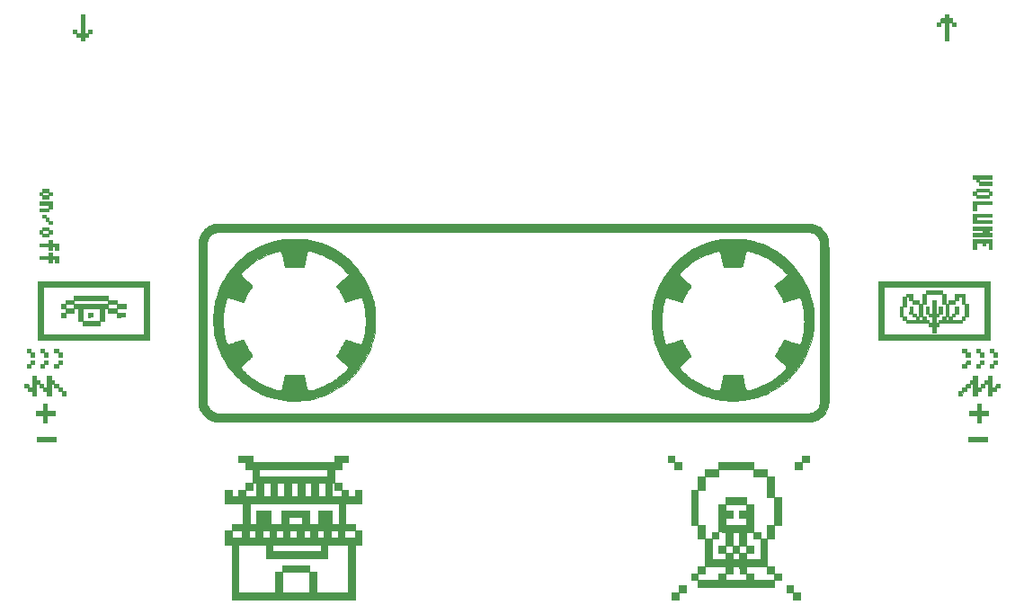
<source format=gbr>
G04 #@! TF.FileFunction,Legend,Top*
%FSLAX46Y46*%
G04 Gerber Fmt 4.6, Leading zero omitted, Abs format (unit mm)*
G04 Created by KiCad (PCBNEW 4.0.7-e0-6372~58~ubuntu16.04.1) date Wed May  1 15:48:21 2019*
%MOMM*%
%LPD*%
G01*
G04 APERTURE LIST*
%ADD10C,0.100000*%
%ADD11C,0.010000*%
%ADD12C,0.150000*%
G04 APERTURE END LIST*
D10*
D11*
G36*
X165249525Y-128895460D02*
X165576550Y-128898850D01*
X165576550Y-129546550D01*
X165258204Y-129549938D01*
X165170717Y-129550532D01*
X165091732Y-129550427D01*
X165024767Y-129549679D01*
X164973343Y-129548344D01*
X164940980Y-129546480D01*
X164931179Y-129544646D01*
X164928816Y-129530074D01*
X164926697Y-129493602D01*
X164924915Y-129438729D01*
X164923562Y-129368954D01*
X164922729Y-129287778D01*
X164922500Y-129214018D01*
X164922500Y-128892071D01*
X165249525Y-128895460D01*
X165249525Y-128895460D01*
G37*
X165249525Y-128895460D02*
X165576550Y-128898850D01*
X165576550Y-129546550D01*
X165258204Y-129549938D01*
X165170717Y-129550532D01*
X165091732Y-129550427D01*
X165024767Y-129549679D01*
X164973343Y-129548344D01*
X164940980Y-129546480D01*
X164931179Y-129544646D01*
X164928816Y-129530074D01*
X164926697Y-129493602D01*
X164924915Y-129438729D01*
X164923562Y-129368954D01*
X164922729Y-129287778D01*
X164922500Y-129214018D01*
X164922500Y-128892071D01*
X165249525Y-128895460D01*
G36*
X177000200Y-129552900D02*
X176352500Y-129552900D01*
X176352500Y-128892500D01*
X177000200Y-128892500D01*
X177000200Y-129552900D01*
X177000200Y-129552900D01*
G37*
X177000200Y-129552900D02*
X176352500Y-129552900D01*
X176352500Y-128892500D01*
X177000200Y-128892500D01*
X177000200Y-129552900D01*
G36*
X176352500Y-128892500D02*
X175692100Y-128892500D01*
X175692100Y-128244800D01*
X176352500Y-128244800D01*
X176352500Y-128892500D01*
X176352500Y-128892500D01*
G37*
X176352500Y-128892500D02*
X175692100Y-128892500D01*
X175692100Y-128244800D01*
X176352500Y-128244800D01*
X176352500Y-128892500D01*
G36*
X125400100Y-119227800D02*
X124765100Y-119227800D01*
X124765100Y-118592800D01*
X125400100Y-118592800D01*
X125400100Y-119227800D01*
X125400100Y-119227800D01*
G37*
X125400100Y-119227800D02*
X124765100Y-119227800D01*
X124765100Y-118592800D01*
X125400100Y-118592800D01*
X125400100Y-119227800D01*
G36*
X135712500Y-123101300D02*
X135712500Y-124383563D01*
X135391825Y-124386956D01*
X135071150Y-124390350D01*
X135064738Y-129540200D01*
X123469700Y-129540200D01*
X123469700Y-124384000D01*
X124117400Y-124384000D01*
X124117400Y-128905291D01*
X125841425Y-128902070D01*
X127565450Y-128898850D01*
X127571958Y-126962100D01*
X128206800Y-126962100D01*
X128206800Y-128905200D01*
X130784900Y-128905200D01*
X130784900Y-126962100D01*
X131432600Y-126962100D01*
X131432600Y-128905200D01*
X134429800Y-128905200D01*
X134429800Y-124384000D01*
X132499400Y-124384000D01*
X132499089Y-124711025D01*
X132498860Y-124824906D01*
X132498401Y-124953527D01*
X132497759Y-125087378D01*
X132496981Y-125216950D01*
X132496113Y-125332735D01*
X132495914Y-125355550D01*
X132493050Y-125673050D01*
X126695500Y-125679454D01*
X126695500Y-124384000D01*
X127343200Y-124384000D01*
X127343200Y-125031700D01*
X131851700Y-125031700D01*
X131851700Y-124384000D01*
X127343200Y-124384000D01*
X126695500Y-124384000D01*
X124117400Y-124384000D01*
X123469700Y-124384000D01*
X122822244Y-124384000D01*
X122822244Y-123101300D01*
X123469700Y-123101300D01*
X123469700Y-123749000D01*
X124434900Y-123749000D01*
X124434900Y-123101300D01*
X125082600Y-123101300D01*
X125082600Y-123749000D01*
X125730300Y-123749000D01*
X125730300Y-123101300D01*
X126378000Y-123101300D01*
X126378000Y-123749000D01*
X127013000Y-123749000D01*
X127013000Y-123101300D01*
X127660700Y-123101300D01*
X127660700Y-123749000D01*
X128308400Y-123749000D01*
X128308400Y-123101300D01*
X128943400Y-123101300D01*
X128943400Y-123416683D01*
X128943727Y-123503741D01*
X128944648Y-123582272D01*
X128946070Y-123648740D01*
X128947901Y-123699611D01*
X128950049Y-123731349D01*
X128951866Y-123740533D01*
X128966397Y-123742861D01*
X129002792Y-123744945D01*
X129057516Y-123746691D01*
X129127035Y-123748007D01*
X129207813Y-123748802D01*
X129275716Y-123749000D01*
X129591100Y-123749000D01*
X129591100Y-123101300D01*
X130238800Y-123101300D01*
X130238800Y-123749000D01*
X130886500Y-123749000D01*
X130886500Y-123101300D01*
X131521500Y-123101300D01*
X131521500Y-123416683D01*
X131521827Y-123503741D01*
X131522748Y-123582272D01*
X131524170Y-123648740D01*
X131526001Y-123699611D01*
X131528149Y-123731349D01*
X131529966Y-123740533D01*
X131544497Y-123742861D01*
X131580892Y-123744945D01*
X131635616Y-123746691D01*
X131705135Y-123748007D01*
X131785913Y-123748802D01*
X131853816Y-123749000D01*
X132169200Y-123749000D01*
X132169200Y-123101300D01*
X132816900Y-123101300D01*
X132816900Y-123749000D01*
X133464600Y-123749000D01*
X133464600Y-123101300D01*
X134099600Y-123101300D01*
X134099600Y-123749000D01*
X135064800Y-123749000D01*
X135064800Y-123101300D01*
X134099600Y-123101300D01*
X133464600Y-123101300D01*
X132816900Y-123101300D01*
X132169200Y-123101300D01*
X131521500Y-123101300D01*
X130886500Y-123101300D01*
X130238800Y-123101300D01*
X129591100Y-123101300D01*
X128943400Y-123101300D01*
X128308400Y-123101300D01*
X127660700Y-123101300D01*
X127013000Y-123101300D01*
X126378000Y-123101300D01*
X125730300Y-123101300D01*
X125082600Y-123101300D01*
X124434900Y-123101300D01*
X123469700Y-123101300D01*
X123469700Y-122453600D01*
X124536500Y-122453600D01*
X124536500Y-120523200D01*
X125171500Y-120523200D01*
X125171500Y-122453600D01*
X125819200Y-122453600D01*
X125819200Y-121170900D01*
X127114600Y-121170900D01*
X127114600Y-122453600D01*
X128168700Y-122453600D01*
X128168700Y-121805900D01*
X128816400Y-121805900D01*
X128816400Y-122453600D01*
X130099100Y-122453600D01*
X130099100Y-121805900D01*
X128816400Y-121805900D01*
X128168700Y-121805900D01*
X128168700Y-121170900D01*
X130746800Y-121170900D01*
X130746800Y-122453600D01*
X131623100Y-122453600D01*
X131623100Y-121170900D01*
X132905800Y-121170900D01*
X132905800Y-122453600D01*
X133553500Y-122453600D01*
X133553500Y-120523200D01*
X125171500Y-120523200D01*
X124536500Y-120523200D01*
X122821767Y-120523200D01*
X122825058Y-119878675D01*
X122828350Y-119234150D01*
X123149025Y-119230756D01*
X123469700Y-119227363D01*
X123469700Y-119875500D01*
X124117400Y-119875500D01*
X124117400Y-119227363D01*
X124438075Y-119230756D01*
X124758750Y-119234150D01*
X124765536Y-119875500D01*
X125819200Y-119875500D01*
X125819200Y-118592800D01*
X126466900Y-118592800D01*
X126466900Y-119875500D01*
X127114600Y-119875500D01*
X127114600Y-118592800D01*
X127749600Y-118592800D01*
X127749600Y-119875500D01*
X128397300Y-119875500D01*
X128397300Y-118592800D01*
X129045000Y-118592800D01*
X129045000Y-119875500D01*
X129692700Y-119875500D01*
X129692700Y-118592800D01*
X130327700Y-118592800D01*
X130327700Y-119875500D01*
X130975400Y-119875500D01*
X130975400Y-118592800D01*
X131623100Y-118592800D01*
X131623100Y-119875500D01*
X132270800Y-119875500D01*
X132270800Y-118592800D01*
X132905800Y-118592800D01*
X132905800Y-119875500D01*
X133782100Y-119875500D01*
X133782100Y-119227800D01*
X133134400Y-119227800D01*
X133134400Y-118592800D01*
X132905800Y-118592800D01*
X132270800Y-118592800D01*
X131623100Y-118592800D01*
X130975400Y-118592800D01*
X130327700Y-118592800D01*
X129692700Y-118592800D01*
X129045000Y-118592800D01*
X128397300Y-118592800D01*
X127749600Y-118592800D01*
X127114600Y-118592800D01*
X126466900Y-118592800D01*
X125819200Y-118592800D01*
X125400100Y-118592800D01*
X125400100Y-117945100D01*
X126047800Y-117945100D01*
X132499836Y-117945100D01*
X132493050Y-117303750D01*
X126047800Y-117297350D01*
X126047800Y-117945100D01*
X125400100Y-117945100D01*
X125400100Y-117297400D01*
X124765100Y-117297400D01*
X124765100Y-116662400D01*
X124117400Y-116662400D01*
X124117400Y-116014700D01*
X125399663Y-116014700D01*
X125403056Y-116335375D01*
X125406450Y-116656050D01*
X129270425Y-116659245D01*
X133134400Y-116662441D01*
X133134400Y-116014700D01*
X134430236Y-116014700D01*
X134423450Y-116656050D01*
X133782100Y-116662836D01*
X133782100Y-117297400D01*
X133134400Y-117297400D01*
X133134400Y-118592800D01*
X133782100Y-118592800D01*
X133782100Y-119227363D01*
X134102775Y-119230756D01*
X134423450Y-119234150D01*
X134430236Y-119875500D01*
X135064363Y-119875500D01*
X135067756Y-119554825D01*
X135071150Y-119234150D01*
X135391825Y-119230756D01*
X135712500Y-119227363D01*
X135712500Y-120523200D01*
X134201200Y-120523200D01*
X134201200Y-122453600D01*
X135064800Y-122453600D01*
X135064800Y-123101300D01*
X135712500Y-123101300D01*
X135712500Y-123101300D01*
G37*
X135712500Y-123101300D02*
X135712500Y-124383563D01*
X135391825Y-124386956D01*
X135071150Y-124390350D01*
X135064738Y-129540200D01*
X123469700Y-129540200D01*
X123469700Y-124384000D01*
X124117400Y-124384000D01*
X124117400Y-128905291D01*
X125841425Y-128902070D01*
X127565450Y-128898850D01*
X127571958Y-126962100D01*
X128206800Y-126962100D01*
X128206800Y-128905200D01*
X130784900Y-128905200D01*
X130784900Y-126962100D01*
X131432600Y-126962100D01*
X131432600Y-128905200D01*
X134429800Y-128905200D01*
X134429800Y-124384000D01*
X132499400Y-124384000D01*
X132499089Y-124711025D01*
X132498860Y-124824906D01*
X132498401Y-124953527D01*
X132497759Y-125087378D01*
X132496981Y-125216950D01*
X132496113Y-125332735D01*
X132495914Y-125355550D01*
X132493050Y-125673050D01*
X126695500Y-125679454D01*
X126695500Y-124384000D01*
X127343200Y-124384000D01*
X127343200Y-125031700D01*
X131851700Y-125031700D01*
X131851700Y-124384000D01*
X127343200Y-124384000D01*
X126695500Y-124384000D01*
X124117400Y-124384000D01*
X123469700Y-124384000D01*
X122822244Y-124384000D01*
X122822244Y-123101300D01*
X123469700Y-123101300D01*
X123469700Y-123749000D01*
X124434900Y-123749000D01*
X124434900Y-123101300D01*
X125082600Y-123101300D01*
X125082600Y-123749000D01*
X125730300Y-123749000D01*
X125730300Y-123101300D01*
X126378000Y-123101300D01*
X126378000Y-123749000D01*
X127013000Y-123749000D01*
X127013000Y-123101300D01*
X127660700Y-123101300D01*
X127660700Y-123749000D01*
X128308400Y-123749000D01*
X128308400Y-123101300D01*
X128943400Y-123101300D01*
X128943400Y-123416683D01*
X128943727Y-123503741D01*
X128944648Y-123582272D01*
X128946070Y-123648740D01*
X128947901Y-123699611D01*
X128950049Y-123731349D01*
X128951866Y-123740533D01*
X128966397Y-123742861D01*
X129002792Y-123744945D01*
X129057516Y-123746691D01*
X129127035Y-123748007D01*
X129207813Y-123748802D01*
X129275716Y-123749000D01*
X129591100Y-123749000D01*
X129591100Y-123101300D01*
X130238800Y-123101300D01*
X130238800Y-123749000D01*
X130886500Y-123749000D01*
X130886500Y-123101300D01*
X131521500Y-123101300D01*
X131521500Y-123416683D01*
X131521827Y-123503741D01*
X131522748Y-123582272D01*
X131524170Y-123648740D01*
X131526001Y-123699611D01*
X131528149Y-123731349D01*
X131529966Y-123740533D01*
X131544497Y-123742861D01*
X131580892Y-123744945D01*
X131635616Y-123746691D01*
X131705135Y-123748007D01*
X131785913Y-123748802D01*
X131853816Y-123749000D01*
X132169200Y-123749000D01*
X132169200Y-123101300D01*
X132816900Y-123101300D01*
X132816900Y-123749000D01*
X133464600Y-123749000D01*
X133464600Y-123101300D01*
X134099600Y-123101300D01*
X134099600Y-123749000D01*
X135064800Y-123749000D01*
X135064800Y-123101300D01*
X134099600Y-123101300D01*
X133464600Y-123101300D01*
X132816900Y-123101300D01*
X132169200Y-123101300D01*
X131521500Y-123101300D01*
X130886500Y-123101300D01*
X130238800Y-123101300D01*
X129591100Y-123101300D01*
X128943400Y-123101300D01*
X128308400Y-123101300D01*
X127660700Y-123101300D01*
X127013000Y-123101300D01*
X126378000Y-123101300D01*
X125730300Y-123101300D01*
X125082600Y-123101300D01*
X124434900Y-123101300D01*
X123469700Y-123101300D01*
X123469700Y-122453600D01*
X124536500Y-122453600D01*
X124536500Y-120523200D01*
X125171500Y-120523200D01*
X125171500Y-122453600D01*
X125819200Y-122453600D01*
X125819200Y-121170900D01*
X127114600Y-121170900D01*
X127114600Y-122453600D01*
X128168700Y-122453600D01*
X128168700Y-121805900D01*
X128816400Y-121805900D01*
X128816400Y-122453600D01*
X130099100Y-122453600D01*
X130099100Y-121805900D01*
X128816400Y-121805900D01*
X128168700Y-121805900D01*
X128168700Y-121170900D01*
X130746800Y-121170900D01*
X130746800Y-122453600D01*
X131623100Y-122453600D01*
X131623100Y-121170900D01*
X132905800Y-121170900D01*
X132905800Y-122453600D01*
X133553500Y-122453600D01*
X133553500Y-120523200D01*
X125171500Y-120523200D01*
X124536500Y-120523200D01*
X122821767Y-120523200D01*
X122825058Y-119878675D01*
X122828350Y-119234150D01*
X123149025Y-119230756D01*
X123469700Y-119227363D01*
X123469700Y-119875500D01*
X124117400Y-119875500D01*
X124117400Y-119227363D01*
X124438075Y-119230756D01*
X124758750Y-119234150D01*
X124765536Y-119875500D01*
X125819200Y-119875500D01*
X125819200Y-118592800D01*
X126466900Y-118592800D01*
X126466900Y-119875500D01*
X127114600Y-119875500D01*
X127114600Y-118592800D01*
X127749600Y-118592800D01*
X127749600Y-119875500D01*
X128397300Y-119875500D01*
X128397300Y-118592800D01*
X129045000Y-118592800D01*
X129045000Y-119875500D01*
X129692700Y-119875500D01*
X129692700Y-118592800D01*
X130327700Y-118592800D01*
X130327700Y-119875500D01*
X130975400Y-119875500D01*
X130975400Y-118592800D01*
X131623100Y-118592800D01*
X131623100Y-119875500D01*
X132270800Y-119875500D01*
X132270800Y-118592800D01*
X132905800Y-118592800D01*
X132905800Y-119875500D01*
X133782100Y-119875500D01*
X133782100Y-119227800D01*
X133134400Y-119227800D01*
X133134400Y-118592800D01*
X132905800Y-118592800D01*
X132270800Y-118592800D01*
X131623100Y-118592800D01*
X130975400Y-118592800D01*
X130327700Y-118592800D01*
X129692700Y-118592800D01*
X129045000Y-118592800D01*
X128397300Y-118592800D01*
X127749600Y-118592800D01*
X127114600Y-118592800D01*
X126466900Y-118592800D01*
X125819200Y-118592800D01*
X125400100Y-118592800D01*
X125400100Y-117945100D01*
X126047800Y-117945100D01*
X132499836Y-117945100D01*
X132493050Y-117303750D01*
X126047800Y-117297350D01*
X126047800Y-117945100D01*
X125400100Y-117945100D01*
X125400100Y-117297400D01*
X124765100Y-117297400D01*
X124765100Y-116662400D01*
X124117400Y-116662400D01*
X124117400Y-116014700D01*
X125399663Y-116014700D01*
X125403056Y-116335375D01*
X125406450Y-116656050D01*
X129270425Y-116659245D01*
X133134400Y-116662441D01*
X133134400Y-116014700D01*
X134430236Y-116014700D01*
X134423450Y-116656050D01*
X133782100Y-116662836D01*
X133782100Y-117297400D01*
X133134400Y-117297400D01*
X133134400Y-118592800D01*
X133782100Y-118592800D01*
X133782100Y-119227363D01*
X134102775Y-119230756D01*
X134423450Y-119234150D01*
X134430236Y-119875500D01*
X135064363Y-119875500D01*
X135067756Y-119554825D01*
X135071150Y-119234150D01*
X135391825Y-119230756D01*
X135712500Y-119227363D01*
X135712500Y-120523200D01*
X134201200Y-120523200D01*
X134201200Y-122453600D01*
X135064800Y-122453600D01*
X135064800Y-123101300D01*
X135712500Y-123101300D01*
G36*
X166230600Y-128892500D02*
X165582900Y-128892500D01*
X165582900Y-128244800D01*
X166230600Y-128244800D01*
X166230600Y-128892500D01*
X166230600Y-128892500D01*
G37*
X166230600Y-128892500D02*
X165582900Y-128892500D01*
X165582900Y-128244800D01*
X166230600Y-128244800D01*
X166230600Y-128892500D01*
G36*
X169989800Y-127749500D02*
X171945600Y-127749500D01*
X171945600Y-127101800D01*
X172593300Y-127101800D01*
X172593300Y-127749500D01*
X174549100Y-127749500D01*
X174549100Y-128397200D01*
X167373600Y-128397200D01*
X167373600Y-127749500D01*
X169329400Y-127749500D01*
X169329400Y-127101800D01*
X169989800Y-127101800D01*
X169989800Y-127749500D01*
X169989800Y-127749500D01*
G37*
X169989800Y-127749500D02*
X171945600Y-127749500D01*
X171945600Y-127101800D01*
X172593300Y-127101800D01*
X172593300Y-127749500D01*
X174549100Y-127749500D01*
X174549100Y-128397200D01*
X167373600Y-128397200D01*
X167373600Y-127749500D01*
X169329400Y-127749500D01*
X169329400Y-127101800D01*
X169989800Y-127101800D01*
X169989800Y-127749500D01*
G36*
X175196800Y-127749500D02*
X174549100Y-127749500D01*
X174549100Y-127101800D01*
X175196800Y-127101800D01*
X175196800Y-127749500D01*
X175196800Y-127749500D01*
G37*
X175196800Y-127749500D02*
X174549100Y-127749500D01*
X174549100Y-127101800D01*
X175196800Y-127101800D01*
X175196800Y-127749500D01*
G36*
X167700625Y-126444360D02*
X168027650Y-126447750D01*
X168027650Y-127095450D01*
X167373600Y-127102228D01*
X167373600Y-127749500D01*
X166725900Y-127749500D01*
X166725900Y-127101800D01*
X167373600Y-127101800D01*
X167373600Y-126440971D01*
X167700625Y-126444360D01*
X167700625Y-126444360D01*
G37*
X167700625Y-126444360D02*
X168027650Y-126447750D01*
X168027650Y-127095450D01*
X167373600Y-127102228D01*
X167373600Y-127749500D01*
X166725900Y-127749500D01*
X166725900Y-127101800D01*
X167373600Y-127101800D01*
X167373600Y-126440971D01*
X167700625Y-126444360D01*
G36*
X174549100Y-127101800D02*
X173901400Y-127101800D01*
X173901400Y-126441400D01*
X174549100Y-126441400D01*
X174549100Y-127101800D01*
X174549100Y-127101800D01*
G37*
X174549100Y-127101800D02*
X173901400Y-127101800D01*
X173901400Y-126441400D01*
X174549100Y-126441400D01*
X174549100Y-127101800D01*
G36*
X167373600Y-122529371D02*
X167700625Y-122532760D01*
X168027650Y-122536150D01*
X168027650Y-123831550D01*
X167373600Y-123838328D01*
X167373600Y-122529800D01*
X166725900Y-122529800D01*
X166725900Y-119265900D01*
X167373600Y-119265900D01*
X167373600Y-122529371D01*
X167373600Y-122529371D01*
G37*
X167373600Y-122529371D02*
X167700625Y-122532760D01*
X168027650Y-122536150D01*
X168027650Y-123831550D01*
X167373600Y-123838328D01*
X167373600Y-122529800D01*
X166725900Y-122529800D01*
X166725900Y-119265900D01*
X167373600Y-119265900D01*
X167373600Y-122529371D01*
G36*
X169329400Y-123837900D02*
X168681700Y-123837900D01*
X168681700Y-123190200D01*
X169329400Y-123190200D01*
X169329400Y-123837900D01*
X169329400Y-123837900D01*
G37*
X169329400Y-123837900D02*
X168681700Y-123837900D01*
X168681700Y-123190200D01*
X169329400Y-123190200D01*
X169329400Y-123837900D01*
G36*
X174549100Y-123837900D02*
X173901400Y-123837900D01*
X173901400Y-122529800D01*
X174549100Y-122529800D01*
X174549100Y-123837900D01*
X174549100Y-123837900D01*
G37*
X174549100Y-123837900D02*
X173901400Y-123837900D01*
X173901400Y-122529800D01*
X174549100Y-122529800D01*
X174549100Y-123837900D01*
G36*
X175196800Y-122529800D02*
X174549100Y-122529800D01*
X174549100Y-119926300D01*
X175196800Y-119926300D01*
X175196800Y-122529800D01*
X175196800Y-122529800D01*
G37*
X175196800Y-122529800D02*
X174549100Y-122529800D01*
X174549100Y-119926300D01*
X175196800Y-119926300D01*
X175196800Y-122529800D01*
G36*
X171945600Y-120574000D02*
X169989800Y-120574000D01*
X169989800Y-119926300D01*
X171945600Y-119926300D01*
X171945600Y-120574000D01*
X171945600Y-120574000D01*
G37*
X171945600Y-120574000D02*
X169989800Y-120574000D01*
X169989800Y-119926300D01*
X171945600Y-119926300D01*
X171945600Y-120574000D01*
G36*
X172920325Y-117310405D02*
X173034846Y-117310634D01*
X173164700Y-117311094D01*
X173300203Y-117311739D01*
X173431674Y-117312521D01*
X173549430Y-117313393D01*
X173571200Y-117313580D01*
X173895050Y-117316450D01*
X173901828Y-117970500D01*
X174549100Y-117970500D01*
X174549100Y-119926300D01*
X173901400Y-119926300D01*
X173901400Y-117970500D01*
X172593300Y-117970500D01*
X172593300Y-117310100D01*
X172920325Y-117310405D01*
X172920325Y-117310405D01*
G37*
X172920325Y-117310405D02*
X173034846Y-117310634D01*
X173164700Y-117311094D01*
X173300203Y-117311739D01*
X173431674Y-117312521D01*
X173549430Y-117313393D01*
X173571200Y-117313580D01*
X173895050Y-117316450D01*
X173901828Y-117970500D01*
X174549100Y-117970500D01*
X174549100Y-119926300D01*
X173901400Y-119926300D01*
X173901400Y-117970500D01*
X172593300Y-117970500D01*
X172593300Y-117310100D01*
X172920325Y-117310405D01*
G36*
X168033597Y-118297525D02*
X168033512Y-118411725D01*
X168033510Y-118540961D01*
X168033583Y-118675636D01*
X168033727Y-118806155D01*
X168033935Y-118922925D01*
X168033987Y-118945225D01*
X168034780Y-119265900D01*
X167373600Y-119265900D01*
X167373600Y-117970500D01*
X168034000Y-117970500D01*
X168033597Y-118297525D01*
X168033597Y-118297525D01*
G37*
X168033597Y-118297525D02*
X168033512Y-118411725D01*
X168033510Y-118540961D01*
X168033583Y-118675636D01*
X168033727Y-118806155D01*
X168033935Y-118922925D01*
X168033987Y-118945225D01*
X168034780Y-119265900D01*
X167373600Y-119265900D01*
X167373600Y-117970500D01*
X168034000Y-117970500D01*
X168033597Y-118297525D01*
G36*
X169329400Y-117970500D02*
X168034000Y-117970500D01*
X168034000Y-117310100D01*
X169329400Y-117310100D01*
X169329400Y-117970500D01*
X169329400Y-117970500D01*
G37*
X169329400Y-117970500D02*
X168034000Y-117970500D01*
X168034000Y-117310100D01*
X169329400Y-117310100D01*
X169329400Y-117970500D01*
G36*
X172593300Y-117310100D02*
X169329400Y-117310100D01*
X169329400Y-116662400D01*
X172593300Y-116662400D01*
X172593300Y-117310100D01*
X172593300Y-117310100D01*
G37*
X172593300Y-117310100D02*
X169329400Y-117310100D01*
X169329400Y-116662400D01*
X172593300Y-116662400D01*
X172593300Y-117310100D01*
G36*
X173241000Y-123190200D02*
X173241000Y-123837900D01*
X173901400Y-123837900D01*
X173901400Y-126441400D01*
X171946028Y-126441400D01*
X171939250Y-127095450D01*
X171291550Y-127095450D01*
X171288160Y-126768425D01*
X171284771Y-126441400D01*
X170637500Y-126441400D01*
X170637500Y-127101800D01*
X169989800Y-127101800D01*
X169989800Y-126441400D01*
X168034000Y-126441400D01*
X168034000Y-123837900D01*
X168681700Y-123837900D01*
X168681700Y-125793700D01*
X169989800Y-125793700D01*
X169989800Y-125146000D01*
X170637500Y-125146000D01*
X170637500Y-125793700D01*
X171285200Y-125793700D01*
X171285200Y-125146000D01*
X170637500Y-125146000D01*
X170637500Y-124485600D01*
X169989800Y-124485600D01*
X169989800Y-123190628D01*
X169948500Y-123190200D01*
X170637500Y-123190200D01*
X170637500Y-124485600D01*
X171285200Y-124485600D01*
X171285200Y-125146000D01*
X171945600Y-125146000D01*
X171945600Y-125793700D01*
X173241000Y-125793700D01*
X173241000Y-123837900D01*
X172593300Y-123837900D01*
X172593300Y-123190200D01*
X171945600Y-123190200D01*
X171945600Y-124485600D01*
X171285200Y-124485600D01*
X171285200Y-123190200D01*
X170637500Y-123190200D01*
X169948500Y-123190200D01*
X169335750Y-123183850D01*
X169329280Y-120573570D01*
X169983450Y-120580350D01*
X169990228Y-121234400D01*
X170637500Y-121234400D01*
X170637500Y-121882100D01*
X169989800Y-121882100D01*
X169989800Y-122529800D01*
X171945600Y-122529800D01*
X171945600Y-121882100D01*
X171285200Y-121882100D01*
X171285200Y-121234828D01*
X171939250Y-121228050D01*
X171946028Y-120574000D01*
X172593300Y-120574000D01*
X172593300Y-123190200D01*
X173241000Y-123190200D01*
X173241000Y-123190200D01*
G37*
X173241000Y-123190200D02*
X173241000Y-123837900D01*
X173901400Y-123837900D01*
X173901400Y-126441400D01*
X171946028Y-126441400D01*
X171939250Y-127095450D01*
X171291550Y-127095450D01*
X171288160Y-126768425D01*
X171284771Y-126441400D01*
X170637500Y-126441400D01*
X170637500Y-127101800D01*
X169989800Y-127101800D01*
X169989800Y-126441400D01*
X168034000Y-126441400D01*
X168034000Y-123837900D01*
X168681700Y-123837900D01*
X168681700Y-125793700D01*
X169989800Y-125793700D01*
X169989800Y-125146000D01*
X170637500Y-125146000D01*
X170637500Y-125793700D01*
X171285200Y-125793700D01*
X171285200Y-125146000D01*
X170637500Y-125146000D01*
X170637500Y-124485600D01*
X169989800Y-124485600D01*
X169989800Y-123190628D01*
X169948500Y-123190200D01*
X170637500Y-123190200D01*
X170637500Y-124485600D01*
X171285200Y-124485600D01*
X171285200Y-125146000D01*
X171945600Y-125146000D01*
X171945600Y-125793700D01*
X173241000Y-125793700D01*
X173241000Y-123837900D01*
X172593300Y-123837900D01*
X172593300Y-123190200D01*
X171945600Y-123190200D01*
X171945600Y-124485600D01*
X171285200Y-124485600D01*
X171285200Y-123190200D01*
X170637500Y-123190200D01*
X169948500Y-123190200D01*
X169335750Y-123183850D01*
X169329280Y-120573570D01*
X169983450Y-120580350D01*
X169990228Y-121234400D01*
X170637500Y-121234400D01*
X170637500Y-121882100D01*
X169989800Y-121882100D01*
X169989800Y-122529800D01*
X171945600Y-122529800D01*
X171945600Y-121882100D01*
X171285200Y-121882100D01*
X171285200Y-121234828D01*
X171939250Y-121228050D01*
X171946028Y-120574000D01*
X172593300Y-120574000D01*
X172593300Y-123190200D01*
X173241000Y-123190200D01*
G36*
X169656425Y-124488560D02*
X169983450Y-124491950D01*
X169983450Y-125139650D01*
X169665104Y-125143038D01*
X169577617Y-125143632D01*
X169498632Y-125143527D01*
X169431667Y-125142779D01*
X169380243Y-125141444D01*
X169347880Y-125139580D01*
X169338079Y-125137746D01*
X169335716Y-125123174D01*
X169333597Y-125086702D01*
X169331815Y-125031829D01*
X169330462Y-124962054D01*
X169329629Y-124880878D01*
X169329400Y-124807118D01*
X169329400Y-124485171D01*
X169656425Y-124488560D01*
X169656425Y-124488560D01*
G37*
X169656425Y-124488560D02*
X169983450Y-124491950D01*
X169983450Y-125139650D01*
X169665104Y-125143038D01*
X169577617Y-125143632D01*
X169498632Y-125143527D01*
X169431667Y-125142779D01*
X169380243Y-125141444D01*
X169347880Y-125139580D01*
X169338079Y-125137746D01*
X169335716Y-125123174D01*
X169333597Y-125086702D01*
X169331815Y-125031829D01*
X169330462Y-124962054D01*
X169329629Y-124880878D01*
X169329400Y-124807118D01*
X169329400Y-124485171D01*
X169656425Y-124488560D01*
G36*
X165824200Y-117310100D02*
X165176500Y-117310100D01*
X165176500Y-116662400D01*
X165824200Y-116662400D01*
X165824200Y-117310100D01*
X165824200Y-117310100D01*
G37*
X165824200Y-117310100D02*
X165176500Y-117310100D01*
X165176500Y-116662400D01*
X165824200Y-116662400D01*
X165824200Y-117310100D01*
G36*
X165176500Y-116662400D02*
X164516100Y-116662400D01*
X164516100Y-116014700D01*
X165176500Y-116014700D01*
X165176500Y-116662400D01*
X165176500Y-116662400D01*
G37*
X165176500Y-116662400D02*
X164516100Y-116662400D01*
X164516100Y-116014700D01*
X165176500Y-116014700D01*
X165176500Y-116662400D01*
G36*
X177152600Y-117310100D02*
X176504900Y-117310100D01*
X176504900Y-116662400D01*
X177152600Y-116662400D01*
X177152600Y-117310100D01*
X177152600Y-117310100D01*
G37*
X177152600Y-117310100D02*
X176504900Y-117310100D01*
X176504900Y-116662400D01*
X177152600Y-116662400D01*
X177152600Y-117310100D01*
G36*
X177813000Y-116662400D02*
X177152600Y-116662400D01*
X177152600Y-116014700D01*
X177813000Y-116014700D01*
X177813000Y-116662400D01*
X177813000Y-116662400D01*
G37*
X177813000Y-116662400D02*
X177152600Y-116662400D01*
X177152600Y-116014700D01*
X177813000Y-116014700D01*
X177813000Y-116662400D01*
G36*
X106858100Y-114643100D02*
X105092800Y-114643100D01*
X105092800Y-114287500D01*
X106858100Y-114287500D01*
X106858100Y-114643100D01*
X106858100Y-114643100D01*
G37*
X106858100Y-114643100D02*
X105092800Y-114643100D01*
X105092800Y-114287500D01*
X106858100Y-114287500D01*
X106858100Y-114643100D01*
G36*
X194653200Y-114643100D02*
X192875200Y-114643100D01*
X192875200Y-114287500D01*
X194653200Y-114287500D01*
X194653200Y-114643100D01*
X194653200Y-114643100D01*
G37*
X194653200Y-114643100D02*
X192875200Y-114643100D01*
X192875200Y-114287500D01*
X194653200Y-114287500D01*
X194653200Y-114643100D01*
G36*
X106070700Y-111836400D02*
X106781900Y-111836400D01*
X106781900Y-112204700D01*
X106070700Y-112204700D01*
X106070700Y-112915900D01*
X105701232Y-112915900D01*
X105702433Y-112734925D01*
X105702860Y-112648225D01*
X105703108Y-112550224D01*
X105703157Y-112453631D01*
X105703016Y-112379325D01*
X105702400Y-112204700D01*
X105015902Y-112204700D01*
X105022950Y-111842750D01*
X105362675Y-111839367D01*
X105702400Y-111835985D01*
X105703016Y-111661567D01*
X105703162Y-111576968D01*
X105703090Y-111479666D01*
X105702821Y-111382358D01*
X105702433Y-111306175D01*
X105701232Y-111125200D01*
X106070700Y-111125200D01*
X106070700Y-111836400D01*
X106070700Y-111836400D01*
G37*
X106070700Y-111836400D02*
X106781900Y-111836400D01*
X106781900Y-112204700D01*
X106070700Y-112204700D01*
X106070700Y-112915900D01*
X105701232Y-112915900D01*
X105702433Y-112734925D01*
X105702860Y-112648225D01*
X105703108Y-112550224D01*
X105703157Y-112453631D01*
X105703016Y-112379325D01*
X105702400Y-112204700D01*
X105015902Y-112204700D01*
X105022950Y-111842750D01*
X105362675Y-111839367D01*
X105702400Y-111835985D01*
X105703016Y-111661567D01*
X105703162Y-111576968D01*
X105703090Y-111479666D01*
X105702821Y-111382358D01*
X105702433Y-111306175D01*
X105701232Y-111125200D01*
X106070700Y-111125200D01*
X106070700Y-111836400D01*
G36*
X194030866Y-111306175D02*
X194030439Y-111392874D01*
X194030191Y-111490875D01*
X194030142Y-111587468D01*
X194030283Y-111661775D01*
X194030900Y-111836400D01*
X194716700Y-111836400D01*
X194716700Y-112204700D01*
X194030900Y-112204700D01*
X194030900Y-112915900D01*
X193662600Y-112915900D01*
X193662600Y-112204700D01*
X192951400Y-112204700D01*
X192951400Y-111836400D01*
X193662600Y-111836400D01*
X193663216Y-111661775D01*
X193663362Y-111577077D01*
X193663290Y-111479691D01*
X193663020Y-111382327D01*
X193662633Y-111306175D01*
X193661432Y-111125200D01*
X194032067Y-111125200D01*
X194030866Y-111306175D01*
X194030866Y-111306175D01*
G37*
X194030866Y-111306175D02*
X194030439Y-111392874D01*
X194030191Y-111490875D01*
X194030142Y-111587468D01*
X194030283Y-111661775D01*
X194030900Y-111836400D01*
X194716700Y-111836400D01*
X194716700Y-112204700D01*
X194030900Y-112204700D01*
X194030900Y-112915900D01*
X193662600Y-112915900D01*
X193662600Y-112204700D01*
X192951400Y-112204700D01*
X192951400Y-111836400D01*
X193662600Y-111836400D01*
X193663216Y-111661775D01*
X193663362Y-111577077D01*
X193663290Y-111479691D01*
X193663020Y-111382327D01*
X193662633Y-111306175D01*
X193661432Y-111125200D01*
X194032067Y-111125200D01*
X194030866Y-111306175D01*
G36*
X178127042Y-94205954D02*
X178345541Y-94262391D01*
X178551087Y-94340392D01*
X178743181Y-94439702D01*
X178921323Y-94560065D01*
X179072670Y-94689371D01*
X179222261Y-94846593D01*
X179349857Y-95013272D01*
X179456558Y-95191435D01*
X179543465Y-95383110D01*
X179611678Y-95590326D01*
X179650769Y-95754875D01*
X179652340Y-95763412D01*
X179653838Y-95773576D01*
X179655264Y-95785979D01*
X179656621Y-95801227D01*
X179657911Y-95819931D01*
X179659136Y-95842698D01*
X179660298Y-95870139D01*
X179661400Y-95902861D01*
X179662443Y-95941475D01*
X179663429Y-95986588D01*
X179664361Y-96038810D01*
X179665241Y-96098749D01*
X179666070Y-96167015D01*
X179666852Y-96244216D01*
X179667587Y-96330961D01*
X179668279Y-96427860D01*
X179668928Y-96535521D01*
X179669538Y-96654553D01*
X179670110Y-96785565D01*
X179670647Y-96929166D01*
X179671151Y-97085965D01*
X179671623Y-97256570D01*
X179672066Y-97441591D01*
X179672482Y-97641637D01*
X179672873Y-97857316D01*
X179673241Y-98089238D01*
X179673588Y-98338010D01*
X179673916Y-98604244D01*
X179674228Y-98888546D01*
X179674526Y-99191526D01*
X179674811Y-99513793D01*
X179675086Y-99855956D01*
X179675353Y-100218624D01*
X179675613Y-100602406D01*
X179675870Y-101007910D01*
X179676125Y-101435746D01*
X179676380Y-101886523D01*
X179676637Y-102360848D01*
X179676899Y-102859332D01*
X179677167Y-103382584D01*
X179677178Y-103403600D01*
X179677458Y-103988616D01*
X179677689Y-104548478D01*
X179677872Y-105083431D01*
X179678005Y-105593721D01*
X179678090Y-106079592D01*
X179678125Y-106541291D01*
X179678110Y-106979064D01*
X179678045Y-107393154D01*
X179677930Y-107783809D01*
X179677764Y-108151274D01*
X179677546Y-108495793D01*
X179677278Y-108817614D01*
X179676957Y-109116980D01*
X179676585Y-109394138D01*
X179676160Y-109649332D01*
X179675683Y-109882810D01*
X179675153Y-110094816D01*
X179674569Y-110285595D01*
X179673932Y-110455393D01*
X179673241Y-110604456D01*
X179672496Y-110733029D01*
X179671696Y-110841357D01*
X179670841Y-110929687D01*
X179669932Y-110998263D01*
X179668967Y-111047332D01*
X179667946Y-111077138D01*
X179667449Y-111084543D01*
X179647715Y-111243974D01*
X179619069Y-111387692D01*
X179579087Y-111524541D01*
X179525346Y-111663363D01*
X179483650Y-111755148D01*
X179379064Y-111945857D01*
X179254650Y-112121594D01*
X179111914Y-112281026D01*
X178952364Y-112422821D01*
X178777507Y-112545643D01*
X178588850Y-112648160D01*
X178387900Y-112729039D01*
X178380071Y-112731657D01*
X178256458Y-112769092D01*
X178138991Y-112796281D01*
X178016820Y-112815370D01*
X177897176Y-112827142D01*
X177879604Y-112827523D01*
X177837078Y-112827897D01*
X177770041Y-112828264D01*
X177678939Y-112828623D01*
X177564217Y-112828976D01*
X177426319Y-112829321D01*
X177265690Y-112829659D01*
X177082774Y-112829990D01*
X176878017Y-112830314D01*
X176651862Y-112830631D01*
X176404755Y-112830940D01*
X176137140Y-112831243D01*
X175849463Y-112831538D01*
X175542167Y-112831826D01*
X175215697Y-112832108D01*
X174870498Y-112832382D01*
X174507016Y-112832649D01*
X174125693Y-112832909D01*
X173726976Y-112833162D01*
X173311308Y-112833407D01*
X172879136Y-112833646D01*
X172430902Y-112833878D01*
X171967052Y-112834103D01*
X171488031Y-112834321D01*
X170994283Y-112834531D01*
X170486253Y-112834735D01*
X169964386Y-112834932D01*
X169429126Y-112835122D01*
X168880918Y-112835304D01*
X168320207Y-112835480D01*
X167747437Y-112835649D01*
X167163053Y-112835811D01*
X166567501Y-112835966D01*
X165961223Y-112836114D01*
X165344666Y-112836255D01*
X164718274Y-112836389D01*
X164082492Y-112836517D01*
X163437763Y-112836637D01*
X162784534Y-112836751D01*
X162123248Y-112836857D01*
X161454351Y-112836957D01*
X160778287Y-112837050D01*
X160095500Y-112837136D01*
X159406436Y-112837215D01*
X158711539Y-112837287D01*
X158011254Y-112837353D01*
X157306026Y-112837412D01*
X156596298Y-112837463D01*
X155882516Y-112837508D01*
X155165126Y-112837547D01*
X154444570Y-112837578D01*
X153721294Y-112837603D01*
X152995743Y-112837620D01*
X152268361Y-112837632D01*
X151539593Y-112837636D01*
X150809885Y-112837633D01*
X150079679Y-112837624D01*
X149349422Y-112837608D01*
X148619557Y-112837586D01*
X147890530Y-112837556D01*
X147162785Y-112837520D01*
X146436767Y-112837477D01*
X145712920Y-112837428D01*
X144991690Y-112837372D01*
X144273521Y-112837309D01*
X143558857Y-112837239D01*
X142848144Y-112837163D01*
X142141825Y-112837080D01*
X141440347Y-112836991D01*
X140744153Y-112836895D01*
X140053688Y-112836792D01*
X139369397Y-112836682D01*
X138691724Y-112836566D01*
X138021114Y-112836444D01*
X137358013Y-112836314D01*
X136702863Y-112836179D01*
X136056112Y-112836036D01*
X135418202Y-112835887D01*
X134789578Y-112835732D01*
X134170686Y-112835569D01*
X133561971Y-112835401D01*
X132963875Y-112835226D01*
X132376846Y-112835044D01*
X131801326Y-112834856D01*
X131237761Y-112834661D01*
X130686596Y-112834459D01*
X130148274Y-112834252D01*
X129623242Y-112834037D01*
X129111943Y-112833816D01*
X128614822Y-112833589D01*
X128132325Y-112833355D01*
X127664895Y-112833115D01*
X127212977Y-112832869D01*
X126777016Y-112832615D01*
X126357458Y-112832356D01*
X125954745Y-112832090D01*
X125569324Y-112831818D01*
X125201638Y-112831539D01*
X124852133Y-112831253D01*
X124521253Y-112830962D01*
X124209442Y-112830664D01*
X123917147Y-112830359D01*
X123644810Y-112830049D01*
X123392878Y-112829732D01*
X123161794Y-112829408D01*
X122952004Y-112829078D01*
X122763951Y-112828742D01*
X122598081Y-112828400D01*
X122454839Y-112828051D01*
X122334669Y-112827696D01*
X122238015Y-112827334D01*
X122165323Y-112826966D01*
X122117037Y-112826592D01*
X122093602Y-112826212D01*
X122091750Y-112826122D01*
X121877443Y-112796806D01*
X121668176Y-112743466D01*
X121466418Y-112667181D01*
X121274638Y-112569031D01*
X121095306Y-112450097D01*
X120944805Y-112324521D01*
X120792314Y-112166068D01*
X120660899Y-111993576D01*
X120550483Y-111806902D01*
X120460988Y-111605904D01*
X120392334Y-111390437D01*
X120361988Y-111258550D01*
X120360410Y-111249941D01*
X120358907Y-111239880D01*
X120357476Y-111227760D01*
X120356116Y-111212977D01*
X120354824Y-111194924D01*
X120353600Y-111172996D01*
X120352441Y-111146588D01*
X120351346Y-111115094D01*
X120350312Y-111077909D01*
X120349338Y-111034427D01*
X120348422Y-110984043D01*
X120347563Y-110926151D01*
X120346759Y-110860146D01*
X120346007Y-110785422D01*
X120345306Y-110701374D01*
X120344654Y-110607396D01*
X120344050Y-110502884D01*
X120343492Y-110387230D01*
X120342977Y-110259831D01*
X120342504Y-110120079D01*
X120342072Y-109967371D01*
X120341679Y-109801101D01*
X120341322Y-109620662D01*
X120341000Y-109425450D01*
X120340711Y-109214858D01*
X120340454Y-108988283D01*
X120340226Y-108745117D01*
X120340026Y-108484756D01*
X120339852Y-108206594D01*
X120339703Y-107910025D01*
X120339576Y-107594445D01*
X120339470Y-107259248D01*
X120339382Y-106903827D01*
X120339312Y-106527578D01*
X120339257Y-106129896D01*
X120339216Y-105710174D01*
X120339186Y-105267808D01*
X120339166Y-104802191D01*
X120339155Y-104312718D01*
X120339150Y-103798785D01*
X120339150Y-95916950D01*
X121139250Y-95916950D01*
X121139250Y-103498850D01*
X121139252Y-104024627D01*
X121139260Y-104525611D01*
X121139276Y-105002406D01*
X121139301Y-105455618D01*
X121139338Y-105885853D01*
X121139388Y-106293716D01*
X121139452Y-106679814D01*
X121139533Y-107044752D01*
X121139632Y-107389135D01*
X121139751Y-107713570D01*
X121139892Y-108018662D01*
X121140057Y-108305017D01*
X121140247Y-108573241D01*
X121140464Y-108823939D01*
X121140710Y-109057716D01*
X121140987Y-109275180D01*
X121141297Y-109476935D01*
X121141641Y-109663587D01*
X121142020Y-109835742D01*
X121142438Y-109994005D01*
X121142895Y-110138983D01*
X121143393Y-110271281D01*
X121143935Y-110391504D01*
X121144521Y-110500259D01*
X121145154Y-110598151D01*
X121145836Y-110685786D01*
X121146568Y-110763769D01*
X121147352Y-110832707D01*
X121148189Y-110893204D01*
X121149082Y-110945868D01*
X121150033Y-110991302D01*
X121151042Y-111030114D01*
X121152112Y-111062909D01*
X121153245Y-111090292D01*
X121154443Y-111112870D01*
X121155706Y-111131248D01*
X121157037Y-111146031D01*
X121158439Y-111157826D01*
X121159911Y-111167237D01*
X121161457Y-111174872D01*
X121161719Y-111176000D01*
X121211355Y-111333253D01*
X121282345Y-111479109D01*
X121372708Y-111611797D01*
X121480467Y-111729547D01*
X121603642Y-111830589D01*
X121740255Y-111913151D01*
X121888326Y-111975464D01*
X122045876Y-112015757D01*
X122111065Y-112025307D01*
X122127430Y-112025737D01*
X122168751Y-112026159D01*
X122234583Y-112026574D01*
X122324482Y-112026982D01*
X122438003Y-112027383D01*
X122574703Y-112027777D01*
X122734138Y-112028164D01*
X122915861Y-112028543D01*
X123119431Y-112028916D01*
X123344401Y-112029281D01*
X123590328Y-112029639D01*
X123856768Y-112029990D01*
X124143276Y-112030334D01*
X124449407Y-112030670D01*
X124774719Y-112031000D01*
X125118765Y-112031322D01*
X125481102Y-112031637D01*
X125861286Y-112031945D01*
X126258872Y-112032245D01*
X126673415Y-112032538D01*
X127104473Y-112032824D01*
X127551599Y-112033103D01*
X128014351Y-112033375D01*
X128492283Y-112033639D01*
X128984952Y-112033896D01*
X129491912Y-112034146D01*
X130012720Y-112034388D01*
X130546931Y-112034623D01*
X131094102Y-112034851D01*
X131653787Y-112035071D01*
X132225542Y-112035284D01*
X132808924Y-112035490D01*
X133403487Y-112035688D01*
X134008787Y-112035879D01*
X134624381Y-112036063D01*
X135249823Y-112036239D01*
X135884670Y-112036408D01*
X136528477Y-112036569D01*
X137180800Y-112036723D01*
X137841194Y-112036870D01*
X138509215Y-112037009D01*
X139184419Y-112037141D01*
X139866362Y-112037265D01*
X140554599Y-112037382D01*
X141248685Y-112037492D01*
X141948177Y-112037594D01*
X142652631Y-112037688D01*
X143361601Y-112037775D01*
X144074644Y-112037855D01*
X144791315Y-112037927D01*
X145511170Y-112037991D01*
X146233765Y-112038048D01*
X146958655Y-112038098D01*
X147685395Y-112038140D01*
X148413543Y-112038174D01*
X149142653Y-112038201D01*
X149872281Y-112038220D01*
X150601982Y-112038232D01*
X151331313Y-112038236D01*
X152059829Y-112038232D01*
X152787085Y-112038221D01*
X153512638Y-112038203D01*
X154236044Y-112038176D01*
X154956856Y-112038143D01*
X155674633Y-112038101D01*
X156388928Y-112038052D01*
X157099298Y-112037995D01*
X157805299Y-112037930D01*
X158506485Y-112037858D01*
X159202414Y-112037779D01*
X159892640Y-112037691D01*
X160576719Y-112037596D01*
X161254207Y-112037493D01*
X161924660Y-112037382D01*
X162587633Y-112037264D01*
X163242682Y-112037138D01*
X163889362Y-112037004D01*
X164527230Y-112036862D01*
X165155840Y-112036713D01*
X165774749Y-112036556D01*
X166383513Y-112036391D01*
X166981686Y-112036219D01*
X167568825Y-112036038D01*
X168144485Y-112035850D01*
X168708222Y-112035654D01*
X169259592Y-112035450D01*
X169798151Y-112035239D01*
X170323453Y-112035019D01*
X170835055Y-112034792D01*
X171332513Y-112034557D01*
X171815381Y-112034314D01*
X172283216Y-112034063D01*
X172735574Y-112033804D01*
X173172010Y-112033537D01*
X173592080Y-112033263D01*
X173995339Y-112032980D01*
X174381343Y-112032690D01*
X174749648Y-112032392D01*
X175099809Y-112032085D01*
X175431383Y-112031771D01*
X175743925Y-112031449D01*
X176036990Y-112031119D01*
X176310134Y-112030781D01*
X176562913Y-112030435D01*
X176794883Y-112030081D01*
X177005599Y-112029719D01*
X177194617Y-112029349D01*
X177361493Y-112028971D01*
X177505782Y-112028585D01*
X177627039Y-112028191D01*
X177724822Y-112027789D01*
X177798685Y-112027379D01*
X177848183Y-112026961D01*
X177872874Y-112026535D01*
X177875433Y-112026400D01*
X177999720Y-112008167D01*
X178111555Y-111978785D01*
X178222249Y-111934889D01*
X178283634Y-111904941D01*
X178423517Y-111819115D01*
X178547019Y-111714767D01*
X178652828Y-111593824D01*
X178739632Y-111458212D01*
X178806118Y-111309858D01*
X178850973Y-111150689D01*
X178867235Y-111048382D01*
X178868285Y-111029948D01*
X178869279Y-110993372D01*
X178870217Y-110938374D01*
X178871101Y-110864673D01*
X178871929Y-110771990D01*
X178872704Y-110660044D01*
X178873424Y-110528555D01*
X178874091Y-110377242D01*
X178874705Y-110205826D01*
X178875265Y-110014026D01*
X178875774Y-109801562D01*
X178876230Y-109568153D01*
X178876634Y-109313520D01*
X178876987Y-109037382D01*
X178877289Y-108739459D01*
X178877540Y-108419471D01*
X178877741Y-108077138D01*
X178877892Y-107712178D01*
X178877994Y-107324313D01*
X178878046Y-106913261D01*
X178878049Y-106478743D01*
X178878004Y-106020479D01*
X178877910Y-105538187D01*
X178877769Y-105031589D01*
X178877581Y-104500402D01*
X178877345Y-103944349D01*
X178877093Y-103422650D01*
X178873273Y-95916950D01*
X178844274Y-95809000D01*
X178788831Y-95648975D01*
X178712855Y-95502098D01*
X178618038Y-95369930D01*
X178506067Y-95254028D01*
X178378634Y-95155952D01*
X178237427Y-95077262D01*
X178084136Y-95019515D01*
X177956611Y-94989902D01*
X177950690Y-94989194D01*
X177941054Y-94988504D01*
X177927397Y-94987831D01*
X177909414Y-94987176D01*
X177886798Y-94986538D01*
X177859243Y-94985917D01*
X177826442Y-94985313D01*
X177788090Y-94984726D01*
X177743881Y-94984155D01*
X177693508Y-94983601D01*
X177636665Y-94983063D01*
X177573045Y-94982541D01*
X177502344Y-94982034D01*
X177424254Y-94981544D01*
X177338469Y-94981069D01*
X177244683Y-94980609D01*
X177142591Y-94980164D01*
X177031885Y-94979735D01*
X176912260Y-94979320D01*
X176783409Y-94978920D01*
X176645027Y-94978534D01*
X176496807Y-94978162D01*
X176338443Y-94977805D01*
X176169628Y-94977461D01*
X175990058Y-94977132D01*
X175799424Y-94976816D01*
X175597422Y-94976513D01*
X175383745Y-94976223D01*
X175158087Y-94975947D01*
X174920142Y-94975683D01*
X174669603Y-94975432D01*
X174406164Y-94975194D01*
X174129520Y-94974968D01*
X173839364Y-94974754D01*
X173535389Y-94974552D01*
X173217291Y-94974362D01*
X172884762Y-94974184D01*
X172537496Y-94974017D01*
X172175187Y-94973861D01*
X171797529Y-94973717D01*
X171404216Y-94973583D01*
X170994942Y-94973461D01*
X170569400Y-94973349D01*
X170127285Y-94973247D01*
X169668289Y-94973155D01*
X169192108Y-94973074D01*
X168698434Y-94973003D01*
X168186962Y-94972941D01*
X167657385Y-94972889D01*
X167109397Y-94972846D01*
X166542693Y-94972812D01*
X165956965Y-94972788D01*
X165351908Y-94972772D01*
X164727216Y-94972765D01*
X164082582Y-94972766D01*
X163417700Y-94972776D01*
X162732264Y-94972794D01*
X162025968Y-94972820D01*
X161298506Y-94972854D01*
X160549571Y-94972895D01*
X159778857Y-94972944D01*
X158986059Y-94973000D01*
X158170869Y-94973063D01*
X157332982Y-94973133D01*
X156472092Y-94973210D01*
X155587893Y-94973293D01*
X154680077Y-94973383D01*
X153748340Y-94973479D01*
X152792374Y-94973581D01*
X151811875Y-94973689D01*
X150806535Y-94973803D01*
X149955550Y-94973901D01*
X122066350Y-94977150D01*
X121964750Y-95005926D01*
X121801770Y-95064539D01*
X121653237Y-95143350D01*
X121520416Y-95241082D01*
X121404574Y-95356457D01*
X121306979Y-95488200D01*
X121228898Y-95635033D01*
X121171597Y-95795680D01*
X121167972Y-95809000D01*
X121139250Y-95916950D01*
X120339150Y-95916950D01*
X120339150Y-95866150D01*
X120368054Y-95723557D01*
X120421656Y-95511611D01*
X120493853Y-95315744D01*
X120586046Y-95133346D01*
X120699630Y-94961805D01*
X120836004Y-94798508D01*
X120897130Y-94735030D01*
X121057864Y-94589167D01*
X121225800Y-94466652D01*
X121403551Y-94366086D01*
X121593727Y-94286073D01*
X121798940Y-94225214D01*
X121885657Y-94205954D01*
X122028250Y-94177050D01*
X177984450Y-94177050D01*
X178127042Y-94205954D01*
X178127042Y-94205954D01*
G37*
X178127042Y-94205954D02*
X178345541Y-94262391D01*
X178551087Y-94340392D01*
X178743181Y-94439702D01*
X178921323Y-94560065D01*
X179072670Y-94689371D01*
X179222261Y-94846593D01*
X179349857Y-95013272D01*
X179456558Y-95191435D01*
X179543465Y-95383110D01*
X179611678Y-95590326D01*
X179650769Y-95754875D01*
X179652340Y-95763412D01*
X179653838Y-95773576D01*
X179655264Y-95785979D01*
X179656621Y-95801227D01*
X179657911Y-95819931D01*
X179659136Y-95842698D01*
X179660298Y-95870139D01*
X179661400Y-95902861D01*
X179662443Y-95941475D01*
X179663429Y-95986588D01*
X179664361Y-96038810D01*
X179665241Y-96098749D01*
X179666070Y-96167015D01*
X179666852Y-96244216D01*
X179667587Y-96330961D01*
X179668279Y-96427860D01*
X179668928Y-96535521D01*
X179669538Y-96654553D01*
X179670110Y-96785565D01*
X179670647Y-96929166D01*
X179671151Y-97085965D01*
X179671623Y-97256570D01*
X179672066Y-97441591D01*
X179672482Y-97641637D01*
X179672873Y-97857316D01*
X179673241Y-98089238D01*
X179673588Y-98338010D01*
X179673916Y-98604244D01*
X179674228Y-98888546D01*
X179674526Y-99191526D01*
X179674811Y-99513793D01*
X179675086Y-99855956D01*
X179675353Y-100218624D01*
X179675613Y-100602406D01*
X179675870Y-101007910D01*
X179676125Y-101435746D01*
X179676380Y-101886523D01*
X179676637Y-102360848D01*
X179676899Y-102859332D01*
X179677167Y-103382584D01*
X179677178Y-103403600D01*
X179677458Y-103988616D01*
X179677689Y-104548478D01*
X179677872Y-105083431D01*
X179678005Y-105593721D01*
X179678090Y-106079592D01*
X179678125Y-106541291D01*
X179678110Y-106979064D01*
X179678045Y-107393154D01*
X179677930Y-107783809D01*
X179677764Y-108151274D01*
X179677546Y-108495793D01*
X179677278Y-108817614D01*
X179676957Y-109116980D01*
X179676585Y-109394138D01*
X179676160Y-109649332D01*
X179675683Y-109882810D01*
X179675153Y-110094816D01*
X179674569Y-110285595D01*
X179673932Y-110455393D01*
X179673241Y-110604456D01*
X179672496Y-110733029D01*
X179671696Y-110841357D01*
X179670841Y-110929687D01*
X179669932Y-110998263D01*
X179668967Y-111047332D01*
X179667946Y-111077138D01*
X179667449Y-111084543D01*
X179647715Y-111243974D01*
X179619069Y-111387692D01*
X179579087Y-111524541D01*
X179525346Y-111663363D01*
X179483650Y-111755148D01*
X179379064Y-111945857D01*
X179254650Y-112121594D01*
X179111914Y-112281026D01*
X178952364Y-112422821D01*
X178777507Y-112545643D01*
X178588850Y-112648160D01*
X178387900Y-112729039D01*
X178380071Y-112731657D01*
X178256458Y-112769092D01*
X178138991Y-112796281D01*
X178016820Y-112815370D01*
X177897176Y-112827142D01*
X177879604Y-112827523D01*
X177837078Y-112827897D01*
X177770041Y-112828264D01*
X177678939Y-112828623D01*
X177564217Y-112828976D01*
X177426319Y-112829321D01*
X177265690Y-112829659D01*
X177082774Y-112829990D01*
X176878017Y-112830314D01*
X176651862Y-112830631D01*
X176404755Y-112830940D01*
X176137140Y-112831243D01*
X175849463Y-112831538D01*
X175542167Y-112831826D01*
X175215697Y-112832108D01*
X174870498Y-112832382D01*
X174507016Y-112832649D01*
X174125693Y-112832909D01*
X173726976Y-112833162D01*
X173311308Y-112833407D01*
X172879136Y-112833646D01*
X172430902Y-112833878D01*
X171967052Y-112834103D01*
X171488031Y-112834321D01*
X170994283Y-112834531D01*
X170486253Y-112834735D01*
X169964386Y-112834932D01*
X169429126Y-112835122D01*
X168880918Y-112835304D01*
X168320207Y-112835480D01*
X167747437Y-112835649D01*
X167163053Y-112835811D01*
X166567501Y-112835966D01*
X165961223Y-112836114D01*
X165344666Y-112836255D01*
X164718274Y-112836389D01*
X164082492Y-112836517D01*
X163437763Y-112836637D01*
X162784534Y-112836751D01*
X162123248Y-112836857D01*
X161454351Y-112836957D01*
X160778287Y-112837050D01*
X160095500Y-112837136D01*
X159406436Y-112837215D01*
X158711539Y-112837287D01*
X158011254Y-112837353D01*
X157306026Y-112837412D01*
X156596298Y-112837463D01*
X155882516Y-112837508D01*
X155165126Y-112837547D01*
X154444570Y-112837578D01*
X153721294Y-112837603D01*
X152995743Y-112837620D01*
X152268361Y-112837632D01*
X151539593Y-112837636D01*
X150809885Y-112837633D01*
X150079679Y-112837624D01*
X149349422Y-112837608D01*
X148619557Y-112837586D01*
X147890530Y-112837556D01*
X147162785Y-112837520D01*
X146436767Y-112837477D01*
X145712920Y-112837428D01*
X144991690Y-112837372D01*
X144273521Y-112837309D01*
X143558857Y-112837239D01*
X142848144Y-112837163D01*
X142141825Y-112837080D01*
X141440347Y-112836991D01*
X140744153Y-112836895D01*
X140053688Y-112836792D01*
X139369397Y-112836682D01*
X138691724Y-112836566D01*
X138021114Y-112836444D01*
X137358013Y-112836314D01*
X136702863Y-112836179D01*
X136056112Y-112836036D01*
X135418202Y-112835887D01*
X134789578Y-112835732D01*
X134170686Y-112835569D01*
X133561971Y-112835401D01*
X132963875Y-112835226D01*
X132376846Y-112835044D01*
X131801326Y-112834856D01*
X131237761Y-112834661D01*
X130686596Y-112834459D01*
X130148274Y-112834252D01*
X129623242Y-112834037D01*
X129111943Y-112833816D01*
X128614822Y-112833589D01*
X128132325Y-112833355D01*
X127664895Y-112833115D01*
X127212977Y-112832869D01*
X126777016Y-112832615D01*
X126357458Y-112832356D01*
X125954745Y-112832090D01*
X125569324Y-112831818D01*
X125201638Y-112831539D01*
X124852133Y-112831253D01*
X124521253Y-112830962D01*
X124209442Y-112830664D01*
X123917147Y-112830359D01*
X123644810Y-112830049D01*
X123392878Y-112829732D01*
X123161794Y-112829408D01*
X122952004Y-112829078D01*
X122763951Y-112828742D01*
X122598081Y-112828400D01*
X122454839Y-112828051D01*
X122334669Y-112827696D01*
X122238015Y-112827334D01*
X122165323Y-112826966D01*
X122117037Y-112826592D01*
X122093602Y-112826212D01*
X122091750Y-112826122D01*
X121877443Y-112796806D01*
X121668176Y-112743466D01*
X121466418Y-112667181D01*
X121274638Y-112569031D01*
X121095306Y-112450097D01*
X120944805Y-112324521D01*
X120792314Y-112166068D01*
X120660899Y-111993576D01*
X120550483Y-111806902D01*
X120460988Y-111605904D01*
X120392334Y-111390437D01*
X120361988Y-111258550D01*
X120360410Y-111249941D01*
X120358907Y-111239880D01*
X120357476Y-111227760D01*
X120356116Y-111212977D01*
X120354824Y-111194924D01*
X120353600Y-111172996D01*
X120352441Y-111146588D01*
X120351346Y-111115094D01*
X120350312Y-111077909D01*
X120349338Y-111034427D01*
X120348422Y-110984043D01*
X120347563Y-110926151D01*
X120346759Y-110860146D01*
X120346007Y-110785422D01*
X120345306Y-110701374D01*
X120344654Y-110607396D01*
X120344050Y-110502884D01*
X120343492Y-110387230D01*
X120342977Y-110259831D01*
X120342504Y-110120079D01*
X120342072Y-109967371D01*
X120341679Y-109801101D01*
X120341322Y-109620662D01*
X120341000Y-109425450D01*
X120340711Y-109214858D01*
X120340454Y-108988283D01*
X120340226Y-108745117D01*
X120340026Y-108484756D01*
X120339852Y-108206594D01*
X120339703Y-107910025D01*
X120339576Y-107594445D01*
X120339470Y-107259248D01*
X120339382Y-106903827D01*
X120339312Y-106527578D01*
X120339257Y-106129896D01*
X120339216Y-105710174D01*
X120339186Y-105267808D01*
X120339166Y-104802191D01*
X120339155Y-104312718D01*
X120339150Y-103798785D01*
X120339150Y-95916950D01*
X121139250Y-95916950D01*
X121139250Y-103498850D01*
X121139252Y-104024627D01*
X121139260Y-104525611D01*
X121139276Y-105002406D01*
X121139301Y-105455618D01*
X121139338Y-105885853D01*
X121139388Y-106293716D01*
X121139452Y-106679814D01*
X121139533Y-107044752D01*
X121139632Y-107389135D01*
X121139751Y-107713570D01*
X121139892Y-108018662D01*
X121140057Y-108305017D01*
X121140247Y-108573241D01*
X121140464Y-108823939D01*
X121140710Y-109057716D01*
X121140987Y-109275180D01*
X121141297Y-109476935D01*
X121141641Y-109663587D01*
X121142020Y-109835742D01*
X121142438Y-109994005D01*
X121142895Y-110138983D01*
X121143393Y-110271281D01*
X121143935Y-110391504D01*
X121144521Y-110500259D01*
X121145154Y-110598151D01*
X121145836Y-110685786D01*
X121146568Y-110763769D01*
X121147352Y-110832707D01*
X121148189Y-110893204D01*
X121149082Y-110945868D01*
X121150033Y-110991302D01*
X121151042Y-111030114D01*
X121152112Y-111062909D01*
X121153245Y-111090292D01*
X121154443Y-111112870D01*
X121155706Y-111131248D01*
X121157037Y-111146031D01*
X121158439Y-111157826D01*
X121159911Y-111167237D01*
X121161457Y-111174872D01*
X121161719Y-111176000D01*
X121211355Y-111333253D01*
X121282345Y-111479109D01*
X121372708Y-111611797D01*
X121480467Y-111729547D01*
X121603642Y-111830589D01*
X121740255Y-111913151D01*
X121888326Y-111975464D01*
X122045876Y-112015757D01*
X122111065Y-112025307D01*
X122127430Y-112025737D01*
X122168751Y-112026159D01*
X122234583Y-112026574D01*
X122324482Y-112026982D01*
X122438003Y-112027383D01*
X122574703Y-112027777D01*
X122734138Y-112028164D01*
X122915861Y-112028543D01*
X123119431Y-112028916D01*
X123344401Y-112029281D01*
X123590328Y-112029639D01*
X123856768Y-112029990D01*
X124143276Y-112030334D01*
X124449407Y-112030670D01*
X124774719Y-112031000D01*
X125118765Y-112031322D01*
X125481102Y-112031637D01*
X125861286Y-112031945D01*
X126258872Y-112032245D01*
X126673415Y-112032538D01*
X127104473Y-112032824D01*
X127551599Y-112033103D01*
X128014351Y-112033375D01*
X128492283Y-112033639D01*
X128984952Y-112033896D01*
X129491912Y-112034146D01*
X130012720Y-112034388D01*
X130546931Y-112034623D01*
X131094102Y-112034851D01*
X131653787Y-112035071D01*
X132225542Y-112035284D01*
X132808924Y-112035490D01*
X133403487Y-112035688D01*
X134008787Y-112035879D01*
X134624381Y-112036063D01*
X135249823Y-112036239D01*
X135884670Y-112036408D01*
X136528477Y-112036569D01*
X137180800Y-112036723D01*
X137841194Y-112036870D01*
X138509215Y-112037009D01*
X139184419Y-112037141D01*
X139866362Y-112037265D01*
X140554599Y-112037382D01*
X141248685Y-112037492D01*
X141948177Y-112037594D01*
X142652631Y-112037688D01*
X143361601Y-112037775D01*
X144074644Y-112037855D01*
X144791315Y-112037927D01*
X145511170Y-112037991D01*
X146233765Y-112038048D01*
X146958655Y-112038098D01*
X147685395Y-112038140D01*
X148413543Y-112038174D01*
X149142653Y-112038201D01*
X149872281Y-112038220D01*
X150601982Y-112038232D01*
X151331313Y-112038236D01*
X152059829Y-112038232D01*
X152787085Y-112038221D01*
X153512638Y-112038203D01*
X154236044Y-112038176D01*
X154956856Y-112038143D01*
X155674633Y-112038101D01*
X156388928Y-112038052D01*
X157099298Y-112037995D01*
X157805299Y-112037930D01*
X158506485Y-112037858D01*
X159202414Y-112037779D01*
X159892640Y-112037691D01*
X160576719Y-112037596D01*
X161254207Y-112037493D01*
X161924660Y-112037382D01*
X162587633Y-112037264D01*
X163242682Y-112037138D01*
X163889362Y-112037004D01*
X164527230Y-112036862D01*
X165155840Y-112036713D01*
X165774749Y-112036556D01*
X166383513Y-112036391D01*
X166981686Y-112036219D01*
X167568825Y-112036038D01*
X168144485Y-112035850D01*
X168708222Y-112035654D01*
X169259592Y-112035450D01*
X169798151Y-112035239D01*
X170323453Y-112035019D01*
X170835055Y-112034792D01*
X171332513Y-112034557D01*
X171815381Y-112034314D01*
X172283216Y-112034063D01*
X172735574Y-112033804D01*
X173172010Y-112033537D01*
X173592080Y-112033263D01*
X173995339Y-112032980D01*
X174381343Y-112032690D01*
X174749648Y-112032392D01*
X175099809Y-112032085D01*
X175431383Y-112031771D01*
X175743925Y-112031449D01*
X176036990Y-112031119D01*
X176310134Y-112030781D01*
X176562913Y-112030435D01*
X176794883Y-112030081D01*
X177005599Y-112029719D01*
X177194617Y-112029349D01*
X177361493Y-112028971D01*
X177505782Y-112028585D01*
X177627039Y-112028191D01*
X177724822Y-112027789D01*
X177798685Y-112027379D01*
X177848183Y-112026961D01*
X177872874Y-112026535D01*
X177875433Y-112026400D01*
X177999720Y-112008167D01*
X178111555Y-111978785D01*
X178222249Y-111934889D01*
X178283634Y-111904941D01*
X178423517Y-111819115D01*
X178547019Y-111714767D01*
X178652828Y-111593824D01*
X178739632Y-111458212D01*
X178806118Y-111309858D01*
X178850973Y-111150689D01*
X178867235Y-111048382D01*
X178868285Y-111029948D01*
X178869279Y-110993372D01*
X178870217Y-110938374D01*
X178871101Y-110864673D01*
X178871929Y-110771990D01*
X178872704Y-110660044D01*
X178873424Y-110528555D01*
X178874091Y-110377242D01*
X178874705Y-110205826D01*
X178875265Y-110014026D01*
X178875774Y-109801562D01*
X178876230Y-109568153D01*
X178876634Y-109313520D01*
X178876987Y-109037382D01*
X178877289Y-108739459D01*
X178877540Y-108419471D01*
X178877741Y-108077138D01*
X178877892Y-107712178D01*
X178877994Y-107324313D01*
X178878046Y-106913261D01*
X178878049Y-106478743D01*
X178878004Y-106020479D01*
X178877910Y-105538187D01*
X178877769Y-105031589D01*
X178877581Y-104500402D01*
X178877345Y-103944349D01*
X178877093Y-103422650D01*
X178873273Y-95916950D01*
X178844274Y-95809000D01*
X178788831Y-95648975D01*
X178712855Y-95502098D01*
X178618038Y-95369930D01*
X178506067Y-95254028D01*
X178378634Y-95155952D01*
X178237427Y-95077262D01*
X178084136Y-95019515D01*
X177956611Y-94989902D01*
X177950690Y-94989194D01*
X177941054Y-94988504D01*
X177927397Y-94987831D01*
X177909414Y-94987176D01*
X177886798Y-94986538D01*
X177859243Y-94985917D01*
X177826442Y-94985313D01*
X177788090Y-94984726D01*
X177743881Y-94984155D01*
X177693508Y-94983601D01*
X177636665Y-94983063D01*
X177573045Y-94982541D01*
X177502344Y-94982034D01*
X177424254Y-94981544D01*
X177338469Y-94981069D01*
X177244683Y-94980609D01*
X177142591Y-94980164D01*
X177031885Y-94979735D01*
X176912260Y-94979320D01*
X176783409Y-94978920D01*
X176645027Y-94978534D01*
X176496807Y-94978162D01*
X176338443Y-94977805D01*
X176169628Y-94977461D01*
X175990058Y-94977132D01*
X175799424Y-94976816D01*
X175597422Y-94976513D01*
X175383745Y-94976223D01*
X175158087Y-94975947D01*
X174920142Y-94975683D01*
X174669603Y-94975432D01*
X174406164Y-94975194D01*
X174129520Y-94974968D01*
X173839364Y-94974754D01*
X173535389Y-94974552D01*
X173217291Y-94974362D01*
X172884762Y-94974184D01*
X172537496Y-94974017D01*
X172175187Y-94973861D01*
X171797529Y-94973717D01*
X171404216Y-94973583D01*
X170994942Y-94973461D01*
X170569400Y-94973349D01*
X170127285Y-94973247D01*
X169668289Y-94973155D01*
X169192108Y-94973074D01*
X168698434Y-94973003D01*
X168186962Y-94972941D01*
X167657385Y-94972889D01*
X167109397Y-94972846D01*
X166542693Y-94972812D01*
X165956965Y-94972788D01*
X165351908Y-94972772D01*
X164727216Y-94972765D01*
X164082582Y-94972766D01*
X163417700Y-94972776D01*
X162732264Y-94972794D01*
X162025968Y-94972820D01*
X161298506Y-94972854D01*
X160549571Y-94972895D01*
X159778857Y-94972944D01*
X158986059Y-94973000D01*
X158170869Y-94973063D01*
X157332982Y-94973133D01*
X156472092Y-94973210D01*
X155587893Y-94973293D01*
X154680077Y-94973383D01*
X153748340Y-94973479D01*
X152792374Y-94973581D01*
X151811875Y-94973689D01*
X150806535Y-94973803D01*
X149955550Y-94973901D01*
X122066350Y-94977150D01*
X121964750Y-95005926D01*
X121801770Y-95064539D01*
X121653237Y-95143350D01*
X121520416Y-95241082D01*
X121404574Y-95356457D01*
X121306979Y-95488200D01*
X121228898Y-95635033D01*
X121171597Y-95795680D01*
X121167972Y-95809000D01*
X121139250Y-95916950D01*
X120339150Y-95916950D01*
X120339150Y-95866150D01*
X120368054Y-95723557D01*
X120421656Y-95511611D01*
X120493853Y-95315744D01*
X120586046Y-95133346D01*
X120699630Y-94961805D01*
X120836004Y-94798508D01*
X120897130Y-94735030D01*
X121057864Y-94589167D01*
X121225800Y-94466652D01*
X121403551Y-94366086D01*
X121593727Y-94286073D01*
X121798940Y-94225214D01*
X121885657Y-94205954D01*
X122028250Y-94177050D01*
X177984450Y-94177050D01*
X178127042Y-94205954D01*
G36*
X105029300Y-108890000D02*
X105359500Y-108890000D01*
X105359500Y-109245600D01*
X105727102Y-109245600D01*
X105734150Y-109607550D01*
X106083400Y-109614616D01*
X106083400Y-108534400D01*
X106451700Y-108534400D01*
X106451700Y-108890000D01*
X106769200Y-108890000D01*
X106769200Y-109244883D01*
X106943825Y-109248416D01*
X107118450Y-109251950D01*
X107121973Y-109432925D01*
X107125497Y-109613900D01*
X107467700Y-109613900D01*
X107467700Y-109969500D01*
X107810600Y-109969500D01*
X107810600Y-110337800D01*
X107455000Y-110337800D01*
X107455000Y-109969500D01*
X107112100Y-109969500D01*
X107112100Y-109613900D01*
X106756500Y-109613900D01*
X106756500Y-109258300D01*
X106439000Y-109258300D01*
X106439000Y-109798372D01*
X106438999Y-110338444D01*
X106238975Y-110334947D01*
X106038950Y-110331450D01*
X106031902Y-109969500D01*
X105689700Y-109969500D01*
X105689700Y-109613900D01*
X105346800Y-109613900D01*
X105346800Y-109258300D01*
X105029575Y-109258300D01*
X105026262Y-109794875D01*
X105022950Y-110331450D01*
X104850784Y-110334967D01*
X104787035Y-110335640D01*
X104732613Y-110335026D01*
X104692453Y-110333271D01*
X104671488Y-110330518D01*
X104669809Y-110329675D01*
X104666608Y-110314407D01*
X104663927Y-110278623D01*
X104661999Y-110227203D01*
X104661055Y-110165030D01*
X104661000Y-110145183D01*
X104661000Y-109969500D01*
X104305400Y-109969500D01*
X104305400Y-109613900D01*
X103949102Y-109613900D01*
X103956150Y-109251950D01*
X104311750Y-109251950D01*
X104315273Y-109432925D01*
X104318797Y-109613900D01*
X104661000Y-109613900D01*
X104661000Y-109342897D01*
X104661475Y-109237786D01*
X104662792Y-109118255D01*
X104664784Y-108994954D01*
X104667287Y-108878533D01*
X104669369Y-108803147D01*
X104677739Y-108534400D01*
X105029300Y-108534400D01*
X105029300Y-108890000D01*
X105029300Y-108890000D01*
G37*
X105029300Y-108890000D02*
X105359500Y-108890000D01*
X105359500Y-109245600D01*
X105727102Y-109245600D01*
X105734150Y-109607550D01*
X106083400Y-109614616D01*
X106083400Y-108534400D01*
X106451700Y-108534400D01*
X106451700Y-108890000D01*
X106769200Y-108890000D01*
X106769200Y-109244883D01*
X106943825Y-109248416D01*
X107118450Y-109251950D01*
X107121973Y-109432925D01*
X107125497Y-109613900D01*
X107467700Y-109613900D01*
X107467700Y-109969500D01*
X107810600Y-109969500D01*
X107810600Y-110337800D01*
X107455000Y-110337800D01*
X107455000Y-109969500D01*
X107112100Y-109969500D01*
X107112100Y-109613900D01*
X106756500Y-109613900D01*
X106756500Y-109258300D01*
X106439000Y-109258300D01*
X106439000Y-109798372D01*
X106438999Y-110338444D01*
X106238975Y-110334947D01*
X106038950Y-110331450D01*
X106031902Y-109969500D01*
X105689700Y-109969500D01*
X105689700Y-109613900D01*
X105346800Y-109613900D01*
X105346800Y-109258300D01*
X105029575Y-109258300D01*
X105026262Y-109794875D01*
X105022950Y-110331450D01*
X104850784Y-110334967D01*
X104787035Y-110335640D01*
X104732613Y-110335026D01*
X104692453Y-110333271D01*
X104671488Y-110330518D01*
X104669809Y-110329675D01*
X104666608Y-110314407D01*
X104663927Y-110278623D01*
X104661999Y-110227203D01*
X104661055Y-110165030D01*
X104661000Y-110145183D01*
X104661000Y-109969500D01*
X104305400Y-109969500D01*
X104305400Y-109613900D01*
X103949102Y-109613900D01*
X103956150Y-109251950D01*
X104311750Y-109251950D01*
X104315273Y-109432925D01*
X104318797Y-109613900D01*
X104661000Y-109613900D01*
X104661000Y-109342897D01*
X104661475Y-109237786D01*
X104662792Y-109118255D01*
X104664784Y-108994954D01*
X104667287Y-108878533D01*
X104669369Y-108803147D01*
X104677739Y-108534400D01*
X105029300Y-108534400D01*
X105029300Y-108890000D01*
G36*
X193649900Y-109613900D02*
X194005500Y-109613900D01*
X194005500Y-109245600D01*
X194386500Y-109245600D01*
X194386500Y-108890000D01*
X194704000Y-108890000D01*
X194704000Y-108534400D01*
X195072300Y-108534400D01*
X195072300Y-109613900D01*
X195414502Y-109613900D01*
X195421550Y-109251950D01*
X195783500Y-109244902D01*
X195783500Y-109613900D01*
X195427900Y-109613900D01*
X195427900Y-109969500D01*
X195072300Y-109969500D01*
X195072300Y-110337800D01*
X194716700Y-110337800D01*
X194716250Y-110156825D01*
X194716149Y-110093768D01*
X194716100Y-110011065D01*
X194716102Y-109914465D01*
X194716154Y-109809722D01*
X194716253Y-109702588D01*
X194716370Y-109617075D01*
X194716940Y-109258300D01*
X194399200Y-109258300D01*
X194399200Y-109613900D01*
X194043600Y-109613900D01*
X194043600Y-109968762D01*
X193707050Y-109975850D01*
X193700002Y-110337800D01*
X193294300Y-110337800D01*
X193294300Y-109258300D01*
X192976800Y-109258300D01*
X192976800Y-109613900D01*
X192633900Y-109613900D01*
X192633900Y-109968783D01*
X192459275Y-109972316D01*
X192284650Y-109975850D01*
X192277602Y-110337800D01*
X191922700Y-110337800D01*
X191922700Y-109969500D01*
X192265600Y-109969500D01*
X192265600Y-109614616D01*
X192614850Y-109607550D01*
X192618373Y-109426575D01*
X192621897Y-109245600D01*
X192964100Y-109245600D01*
X192964100Y-108890000D01*
X193281600Y-108890000D01*
X193281600Y-108534400D01*
X193649900Y-108534400D01*
X193649900Y-109613900D01*
X193649900Y-109613900D01*
G37*
X193649900Y-109613900D02*
X194005500Y-109613900D01*
X194005500Y-109245600D01*
X194386500Y-109245600D01*
X194386500Y-108890000D01*
X194704000Y-108890000D01*
X194704000Y-108534400D01*
X195072300Y-108534400D01*
X195072300Y-109613900D01*
X195414502Y-109613900D01*
X195421550Y-109251950D01*
X195783500Y-109244902D01*
X195783500Y-109613900D01*
X195427900Y-109613900D01*
X195427900Y-109969500D01*
X195072300Y-109969500D01*
X195072300Y-110337800D01*
X194716700Y-110337800D01*
X194716250Y-110156825D01*
X194716149Y-110093768D01*
X194716100Y-110011065D01*
X194716102Y-109914465D01*
X194716154Y-109809722D01*
X194716253Y-109702588D01*
X194716370Y-109617075D01*
X194716940Y-109258300D01*
X194399200Y-109258300D01*
X194399200Y-109613900D01*
X194043600Y-109613900D01*
X194043600Y-109968762D01*
X193707050Y-109975850D01*
X193700002Y-110337800D01*
X193294300Y-110337800D01*
X193294300Y-109258300D01*
X192976800Y-109258300D01*
X192976800Y-109613900D01*
X192633900Y-109613900D01*
X192633900Y-109968783D01*
X192459275Y-109972316D01*
X192284650Y-109975850D01*
X192277602Y-110337800D01*
X191922700Y-110337800D01*
X191922700Y-109969500D01*
X192265600Y-109969500D01*
X192265600Y-109614616D01*
X192614850Y-109607550D01*
X192618373Y-109426575D01*
X192621897Y-109245600D01*
X192964100Y-109245600D01*
X192964100Y-108890000D01*
X193281600Y-108890000D01*
X193281600Y-108534400D01*
X193649900Y-108534400D01*
X193649900Y-109613900D01*
G36*
X106172300Y-107391400D02*
X105830097Y-107391400D01*
X105826573Y-107572375D01*
X105823050Y-107753350D01*
X105642075Y-107756873D01*
X105461100Y-107760397D01*
X105461100Y-107391400D01*
X105803302Y-107391400D01*
X105810350Y-107029450D01*
X106172300Y-107022402D01*
X106172300Y-107391400D01*
X106172300Y-107391400D01*
G37*
X106172300Y-107391400D02*
X105830097Y-107391400D01*
X105826573Y-107572375D01*
X105823050Y-107753350D01*
X105642075Y-107756873D01*
X105461100Y-107760397D01*
X105461100Y-107391400D01*
X105803302Y-107391400D01*
X105810350Y-107029450D01*
X106172300Y-107022402D01*
X106172300Y-107391400D01*
G36*
X194284900Y-107391400D02*
X193942697Y-107391400D01*
X193939173Y-107572375D01*
X193935650Y-107753350D01*
X193754675Y-107756873D01*
X193573700Y-107760397D01*
X193573700Y-107391400D01*
X193916600Y-107391400D01*
X193916600Y-107023100D01*
X194284900Y-107023100D01*
X194284900Y-107391400D01*
X194284900Y-107391400D01*
G37*
X194284900Y-107391400D02*
X193942697Y-107391400D01*
X193939173Y-107572375D01*
X193935650Y-107753350D01*
X193754675Y-107756873D01*
X193573700Y-107760397D01*
X193573700Y-107391400D01*
X193916600Y-107391400D01*
X193916600Y-107023100D01*
X194284900Y-107023100D01*
X194284900Y-107391400D01*
G36*
X104876900Y-107391400D02*
X104521300Y-107391400D01*
X104521300Y-107747000D01*
X104165700Y-107747000D01*
X104165700Y-107391400D01*
X104507902Y-107391400D01*
X104514950Y-107029450D01*
X104876900Y-107022402D01*
X104876900Y-107391400D01*
X104876900Y-107391400D01*
G37*
X104876900Y-107391400D02*
X104521300Y-107391400D01*
X104521300Y-107747000D01*
X104165700Y-107747000D01*
X104165700Y-107391400D01*
X104507902Y-107391400D01*
X104514950Y-107029450D01*
X104876900Y-107022402D01*
X104876900Y-107391400D01*
G36*
X107467700Y-107391400D02*
X107124800Y-107391400D01*
X107124800Y-107747000D01*
X106756500Y-107747000D01*
X106756500Y-107391400D01*
X107112100Y-107391400D01*
X107112100Y-107023100D01*
X107467700Y-107023100D01*
X107467700Y-107391400D01*
X107467700Y-107391400D01*
G37*
X107467700Y-107391400D02*
X107124800Y-107391400D01*
X107124800Y-107747000D01*
X106756500Y-107747000D01*
X106756500Y-107391400D01*
X107112100Y-107391400D01*
X107112100Y-107023100D01*
X107467700Y-107023100D01*
X107467700Y-107391400D01*
G36*
X192986673Y-107210425D02*
X192990197Y-107391400D01*
X192633900Y-107391400D01*
X192633900Y-107747000D01*
X192278300Y-107747000D01*
X192278300Y-107391400D01*
X192620502Y-107391400D01*
X192627550Y-107029450D01*
X192983150Y-107029450D01*
X192986673Y-107210425D01*
X192986673Y-107210425D01*
G37*
X192986673Y-107210425D02*
X192990197Y-107391400D01*
X192633900Y-107391400D01*
X192633900Y-107747000D01*
X192278300Y-107747000D01*
X192278300Y-107391400D01*
X192620502Y-107391400D01*
X192627550Y-107029450D01*
X192983150Y-107029450D01*
X192986673Y-107210425D01*
G36*
X195577473Y-107210425D02*
X195580997Y-107391400D01*
X195224700Y-107391400D01*
X195224700Y-107747000D01*
X194869100Y-107747000D01*
X194869100Y-107391400D01*
X195211302Y-107391400D01*
X195218350Y-107029450D01*
X195573950Y-107029450D01*
X195577473Y-107210425D01*
X195577473Y-107210425D01*
G37*
X195577473Y-107210425D02*
X195580997Y-107391400D01*
X195224700Y-107391400D01*
X195224700Y-107747000D01*
X194869100Y-107747000D01*
X194869100Y-107391400D01*
X195211302Y-107391400D01*
X195218350Y-107029450D01*
X195573950Y-107029450D01*
X195577473Y-107210425D01*
G36*
X104876900Y-106680200D02*
X104508600Y-106680200D01*
X104508600Y-106324600D01*
X104876900Y-106324600D01*
X104876900Y-106680200D01*
X104876900Y-106680200D01*
G37*
X104876900Y-106680200D02*
X104508600Y-106680200D01*
X104508600Y-106324600D01*
X104876900Y-106324600D01*
X104876900Y-106680200D01*
G36*
X106172300Y-106680200D02*
X105803302Y-106680200D01*
X105810350Y-106318250D01*
X106172300Y-106311202D01*
X106172300Y-106680200D01*
X106172300Y-106680200D01*
G37*
X106172300Y-106680200D02*
X105803302Y-106680200D01*
X105810350Y-106318250D01*
X106172300Y-106311202D01*
X106172300Y-106680200D01*
G36*
X107467700Y-106680200D02*
X107112100Y-106680200D01*
X107112100Y-106324600D01*
X107467700Y-106324600D01*
X107467700Y-106680200D01*
X107467700Y-106680200D01*
G37*
X107467700Y-106680200D02*
X107112100Y-106680200D01*
X107112100Y-106324600D01*
X107467700Y-106324600D01*
X107467700Y-106680200D01*
G36*
X192989500Y-106680200D02*
X192621200Y-106680200D01*
X192621200Y-106324600D01*
X192989500Y-106324600D01*
X192989500Y-106680200D01*
X192989500Y-106680200D01*
G37*
X192989500Y-106680200D02*
X192621200Y-106680200D01*
X192621200Y-106324600D01*
X192989500Y-106324600D01*
X192989500Y-106680200D01*
G36*
X193929300Y-106311900D02*
X194284900Y-106311900D01*
X194284900Y-106680200D01*
X193916600Y-106680200D01*
X193916600Y-106311900D01*
X193560302Y-106311900D01*
X193567350Y-105949950D01*
X193929300Y-105942902D01*
X193929300Y-106311900D01*
X193929300Y-106311900D01*
G37*
X193929300Y-106311900D02*
X194284900Y-106311900D01*
X194284900Y-106680200D01*
X193916600Y-106680200D01*
X193916600Y-106311900D01*
X193560302Y-106311900D01*
X193567350Y-105949950D01*
X193929300Y-105942902D01*
X193929300Y-106311900D01*
G36*
X195580300Y-106680200D02*
X195212000Y-106680200D01*
X195212000Y-106324600D01*
X195580300Y-106324600D01*
X195580300Y-106680200D01*
X195580300Y-106680200D01*
G37*
X195580300Y-106680200D02*
X195212000Y-106680200D01*
X195212000Y-106324600D01*
X195580300Y-106324600D01*
X195580300Y-106680200D01*
G36*
X104521300Y-106311900D02*
X104165700Y-106311900D01*
X104165700Y-105956300D01*
X104521300Y-105956300D01*
X104521300Y-106311900D01*
X104521300Y-106311900D01*
G37*
X104521300Y-106311900D02*
X104165700Y-106311900D01*
X104165700Y-105956300D01*
X104521300Y-105956300D01*
X104521300Y-106311900D01*
G36*
X105816700Y-106311900D02*
X105447702Y-106311900D01*
X105454750Y-105949950D01*
X105816700Y-105942902D01*
X105816700Y-106311900D01*
X105816700Y-106311900D01*
G37*
X105816700Y-106311900D02*
X105447702Y-106311900D01*
X105454750Y-105949950D01*
X105816700Y-105942902D01*
X105816700Y-106311900D01*
G36*
X107112100Y-106311900D02*
X106756500Y-106311900D01*
X106756500Y-105956300D01*
X107112100Y-105956300D01*
X107112100Y-106311900D01*
X107112100Y-106311900D01*
G37*
X107112100Y-106311900D02*
X106756500Y-106311900D01*
X106756500Y-105956300D01*
X107112100Y-105956300D01*
X107112100Y-106311900D01*
G36*
X192633900Y-106311900D02*
X192265600Y-106311900D01*
X192265600Y-105956300D01*
X192633900Y-105956300D01*
X192633900Y-106311900D01*
X192633900Y-106311900D01*
G37*
X192633900Y-106311900D02*
X192265600Y-106311900D01*
X192265600Y-105956300D01*
X192633900Y-105956300D01*
X192633900Y-106311900D01*
G36*
X195224700Y-106311900D02*
X194856400Y-106311900D01*
X194856400Y-105956300D01*
X195224700Y-105956300D01*
X195224700Y-106311900D01*
X195224700Y-106311900D01*
G37*
X195224700Y-106311900D02*
X194856400Y-106311900D01*
X194856400Y-105956300D01*
X195224700Y-105956300D01*
X195224700Y-106311900D01*
G36*
X189601775Y-99634859D02*
X194824650Y-99638050D01*
X194827853Y-102378075D01*
X194831057Y-105118100D01*
X184378900Y-105118100D01*
X184378900Y-100139700D01*
X184874200Y-100139700D01*
X184874200Y-104610100D01*
X194323000Y-104610100D01*
X194323000Y-100139700D01*
X184874200Y-100139700D01*
X184378900Y-100139700D01*
X184378900Y-99631669D01*
X189601775Y-99634859D01*
X189601775Y-99634859D01*
G37*
X189601775Y-99634859D02*
X194824650Y-99638050D01*
X194827853Y-102378075D01*
X194831057Y-105118100D01*
X184378900Y-105118100D01*
X184378900Y-100139700D01*
X184874200Y-100139700D01*
X184874200Y-104610100D01*
X194323000Y-104610100D01*
X194323000Y-100139700D01*
X184874200Y-100139700D01*
X184378900Y-100139700D01*
X184378900Y-99631669D01*
X189601775Y-99634859D01*
G36*
X110429975Y-99609459D02*
X115665550Y-99612650D01*
X115668753Y-102352675D01*
X115671957Y-105092700D01*
X105194400Y-105092700D01*
X105194400Y-100114300D01*
X105702400Y-100114300D01*
X105702400Y-104597433D01*
X110429975Y-104594241D01*
X115157550Y-104591050D01*
X115163970Y-100114300D01*
X105702400Y-100114300D01*
X105194400Y-100114300D01*
X105194400Y-99606269D01*
X110429975Y-99609459D01*
X110429975Y-99609459D01*
G37*
X110429975Y-99609459D02*
X115665550Y-99612650D01*
X115668753Y-102352675D01*
X115671957Y-105092700D01*
X105194400Y-105092700D01*
X105194400Y-100114300D01*
X105702400Y-100114300D01*
X105702400Y-104597433D01*
X110429975Y-104594241D01*
X115157550Y-104591050D01*
X115163970Y-100114300D01*
X105702400Y-100114300D01*
X105194400Y-100114300D01*
X105194400Y-99606269D01*
X110429975Y-99609459D01*
G36*
X106540600Y-97206000D02*
X107137500Y-97206000D01*
X107137500Y-97802900D01*
X106832700Y-97802900D01*
X106832700Y-97510800D01*
X106540600Y-97510800D01*
X106540600Y-97802900D01*
X106235800Y-97802900D01*
X106235800Y-97510800D01*
X105346800Y-97510800D01*
X105346800Y-97206000D01*
X106235800Y-97206000D01*
X106235800Y-96913900D01*
X106540600Y-96913900D01*
X106540600Y-97206000D01*
X106540600Y-97206000D01*
G37*
X106540600Y-97206000D02*
X107137500Y-97206000D01*
X107137500Y-97802900D01*
X106832700Y-97802900D01*
X106832700Y-97510800D01*
X106540600Y-97510800D01*
X106540600Y-97802900D01*
X106235800Y-97802900D01*
X106235800Y-97510800D01*
X105346800Y-97510800D01*
X105346800Y-97206000D01*
X106235800Y-97206000D01*
X106235800Y-96913900D01*
X106540600Y-96913900D01*
X106540600Y-97206000D01*
G36*
X106540600Y-96012200D02*
X107137500Y-96012200D01*
X107137500Y-96609100D01*
X106832700Y-96609100D01*
X106832700Y-96304300D01*
X106540600Y-96304300D01*
X106540600Y-96609100D01*
X106235800Y-96609100D01*
X106235800Y-96304300D01*
X105346800Y-96304300D01*
X105346800Y-96012200D01*
X106234993Y-96012200D01*
X106238571Y-95862975D01*
X106242150Y-95713750D01*
X106391375Y-95710171D01*
X106540600Y-95706593D01*
X106540600Y-96012200D01*
X106540600Y-96012200D01*
G37*
X106540600Y-96012200D02*
X107137500Y-96012200D01*
X107137500Y-96609100D01*
X106832700Y-96609100D01*
X106832700Y-96304300D01*
X106540600Y-96304300D01*
X106540600Y-96609100D01*
X106235800Y-96609100D01*
X106235800Y-96304300D01*
X105346800Y-96304300D01*
X105346800Y-96012200D01*
X106234993Y-96012200D01*
X106238571Y-95862975D01*
X106242150Y-95713750D01*
X106391375Y-95710171D01*
X106540600Y-95706593D01*
X106540600Y-96012200D01*
G36*
X195059600Y-96532900D02*
X194754800Y-96532900D01*
X194754800Y-95936000D01*
X194462700Y-95936000D01*
X194462700Y-96240800D01*
X194157900Y-96240800D01*
X194157900Y-95936000D01*
X193561000Y-95936000D01*
X193561000Y-96532900D01*
X193268900Y-96532900D01*
X193268900Y-95643900D01*
X195059600Y-95643900D01*
X195059600Y-96532900D01*
X195059600Y-96532900D01*
G37*
X195059600Y-96532900D02*
X194754800Y-96532900D01*
X194754800Y-95936000D01*
X194462700Y-95936000D01*
X194462700Y-96240800D01*
X194157900Y-96240800D01*
X194157900Y-95936000D01*
X193561000Y-95936000D01*
X193561000Y-96532900D01*
X193268900Y-96532900D01*
X193268900Y-95643900D01*
X195059600Y-95643900D01*
X195059600Y-96532900D01*
G36*
X106540600Y-94818400D02*
X106540600Y-95110500D01*
X106235800Y-95110500D01*
X106235800Y-95415300D01*
X105638900Y-95415300D01*
X105638900Y-95110500D01*
X105346800Y-95110500D01*
X105346800Y-94818400D01*
X105638900Y-94818400D01*
X105638900Y-95110500D01*
X106235800Y-95110500D01*
X106235800Y-94818400D01*
X105638900Y-94818400D01*
X105638900Y-94513600D01*
X106235800Y-94513600D01*
X106235800Y-94818400D01*
X106540600Y-94818400D01*
X106540600Y-94818400D01*
G37*
X106540600Y-94818400D02*
X106540600Y-95110500D01*
X106235800Y-95110500D01*
X106235800Y-95415300D01*
X105638900Y-95415300D01*
X105638900Y-95110500D01*
X105346800Y-95110500D01*
X105346800Y-94818400D01*
X105638900Y-94818400D01*
X105638900Y-95110500D01*
X106235800Y-95110500D01*
X106235800Y-94818400D01*
X105638900Y-94818400D01*
X105638900Y-94513600D01*
X106235800Y-94513600D01*
X106235800Y-94818400D01*
X106540600Y-94818400D01*
G36*
X195059600Y-94741393D02*
X194910375Y-94744971D01*
X194761150Y-94748550D01*
X194761150Y-95040650D01*
X195059600Y-95047806D01*
X195059600Y-95339100D01*
X193268900Y-95339100D01*
X193268900Y-95047000D01*
X194157900Y-95047000D01*
X194157900Y-94742200D01*
X193268900Y-94742200D01*
X193268900Y-94437400D01*
X195059600Y-94437400D01*
X195059600Y-94741393D01*
X195059600Y-94741393D01*
G37*
X195059600Y-94741393D02*
X194910375Y-94744971D01*
X194761150Y-94748550D01*
X194761150Y-95040650D01*
X195059600Y-95047806D01*
X195059600Y-95339100D01*
X193268900Y-95339100D01*
X193268900Y-95047000D01*
X194157900Y-95047000D01*
X194157900Y-94742200D01*
X193268900Y-94742200D01*
X193268900Y-94437400D01*
X195059600Y-94437400D01*
X195059600Y-94741393D01*
G36*
X106540600Y-94208800D02*
X106235800Y-94208800D01*
X106235800Y-93916700D01*
X106540600Y-93916700D01*
X106540600Y-94208800D01*
X106540600Y-94208800D01*
G37*
X106540600Y-94208800D02*
X106235800Y-94208800D01*
X106235800Y-93916700D01*
X106540600Y-93916700D01*
X106540600Y-94208800D01*
G36*
X106235800Y-93916700D02*
X105943700Y-93916700D01*
X105943700Y-93611900D01*
X106235800Y-93611900D01*
X106235800Y-93916700D01*
X106235800Y-93916700D01*
G37*
X106235800Y-93916700D02*
X105943700Y-93916700D01*
X105943700Y-93611900D01*
X106235800Y-93611900D01*
X106235800Y-93916700D01*
G36*
X105943700Y-93611900D02*
X105638900Y-93611900D01*
X105638900Y-93319800D01*
X105943700Y-93319800D01*
X105943700Y-93611900D01*
X105943700Y-93611900D01*
G37*
X105943700Y-93611900D02*
X105638900Y-93611900D01*
X105638900Y-93319800D01*
X105943700Y-93319800D01*
X105943700Y-93611900D01*
G36*
X195059600Y-93548400D02*
X193561000Y-93548400D01*
X193561000Y-93840500D01*
X195059600Y-93840500D01*
X195059600Y-94145300D01*
X193268900Y-94145300D01*
X193268900Y-93243600D01*
X195059600Y-93243600D01*
X195059600Y-93548400D01*
X195059600Y-93548400D01*
G37*
X195059600Y-93548400D02*
X193561000Y-93548400D01*
X193561000Y-93840500D01*
X195059600Y-93840500D01*
X195059600Y-94145300D01*
X193268900Y-94145300D01*
X193268900Y-93243600D01*
X195059600Y-93243600D01*
X195059600Y-93548400D01*
G36*
X106235800Y-93015000D02*
X105346800Y-93015000D01*
X105346800Y-92722900D01*
X106235800Y-92722900D01*
X106235800Y-93015000D01*
X106235800Y-93015000D01*
G37*
X106235800Y-93015000D02*
X105346800Y-93015000D01*
X105346800Y-92722900D01*
X106235800Y-92722900D01*
X106235800Y-93015000D01*
G36*
X106540600Y-92722900D02*
X106235800Y-92722900D01*
X106235800Y-92418100D01*
X105346800Y-92418100D01*
X105346800Y-92113300D01*
X106540600Y-92113300D01*
X106540600Y-92722900D01*
X106540600Y-92722900D01*
G37*
X106540600Y-92722900D02*
X106235800Y-92722900D01*
X106235800Y-92418100D01*
X105346800Y-92418100D01*
X105346800Y-92113300D01*
X106540600Y-92113300D01*
X106540600Y-92722900D01*
G36*
X195059600Y-92341696D02*
X193567350Y-92348250D01*
X193560540Y-92951500D01*
X193268900Y-92951500D01*
X193268900Y-92049800D01*
X195059600Y-92049800D01*
X195059600Y-92341696D01*
X195059600Y-92341696D01*
G37*
X195059600Y-92341696D02*
X193567350Y-92348250D01*
X193560540Y-92951500D01*
X193268900Y-92951500D01*
X193268900Y-92049800D01*
X195059600Y-92049800D01*
X195059600Y-92341696D01*
G36*
X106540600Y-91224300D02*
X106540600Y-91516400D01*
X106235800Y-91516400D01*
X106235800Y-91821200D01*
X105638900Y-91821200D01*
X105638900Y-91516400D01*
X105346800Y-91516400D01*
X105346800Y-91224300D01*
X105638900Y-91224300D01*
X105638900Y-91516400D01*
X106235800Y-91516400D01*
X106235800Y-91224300D01*
X105638900Y-91224300D01*
X105638900Y-90919500D01*
X106235800Y-90919500D01*
X106235800Y-91224300D01*
X106540600Y-91224300D01*
X106540600Y-91224300D01*
G37*
X106540600Y-91224300D02*
X106540600Y-91516400D01*
X106235800Y-91516400D01*
X106235800Y-91821200D01*
X105638900Y-91821200D01*
X105638900Y-91516400D01*
X105346800Y-91516400D01*
X105346800Y-91224300D01*
X105638900Y-91224300D01*
X105638900Y-91516400D01*
X106235800Y-91516400D01*
X106235800Y-91224300D01*
X105638900Y-91224300D01*
X105638900Y-90919500D01*
X106235800Y-90919500D01*
X106235800Y-91224300D01*
X106540600Y-91224300D01*
G36*
X195059600Y-91148100D02*
X195059600Y-91452900D01*
X194754800Y-91452900D01*
X194754800Y-91745000D01*
X193561000Y-91745000D01*
X193561000Y-91452900D01*
X193268900Y-91452900D01*
X193268900Y-91148100D01*
X193561000Y-91148100D01*
X193561000Y-91452900D01*
X194754800Y-91452900D01*
X194754800Y-91148100D01*
X193561000Y-91148100D01*
X193561000Y-90856000D01*
X194754800Y-90856000D01*
X194754800Y-91148100D01*
X195059600Y-91148100D01*
X195059600Y-91148100D01*
G37*
X195059600Y-91148100D02*
X195059600Y-91452900D01*
X194754800Y-91452900D01*
X194754800Y-91745000D01*
X193561000Y-91745000D01*
X193561000Y-91452900D01*
X193268900Y-91452900D01*
X193268900Y-91148100D01*
X193561000Y-91148100D01*
X193561000Y-91452900D01*
X194754800Y-91452900D01*
X194754800Y-91148100D01*
X193561000Y-91148100D01*
X193561000Y-90856000D01*
X194754800Y-90856000D01*
X194754800Y-91148100D01*
X195059600Y-91148100D01*
G36*
X195059600Y-90551200D02*
X193865800Y-90551200D01*
X193865800Y-90246400D01*
X195059600Y-90246400D01*
X195059600Y-90551200D01*
X195059600Y-90551200D01*
G37*
X195059600Y-90551200D02*
X193865800Y-90551200D01*
X193865800Y-90246400D01*
X195059600Y-90246400D01*
X195059600Y-90551200D01*
G36*
X195059600Y-89954300D02*
X193865800Y-89954300D01*
X193865800Y-90246400D01*
X193561000Y-90246400D01*
X193561000Y-89954300D01*
X193268900Y-89954300D01*
X193268900Y-89649500D01*
X195059600Y-89649500D01*
X195059600Y-89954300D01*
X195059600Y-89954300D01*
G37*
X195059600Y-89954300D02*
X193865800Y-89954300D01*
X193865800Y-90246400D01*
X193561000Y-90246400D01*
X193561000Y-89954300D01*
X193268900Y-89954300D01*
X193268900Y-89649500D01*
X195059600Y-89649500D01*
X195059600Y-89954300D01*
G36*
X109588600Y-76225600D02*
X109944200Y-76225600D01*
X109944200Y-76593900D01*
X109588600Y-76593900D01*
X109588600Y-76924100D01*
X109233000Y-76924100D01*
X109233000Y-76593900D01*
X108877400Y-76593900D01*
X108877400Y-76238300D01*
X108521800Y-76238300D01*
X108521800Y-75882700D01*
X108877400Y-75882700D01*
X108877400Y-76225600D01*
X109233000Y-76225600D01*
X109233000Y-74498400D01*
X109588600Y-74498400D01*
X109588600Y-76225600D01*
X109588600Y-76225600D01*
G37*
X109588600Y-76225600D02*
X109944200Y-76225600D01*
X109944200Y-76593900D01*
X109588600Y-76593900D01*
X109588600Y-76924100D01*
X109233000Y-76924100D01*
X109233000Y-76593900D01*
X108877400Y-76593900D01*
X108877400Y-76238300D01*
X108521800Y-76238300D01*
X108521800Y-75882700D01*
X108877400Y-75882700D01*
X108877400Y-76225600D01*
X109233000Y-76225600D01*
X109233000Y-74498400D01*
X109588600Y-74498400D01*
X109588600Y-76225600D01*
G36*
X190957500Y-74828600D02*
X191313100Y-74828600D01*
X191313100Y-75196900D01*
X190957500Y-75196900D01*
X190957500Y-76924100D01*
X190601900Y-76924100D01*
X190601900Y-75196900D01*
X190246300Y-75196900D01*
X190246300Y-75539800D01*
X189890700Y-75539800D01*
X189890700Y-75184200D01*
X190245583Y-75184200D01*
X190249116Y-75009575D01*
X190252650Y-74834950D01*
X190427275Y-74831416D01*
X190601900Y-74827883D01*
X190601900Y-74498400D01*
X190957500Y-74498400D01*
X190957500Y-74828600D01*
X190957500Y-74828600D01*
G37*
X190957500Y-74828600D02*
X191313100Y-74828600D01*
X191313100Y-75196900D01*
X190957500Y-75196900D01*
X190957500Y-76924100D01*
X190601900Y-76924100D01*
X190601900Y-75196900D01*
X190246300Y-75196900D01*
X190246300Y-75539800D01*
X189890700Y-75539800D01*
X189890700Y-75184200D01*
X190245583Y-75184200D01*
X190249116Y-75009575D01*
X190252650Y-74834950D01*
X190427275Y-74831416D01*
X190601900Y-74827883D01*
X190601900Y-74498400D01*
X190957500Y-74498400D01*
X190957500Y-74828600D01*
G36*
X110312500Y-76238300D02*
X109956900Y-76238300D01*
X109956900Y-75882700D01*
X110312500Y-75882700D01*
X110312500Y-76238300D01*
X110312500Y-76238300D01*
G37*
X110312500Y-76238300D02*
X109956900Y-76238300D01*
X109956900Y-75882700D01*
X110312500Y-75882700D01*
X110312500Y-76238300D01*
G36*
X191681400Y-75552500D02*
X191325800Y-75552500D01*
X191325800Y-75184200D01*
X191681400Y-75184200D01*
X191681400Y-75552500D01*
X191681400Y-75552500D01*
G37*
X191681400Y-75552500D02*
X191325800Y-75552500D01*
X191325800Y-75184200D01*
X191681400Y-75184200D01*
X191681400Y-75552500D01*
G36*
X130784900Y-126962100D02*
X128206800Y-126962100D01*
X128206800Y-126327100D01*
X130784900Y-126327100D01*
X130784900Y-126962100D01*
X130784900Y-126962100D01*
G37*
X130784900Y-126962100D02*
X128206800Y-126962100D01*
X128206800Y-126327100D01*
X130784900Y-126327100D01*
X130784900Y-126962100D01*
G36*
X172593300Y-125146000D02*
X171945600Y-125146000D01*
X171945600Y-124485600D01*
X172593300Y-124485600D01*
X172593300Y-125146000D01*
X172593300Y-125146000D01*
G37*
X172593300Y-125146000D02*
X171945600Y-125146000D01*
X171945600Y-124485600D01*
X172593300Y-124485600D01*
X172593300Y-125146000D01*
G36*
X130007146Y-95610074D02*
X130435090Y-95655112D01*
X130858204Y-95723027D01*
X131089700Y-95770521D01*
X131488834Y-95871622D01*
X131884959Y-95997082D01*
X132275649Y-96145868D01*
X132658477Y-96316945D01*
X133031017Y-96509278D01*
X133390842Y-96721835D01*
X133524565Y-96808242D01*
X133875475Y-97055533D01*
X134215780Y-97325486D01*
X134544584Y-97617288D01*
X134860990Y-97930128D01*
X135164099Y-98263195D01*
X135263841Y-98380750D01*
X135531823Y-98721503D01*
X135778105Y-99074853D01*
X136002905Y-99441213D01*
X136206442Y-99821001D01*
X136388930Y-100214633D01*
X136550589Y-100622525D01*
X136691635Y-101045093D01*
X136738996Y-101206500D01*
X136788298Y-101386468D01*
X136830383Y-101553633D01*
X136865926Y-101712504D01*
X136895600Y-101867591D01*
X136920076Y-102023401D01*
X136940028Y-102184443D01*
X136956128Y-102355227D01*
X136969050Y-102540260D01*
X136979466Y-102744053D01*
X136983625Y-102845964D01*
X136988783Y-103041017D01*
X136989946Y-103244290D01*
X136987308Y-103451363D01*
X136981065Y-103657810D01*
X136971412Y-103859209D01*
X136958543Y-104051136D01*
X136942653Y-104229169D01*
X136923937Y-104388883D01*
X136912021Y-104470400D01*
X136878294Y-104655078D01*
X136833603Y-104856986D01*
X136779408Y-105071197D01*
X136717168Y-105292785D01*
X136648340Y-105516825D01*
X136574385Y-105738390D01*
X136496760Y-105952555D01*
X136416925Y-106154393D01*
X136404556Y-106183997D01*
X136221298Y-106587209D01*
X136017027Y-106976536D01*
X135792176Y-107351423D01*
X135547175Y-107711315D01*
X135282457Y-108055657D01*
X134998454Y-108383894D01*
X134695596Y-108695471D01*
X134374317Y-108989832D01*
X134035048Y-109266423D01*
X133966250Y-109318677D01*
X133742975Y-109479424D01*
X133505792Y-109637492D01*
X133260337Y-109789543D01*
X133012247Y-109932238D01*
X132767160Y-110062238D01*
X132530712Y-110176203D01*
X132480350Y-110198820D01*
X132121912Y-110347509D01*
X131764222Y-110475388D01*
X131403516Y-110583415D01*
X131036035Y-110672552D01*
X130658014Y-110743759D01*
X130265693Y-110797994D01*
X130041950Y-110820983D01*
X129979082Y-110825380D01*
X129895124Y-110829288D01*
X129794379Y-110832662D01*
X129681154Y-110835459D01*
X129559754Y-110837635D01*
X129434483Y-110839145D01*
X129309648Y-110839946D01*
X129189552Y-110839992D01*
X129078501Y-110839241D01*
X128980801Y-110837647D01*
X128900756Y-110835167D01*
X128860850Y-110833098D01*
X128424962Y-110793709D01*
X128001026Y-110732370D01*
X127587540Y-110648678D01*
X127183005Y-110542229D01*
X126785918Y-110412619D01*
X126394780Y-110259443D01*
X126008091Y-110082298D01*
X125933500Y-110045142D01*
X125542659Y-109833901D01*
X125167213Y-109602565D01*
X124807611Y-109351576D01*
X124464304Y-109081378D01*
X124137742Y-108792414D01*
X123828378Y-108485128D01*
X123536661Y-108159962D01*
X123263042Y-107817362D01*
X123007972Y-107457769D01*
X122771902Y-107081628D01*
X122590304Y-106756400D01*
X122467175Y-106509759D01*
X122349293Y-106246853D01*
X122238171Y-105972236D01*
X122135324Y-105690466D01*
X122042265Y-105406096D01*
X121960509Y-105123683D01*
X121891571Y-104847782D01*
X121836964Y-104582947D01*
X121807210Y-104400550D01*
X121794289Y-104306749D01*
X121783371Y-104218729D01*
X121774296Y-104133261D01*
X121766903Y-104047115D01*
X121761034Y-103957061D01*
X121756529Y-103859871D01*
X121753228Y-103752314D01*
X121750972Y-103631161D01*
X121749601Y-103493183D01*
X121748956Y-103335149D01*
X121748850Y-103219450D01*
X121748961Y-103195072D01*
X122641227Y-103195072D01*
X122642329Y-103496751D01*
X122658205Y-103803284D01*
X122688988Y-104120127D01*
X122726810Y-104400550D01*
X122755526Y-104576998D01*
X122786973Y-104744241D01*
X122820583Y-104900310D01*
X122855792Y-105043236D01*
X122892033Y-105171051D01*
X122928739Y-105281787D01*
X122965346Y-105373474D01*
X123001287Y-105444143D01*
X123035995Y-105491827D01*
X123042400Y-105498123D01*
X123061425Y-105514146D01*
X123079064Y-105521977D01*
X123103077Y-105522608D01*
X123141226Y-105517031D01*
X123161708Y-105513371D01*
X123233239Y-105498592D01*
X123320094Y-105477281D01*
X123423724Y-105449014D01*
X123545585Y-105413368D01*
X123687128Y-105369921D01*
X123849808Y-105318251D01*
X123996750Y-105270512D01*
X124098227Y-105237337D01*
X124194784Y-105205894D01*
X124283065Y-105177265D01*
X124359716Y-105152534D01*
X124421381Y-105132785D01*
X124464707Y-105119100D01*
X124482752Y-105113583D01*
X124549655Y-105093933D01*
X124581420Y-105141932D01*
X124597573Y-105169871D01*
X124621522Y-105215804D01*
X124650674Y-105274550D01*
X124682435Y-105340925D01*
X124701697Y-105382325D01*
X124764162Y-105514318D01*
X124827344Y-105639551D01*
X124894147Y-105763192D01*
X124967474Y-105890410D01*
X125050228Y-106026373D01*
X125145310Y-106176250D01*
X125162698Y-106203158D01*
X125237103Y-106320568D01*
X125295864Y-106418978D01*
X125339347Y-106499109D01*
X125367918Y-106561680D01*
X125381943Y-106607410D01*
X125382393Y-106634917D01*
X125370559Y-106651970D01*
X125340119Y-106684610D01*
X125291894Y-106732058D01*
X125226704Y-106793535D01*
X125145369Y-106868262D01*
X125048708Y-106955459D01*
X124988899Y-107008815D01*
X124840071Y-107142411D01*
X124710979Y-107261091D01*
X124601163Y-107365338D01*
X124510159Y-107455637D01*
X124437505Y-107532471D01*
X124382740Y-107596325D01*
X124345401Y-107647683D01*
X124325027Y-107687027D01*
X124320600Y-107708633D01*
X124327357Y-107735140D01*
X124348259Y-107771976D01*
X124384248Y-107820280D01*
X124436269Y-107881190D01*
X124505264Y-107955844D01*
X124592176Y-108045381D01*
X124637184Y-108090631D01*
X124851268Y-108297573D01*
X125060182Y-108484534D01*
X125268637Y-108654935D01*
X125481345Y-108812195D01*
X125703018Y-108959732D01*
X125938369Y-109100964D01*
X126192109Y-109239312D01*
X126289100Y-109289188D01*
X126544237Y-109414679D01*
X126784113Y-109524490D01*
X127012268Y-109620019D01*
X127232242Y-109702664D01*
X127447576Y-109773821D01*
X127661811Y-109834890D01*
X127690367Y-109842315D01*
X127804602Y-109869497D01*
X127897927Y-109886578D01*
X127972688Y-109893664D01*
X128031235Y-109890862D01*
X128075915Y-109878278D01*
X128103510Y-109861022D01*
X128122506Y-109841373D01*
X128141044Y-109813906D01*
X128159617Y-109776891D01*
X128178719Y-109728599D01*
X128198844Y-109667301D01*
X128220487Y-109591267D01*
X128244140Y-109498769D01*
X128270299Y-109388077D01*
X128299458Y-109257462D01*
X128332110Y-109105195D01*
X128366425Y-108940800D01*
X128394812Y-108805665D01*
X128419993Y-108690341D01*
X128441728Y-108595836D01*
X128459774Y-108523157D01*
X128473890Y-108473315D01*
X128483836Y-108447316D01*
X128484979Y-108445500D01*
X128496701Y-108431269D01*
X128511236Y-108419230D01*
X128530721Y-108409169D01*
X128557291Y-108400874D01*
X128593081Y-108394132D01*
X128640228Y-108388731D01*
X128700867Y-108384458D01*
X128777134Y-108381100D01*
X128871166Y-108378447D01*
X128985096Y-108376284D01*
X129121062Y-108374399D01*
X129210100Y-108373358D01*
X129413169Y-108371724D01*
X129591644Y-108371672D01*
X129746280Y-108373230D01*
X129877836Y-108376428D01*
X129987070Y-108381294D01*
X130074737Y-108387857D01*
X130141597Y-108396147D01*
X130188405Y-108406193D01*
X130203535Y-108411463D01*
X130215473Y-108415977D01*
X130225475Y-108419989D01*
X130234147Y-108425630D01*
X130242096Y-108435035D01*
X130249927Y-108450336D01*
X130258249Y-108473667D01*
X130267665Y-108507160D01*
X130278784Y-108552949D01*
X130292212Y-108613166D01*
X130308553Y-108689945D01*
X130328416Y-108785418D01*
X130352407Y-108901719D01*
X130377550Y-109023646D01*
X130412130Y-109189004D01*
X130442947Y-109331175D01*
X130470619Y-109451994D01*
X130495765Y-109553293D01*
X130519002Y-109636906D01*
X130540949Y-109704665D01*
X130562223Y-109758404D01*
X130583443Y-109799955D01*
X130605227Y-109831153D01*
X130628193Y-109853830D01*
X130652959Y-109869819D01*
X130664683Y-109875249D01*
X130699385Y-109886632D01*
X130737502Y-109891686D01*
X130783889Y-109890156D01*
X130843396Y-109881783D01*
X130920878Y-109866310D01*
X130948470Y-109860219D01*
X131130994Y-109813634D01*
X131329513Y-109752667D01*
X131540322Y-109678970D01*
X131759719Y-109594196D01*
X131983998Y-109499998D01*
X132209456Y-109398028D01*
X132432388Y-109289938D01*
X132649090Y-109177382D01*
X132855858Y-109062012D01*
X133048989Y-108945479D01*
X133159800Y-108873676D01*
X133271329Y-108796489D01*
X133386458Y-108711775D01*
X133503409Y-108621209D01*
X133620404Y-108526466D01*
X133735665Y-108429221D01*
X133847416Y-108331150D01*
X133953880Y-108233928D01*
X134053278Y-108139230D01*
X134143833Y-108048732D01*
X134223768Y-107964108D01*
X134291306Y-107887035D01*
X134344669Y-107819187D01*
X134382080Y-107762240D01*
X134401761Y-107717870D01*
X134404400Y-107700557D01*
X134396184Y-107670836D01*
X134371232Y-107629286D01*
X134329091Y-107575434D01*
X134269304Y-107508808D01*
X134191418Y-107428934D01*
X134094976Y-107335338D01*
X133979524Y-107227548D01*
X133844607Y-107105089D01*
X133756700Y-107026660D01*
X133656139Y-106937406D01*
X133572964Y-106863371D01*
X133505575Y-106802898D01*
X133452373Y-106754333D01*
X133411759Y-106716018D01*
X133382133Y-106686300D01*
X133361896Y-106663521D01*
X133349450Y-106646027D01*
X133343194Y-106632162D01*
X133341529Y-106620269D01*
X133342856Y-106608693D01*
X133344667Y-106600087D01*
X133353823Y-106568256D01*
X133369439Y-106530405D01*
X133393013Y-106483839D01*
X133426041Y-106425864D01*
X133470020Y-106353785D01*
X133526447Y-106264906D01*
X133557515Y-106216838D01*
X133713791Y-105966976D01*
X133851627Y-105727469D01*
X133970032Y-105500071D01*
X134011373Y-105413666D01*
X134055775Y-105319035D01*
X134091389Y-105245211D01*
X134119704Y-105189775D01*
X134142209Y-105150306D01*
X134160393Y-105124384D01*
X134175745Y-105109589D01*
X134189755Y-105103501D01*
X134202242Y-105103436D01*
X134221598Y-105108370D01*
X134261885Y-105120270D01*
X134319912Y-105138137D01*
X134392490Y-105160973D01*
X134476430Y-105187779D01*
X134568543Y-105217556D01*
X134613950Y-105232358D01*
X134787783Y-105288917D01*
X134939643Y-105337722D01*
X135071548Y-105379359D01*
X135185516Y-105414412D01*
X135283566Y-105443468D01*
X135367716Y-105467112D01*
X135439985Y-105485929D01*
X135502391Y-105500505D01*
X135556952Y-105511425D01*
X135600734Y-105518570D01*
X135638988Y-105522347D01*
X135663295Y-105517508D01*
X135684497Y-105500959D01*
X135692717Y-105492340D01*
X135731186Y-105438712D01*
X135769812Y-105361740D01*
X135808172Y-105263473D01*
X135845846Y-105145960D01*
X135882411Y-105011250D01*
X135917445Y-104861392D01*
X135950527Y-104698435D01*
X135981235Y-104524430D01*
X136009148Y-104341424D01*
X136033842Y-104151466D01*
X136054898Y-103956607D01*
X136071892Y-103758895D01*
X136082305Y-103599597D01*
X136088312Y-103414975D01*
X136086922Y-103216574D01*
X136078610Y-103008110D01*
X136063852Y-102793298D01*
X136043122Y-102575852D01*
X136016895Y-102359485D01*
X135985648Y-102147913D01*
X135949855Y-101944851D01*
X135909992Y-101754011D01*
X135866533Y-101579110D01*
X135819954Y-101423861D01*
X135794814Y-101352550D01*
X135760337Y-101267849D01*
X135728115Y-101205745D01*
X135696203Y-101163787D01*
X135662655Y-101139521D01*
X135625524Y-101130495D01*
X135618435Y-101130300D01*
X135583774Y-101134349D01*
X135527314Y-101146080D01*
X135451261Y-101164869D01*
X135357821Y-101190089D01*
X135249198Y-101221115D01*
X135127598Y-101257324D01*
X134995226Y-101298089D01*
X134854287Y-101342785D01*
X134753650Y-101375442D01*
X134616112Y-101420269D01*
X134500664Y-101457377D01*
X134405376Y-101487309D01*
X134328317Y-101510608D01*
X134267558Y-101527818D01*
X134221170Y-101539481D01*
X134187223Y-101546141D01*
X134163788Y-101548342D01*
X134148934Y-101546626D01*
X134147448Y-101546111D01*
X134135042Y-101530770D01*
X134121891Y-101498461D01*
X134114039Y-101469661D01*
X134102599Y-101434098D01*
X134080658Y-101379883D01*
X134049971Y-101310610D01*
X134012295Y-101229872D01*
X133969386Y-101141264D01*
X133923000Y-101048380D01*
X133874894Y-100954813D01*
X133826824Y-100864158D01*
X133780546Y-100780008D01*
X133755950Y-100736864D01*
X133680121Y-100608334D01*
X133609529Y-100494432D01*
X133538709Y-100386747D01*
X133462196Y-100276873D01*
X133410113Y-100204800D01*
X133361324Y-100136382D01*
X133328227Y-100085948D01*
X133310024Y-100052161D01*
X133305919Y-100033684D01*
X133306907Y-100031429D01*
X133319390Y-100018953D01*
X133348410Y-99992353D01*
X133391238Y-99954054D01*
X133445144Y-99906482D01*
X133507399Y-99852064D01*
X133562327Y-99804410D01*
X133697416Y-99686499D01*
X133838277Y-99561540D01*
X133979868Y-99434105D01*
X134117144Y-99308769D01*
X134245062Y-99190103D01*
X134358580Y-99082680D01*
X134363722Y-99077749D01*
X134494495Y-98952250D01*
X134270854Y-98720765D01*
X133988385Y-98441529D01*
X133701856Y-98184942D01*
X133407788Y-97948259D01*
X133102699Y-97728735D01*
X132783109Y-97523626D01*
X132660264Y-97450709D01*
X132534056Y-97380745D01*
X132395209Y-97309841D01*
X132246448Y-97238997D01*
X132090496Y-97169209D01*
X131930078Y-97101475D01*
X131767918Y-97036792D01*
X131606741Y-96976159D01*
X131449270Y-96920572D01*
X131298230Y-96871030D01*
X131156345Y-96828529D01*
X131026340Y-96794067D01*
X130910937Y-96768642D01*
X130812863Y-96753251D01*
X130743366Y-96748800D01*
X130691577Y-96749652D01*
X130657983Y-96753361D01*
X130635403Y-96761659D01*
X130616657Y-96776275D01*
X130612515Y-96780329D01*
X130596433Y-96798468D01*
X130581205Y-96820759D01*
X130566336Y-96849040D01*
X130551328Y-96885151D01*
X130535685Y-96930930D01*
X130518910Y-96988216D01*
X130500505Y-97058849D01*
X130479974Y-97144666D01*
X130456820Y-97247506D01*
X130430546Y-97369210D01*
X130400656Y-97511615D01*
X130366651Y-97676560D01*
X130355199Y-97732545D01*
X130256727Y-98214641D01*
X129654038Y-98215906D01*
X129504141Y-98216377D01*
X129376904Y-98217163D01*
X129269589Y-98218347D01*
X129179455Y-98220011D01*
X129103764Y-98222237D01*
X129039778Y-98225109D01*
X128984756Y-98228707D01*
X128935961Y-98233115D01*
X128890653Y-98238416D01*
X128886250Y-98238993D01*
X128812976Y-98247847D01*
X128738088Y-98255489D01*
X128670731Y-98261062D01*
X128623100Y-98263632D01*
X128594437Y-98265151D01*
X128569997Y-98266737D01*
X128549083Y-98266608D01*
X128530996Y-98262979D01*
X128515041Y-98254068D01*
X128500519Y-98238091D01*
X128486734Y-98213265D01*
X128472988Y-98177808D01*
X128458584Y-98129935D01*
X128442824Y-98067864D01*
X128425012Y-97989811D01*
X128404450Y-97893993D01*
X128380441Y-97778627D01*
X128352287Y-97641930D01*
X128321288Y-97491750D01*
X128292100Y-97353022D01*
X128266557Y-97236786D01*
X128243950Y-97140509D01*
X128223574Y-97061658D01*
X128204720Y-96997699D01*
X128186682Y-96946101D01*
X128168752Y-96904330D01*
X128150223Y-96869854D01*
X128145482Y-96862184D01*
X128114049Y-96820708D01*
X128077834Y-96790661D01*
X128033900Y-96771735D01*
X127979312Y-96763623D01*
X127911137Y-96766018D01*
X127826439Y-96778612D01*
X127722283Y-96801099D01*
X127674292Y-96812850D01*
X127393735Y-96891728D01*
X127106195Y-96988580D01*
X126816305Y-97101258D01*
X126528700Y-97227613D01*
X126248011Y-97365497D01*
X125978874Y-97512763D01*
X125725920Y-97667260D01*
X125504936Y-97818695D01*
X125378764Y-97912948D01*
X125250636Y-98013116D01*
X125122714Y-98117213D01*
X124997159Y-98223257D01*
X124876133Y-98329266D01*
X124761796Y-98433255D01*
X124656310Y-98533242D01*
X124561836Y-98627243D01*
X124480535Y-98713275D01*
X124414568Y-98789356D01*
X124366096Y-98853501D01*
X124350516Y-98878032D01*
X124328006Y-98927006D01*
X124325525Y-98963764D01*
X124325733Y-98964625D01*
X124343712Y-99003036D01*
X124382015Y-99056302D01*
X124440485Y-99124260D01*
X124518961Y-99206746D01*
X124617285Y-99303596D01*
X124735297Y-99414647D01*
X124872839Y-99539736D01*
X124968300Y-99624663D01*
X125068834Y-99713546D01*
X125151913Y-99787349D01*
X125219194Y-99847724D01*
X125272332Y-99896324D01*
X125312983Y-99934801D01*
X125342802Y-99964807D01*
X125363446Y-99987995D01*
X125376569Y-100006016D01*
X125383827Y-100020524D01*
X125386877Y-100033170D01*
X125387400Y-100042900D01*
X125384210Y-100067109D01*
X125373577Y-100097144D01*
X125353901Y-100135836D01*
X125323584Y-100186013D01*
X125281028Y-100250507D01*
X125224634Y-100332148D01*
X125221549Y-100336550D01*
X125141212Y-100456654D01*
X125054731Y-100596066D01*
X124964746Y-100750261D01*
X124873895Y-100914713D01*
X124784820Y-101084896D01*
X124783620Y-101087254D01*
X124727860Y-101198536D01*
X124684078Y-101289759D01*
X124651472Y-101362814D01*
X124629241Y-101419595D01*
X124616585Y-101461993D01*
X124612700Y-101491171D01*
X124611450Y-101511272D01*
X124606437Y-101526899D01*
X124595765Y-101537711D01*
X124577539Y-101543364D01*
X124549862Y-101543518D01*
X124510840Y-101537832D01*
X124458577Y-101525963D01*
X124391177Y-101507570D01*
X124306745Y-101482311D01*
X124203385Y-101449846D01*
X124079201Y-101409831D01*
X123977524Y-101376708D01*
X123822566Y-101326766D01*
X123677200Y-101281236D01*
X123543357Y-101240660D01*
X123422969Y-101205582D01*
X123317965Y-101176544D01*
X123230277Y-101154089D01*
X123161837Y-101138761D01*
X123114574Y-101131101D01*
X123101049Y-101130300D01*
X123064548Y-101138678D01*
X123038269Y-101155330D01*
X123002908Y-101202383D01*
X122966577Y-101272789D01*
X122929773Y-101364540D01*
X122892996Y-101475633D01*
X122856744Y-101604062D01*
X122821517Y-101747821D01*
X122787812Y-101904904D01*
X122756130Y-102073307D01*
X122726967Y-102251024D01*
X122700824Y-102436050D01*
X122682816Y-102584450D01*
X122654767Y-102892790D01*
X122641227Y-103195072D01*
X121748961Y-103195072D01*
X121749920Y-102985950D01*
X121753377Y-102774537D01*
X121759589Y-102581975D01*
X121768924Y-102405030D01*
X121781751Y-102240469D01*
X121798437Y-102085057D01*
X121819353Y-101935561D01*
X121844865Y-101788746D01*
X121875342Y-101641378D01*
X121911153Y-101490223D01*
X121952667Y-101332047D01*
X121971636Y-101263650D01*
X122099414Y-100846003D01*
X122242946Y-100447183D01*
X122403255Y-100065322D01*
X122581367Y-99698553D01*
X122778306Y-99345007D01*
X122995099Y-99002817D01*
X123232771Y-98670114D01*
X123492346Y-98345032D01*
X123710358Y-98095910D01*
X124021666Y-97771307D01*
X124346003Y-97468002D01*
X124682954Y-97186263D01*
X125032107Y-96926358D01*
X125393049Y-96688554D01*
X125765367Y-96473119D01*
X126148648Y-96280320D01*
X126542478Y-96110424D01*
X126946445Y-95963700D01*
X127056473Y-95928320D01*
X127458165Y-95815567D01*
X127870044Y-95725105D01*
X128289964Y-95657015D01*
X128715779Y-95611384D01*
X129145345Y-95588294D01*
X129576516Y-95587829D01*
X130007146Y-95610074D01*
X130007146Y-95610074D01*
G37*
X130007146Y-95610074D02*
X130435090Y-95655112D01*
X130858204Y-95723027D01*
X131089700Y-95770521D01*
X131488834Y-95871622D01*
X131884959Y-95997082D01*
X132275649Y-96145868D01*
X132658477Y-96316945D01*
X133031017Y-96509278D01*
X133390842Y-96721835D01*
X133524565Y-96808242D01*
X133875475Y-97055533D01*
X134215780Y-97325486D01*
X134544584Y-97617288D01*
X134860990Y-97930128D01*
X135164099Y-98263195D01*
X135263841Y-98380750D01*
X135531823Y-98721503D01*
X135778105Y-99074853D01*
X136002905Y-99441213D01*
X136206442Y-99821001D01*
X136388930Y-100214633D01*
X136550589Y-100622525D01*
X136691635Y-101045093D01*
X136738996Y-101206500D01*
X136788298Y-101386468D01*
X136830383Y-101553633D01*
X136865926Y-101712504D01*
X136895600Y-101867591D01*
X136920076Y-102023401D01*
X136940028Y-102184443D01*
X136956128Y-102355227D01*
X136969050Y-102540260D01*
X136979466Y-102744053D01*
X136983625Y-102845964D01*
X136988783Y-103041017D01*
X136989946Y-103244290D01*
X136987308Y-103451363D01*
X136981065Y-103657810D01*
X136971412Y-103859209D01*
X136958543Y-104051136D01*
X136942653Y-104229169D01*
X136923937Y-104388883D01*
X136912021Y-104470400D01*
X136878294Y-104655078D01*
X136833603Y-104856986D01*
X136779408Y-105071197D01*
X136717168Y-105292785D01*
X136648340Y-105516825D01*
X136574385Y-105738390D01*
X136496760Y-105952555D01*
X136416925Y-106154393D01*
X136404556Y-106183997D01*
X136221298Y-106587209D01*
X136017027Y-106976536D01*
X135792176Y-107351423D01*
X135547175Y-107711315D01*
X135282457Y-108055657D01*
X134998454Y-108383894D01*
X134695596Y-108695471D01*
X134374317Y-108989832D01*
X134035048Y-109266423D01*
X133966250Y-109318677D01*
X133742975Y-109479424D01*
X133505792Y-109637492D01*
X133260337Y-109789543D01*
X133012247Y-109932238D01*
X132767160Y-110062238D01*
X132530712Y-110176203D01*
X132480350Y-110198820D01*
X132121912Y-110347509D01*
X131764222Y-110475388D01*
X131403516Y-110583415D01*
X131036035Y-110672552D01*
X130658014Y-110743759D01*
X130265693Y-110797994D01*
X130041950Y-110820983D01*
X129979082Y-110825380D01*
X129895124Y-110829288D01*
X129794379Y-110832662D01*
X129681154Y-110835459D01*
X129559754Y-110837635D01*
X129434483Y-110839145D01*
X129309648Y-110839946D01*
X129189552Y-110839992D01*
X129078501Y-110839241D01*
X128980801Y-110837647D01*
X128900756Y-110835167D01*
X128860850Y-110833098D01*
X128424962Y-110793709D01*
X128001026Y-110732370D01*
X127587540Y-110648678D01*
X127183005Y-110542229D01*
X126785918Y-110412619D01*
X126394780Y-110259443D01*
X126008091Y-110082298D01*
X125933500Y-110045142D01*
X125542659Y-109833901D01*
X125167213Y-109602565D01*
X124807611Y-109351576D01*
X124464304Y-109081378D01*
X124137742Y-108792414D01*
X123828378Y-108485128D01*
X123536661Y-108159962D01*
X123263042Y-107817362D01*
X123007972Y-107457769D01*
X122771902Y-107081628D01*
X122590304Y-106756400D01*
X122467175Y-106509759D01*
X122349293Y-106246853D01*
X122238171Y-105972236D01*
X122135324Y-105690466D01*
X122042265Y-105406096D01*
X121960509Y-105123683D01*
X121891571Y-104847782D01*
X121836964Y-104582947D01*
X121807210Y-104400550D01*
X121794289Y-104306749D01*
X121783371Y-104218729D01*
X121774296Y-104133261D01*
X121766903Y-104047115D01*
X121761034Y-103957061D01*
X121756529Y-103859871D01*
X121753228Y-103752314D01*
X121750972Y-103631161D01*
X121749601Y-103493183D01*
X121748956Y-103335149D01*
X121748850Y-103219450D01*
X121748961Y-103195072D01*
X122641227Y-103195072D01*
X122642329Y-103496751D01*
X122658205Y-103803284D01*
X122688988Y-104120127D01*
X122726810Y-104400550D01*
X122755526Y-104576998D01*
X122786973Y-104744241D01*
X122820583Y-104900310D01*
X122855792Y-105043236D01*
X122892033Y-105171051D01*
X122928739Y-105281787D01*
X122965346Y-105373474D01*
X123001287Y-105444143D01*
X123035995Y-105491827D01*
X123042400Y-105498123D01*
X123061425Y-105514146D01*
X123079064Y-105521977D01*
X123103077Y-105522608D01*
X123141226Y-105517031D01*
X123161708Y-105513371D01*
X123233239Y-105498592D01*
X123320094Y-105477281D01*
X123423724Y-105449014D01*
X123545585Y-105413368D01*
X123687128Y-105369921D01*
X123849808Y-105318251D01*
X123996750Y-105270512D01*
X124098227Y-105237337D01*
X124194784Y-105205894D01*
X124283065Y-105177265D01*
X124359716Y-105152534D01*
X124421381Y-105132785D01*
X124464707Y-105119100D01*
X124482752Y-105113583D01*
X124549655Y-105093933D01*
X124581420Y-105141932D01*
X124597573Y-105169871D01*
X124621522Y-105215804D01*
X124650674Y-105274550D01*
X124682435Y-105340925D01*
X124701697Y-105382325D01*
X124764162Y-105514318D01*
X124827344Y-105639551D01*
X124894147Y-105763192D01*
X124967474Y-105890410D01*
X125050228Y-106026373D01*
X125145310Y-106176250D01*
X125162698Y-106203158D01*
X125237103Y-106320568D01*
X125295864Y-106418978D01*
X125339347Y-106499109D01*
X125367918Y-106561680D01*
X125381943Y-106607410D01*
X125382393Y-106634917D01*
X125370559Y-106651970D01*
X125340119Y-106684610D01*
X125291894Y-106732058D01*
X125226704Y-106793535D01*
X125145369Y-106868262D01*
X125048708Y-106955459D01*
X124988899Y-107008815D01*
X124840071Y-107142411D01*
X124710979Y-107261091D01*
X124601163Y-107365338D01*
X124510159Y-107455637D01*
X124437505Y-107532471D01*
X124382740Y-107596325D01*
X124345401Y-107647683D01*
X124325027Y-107687027D01*
X124320600Y-107708633D01*
X124327357Y-107735140D01*
X124348259Y-107771976D01*
X124384248Y-107820280D01*
X124436269Y-107881190D01*
X124505264Y-107955844D01*
X124592176Y-108045381D01*
X124637184Y-108090631D01*
X124851268Y-108297573D01*
X125060182Y-108484534D01*
X125268637Y-108654935D01*
X125481345Y-108812195D01*
X125703018Y-108959732D01*
X125938369Y-109100964D01*
X126192109Y-109239312D01*
X126289100Y-109289188D01*
X126544237Y-109414679D01*
X126784113Y-109524490D01*
X127012268Y-109620019D01*
X127232242Y-109702664D01*
X127447576Y-109773821D01*
X127661811Y-109834890D01*
X127690367Y-109842315D01*
X127804602Y-109869497D01*
X127897927Y-109886578D01*
X127972688Y-109893664D01*
X128031235Y-109890862D01*
X128075915Y-109878278D01*
X128103510Y-109861022D01*
X128122506Y-109841373D01*
X128141044Y-109813906D01*
X128159617Y-109776891D01*
X128178719Y-109728599D01*
X128198844Y-109667301D01*
X128220487Y-109591267D01*
X128244140Y-109498769D01*
X128270299Y-109388077D01*
X128299458Y-109257462D01*
X128332110Y-109105195D01*
X128366425Y-108940800D01*
X128394812Y-108805665D01*
X128419993Y-108690341D01*
X128441728Y-108595836D01*
X128459774Y-108523157D01*
X128473890Y-108473315D01*
X128483836Y-108447316D01*
X128484979Y-108445500D01*
X128496701Y-108431269D01*
X128511236Y-108419230D01*
X128530721Y-108409169D01*
X128557291Y-108400874D01*
X128593081Y-108394132D01*
X128640228Y-108388731D01*
X128700867Y-108384458D01*
X128777134Y-108381100D01*
X128871166Y-108378447D01*
X128985096Y-108376284D01*
X129121062Y-108374399D01*
X129210100Y-108373358D01*
X129413169Y-108371724D01*
X129591644Y-108371672D01*
X129746280Y-108373230D01*
X129877836Y-108376428D01*
X129987070Y-108381294D01*
X130074737Y-108387857D01*
X130141597Y-108396147D01*
X130188405Y-108406193D01*
X130203535Y-108411463D01*
X130215473Y-108415977D01*
X130225475Y-108419989D01*
X130234147Y-108425630D01*
X130242096Y-108435035D01*
X130249927Y-108450336D01*
X130258249Y-108473667D01*
X130267665Y-108507160D01*
X130278784Y-108552949D01*
X130292212Y-108613166D01*
X130308553Y-108689945D01*
X130328416Y-108785418D01*
X130352407Y-108901719D01*
X130377550Y-109023646D01*
X130412130Y-109189004D01*
X130442947Y-109331175D01*
X130470619Y-109451994D01*
X130495765Y-109553293D01*
X130519002Y-109636906D01*
X130540949Y-109704665D01*
X130562223Y-109758404D01*
X130583443Y-109799955D01*
X130605227Y-109831153D01*
X130628193Y-109853830D01*
X130652959Y-109869819D01*
X130664683Y-109875249D01*
X130699385Y-109886632D01*
X130737502Y-109891686D01*
X130783889Y-109890156D01*
X130843396Y-109881783D01*
X130920878Y-109866310D01*
X130948470Y-109860219D01*
X131130994Y-109813634D01*
X131329513Y-109752667D01*
X131540322Y-109678970D01*
X131759719Y-109594196D01*
X131983998Y-109499998D01*
X132209456Y-109398028D01*
X132432388Y-109289938D01*
X132649090Y-109177382D01*
X132855858Y-109062012D01*
X133048989Y-108945479D01*
X133159800Y-108873676D01*
X133271329Y-108796489D01*
X133386458Y-108711775D01*
X133503409Y-108621209D01*
X133620404Y-108526466D01*
X133735665Y-108429221D01*
X133847416Y-108331150D01*
X133953880Y-108233928D01*
X134053278Y-108139230D01*
X134143833Y-108048732D01*
X134223768Y-107964108D01*
X134291306Y-107887035D01*
X134344669Y-107819187D01*
X134382080Y-107762240D01*
X134401761Y-107717870D01*
X134404400Y-107700557D01*
X134396184Y-107670836D01*
X134371232Y-107629286D01*
X134329091Y-107575434D01*
X134269304Y-107508808D01*
X134191418Y-107428934D01*
X134094976Y-107335338D01*
X133979524Y-107227548D01*
X133844607Y-107105089D01*
X133756700Y-107026660D01*
X133656139Y-106937406D01*
X133572964Y-106863371D01*
X133505575Y-106802898D01*
X133452373Y-106754333D01*
X133411759Y-106716018D01*
X133382133Y-106686300D01*
X133361896Y-106663521D01*
X133349450Y-106646027D01*
X133343194Y-106632162D01*
X133341529Y-106620269D01*
X133342856Y-106608693D01*
X133344667Y-106600087D01*
X133353823Y-106568256D01*
X133369439Y-106530405D01*
X133393013Y-106483839D01*
X133426041Y-106425864D01*
X133470020Y-106353785D01*
X133526447Y-106264906D01*
X133557515Y-106216838D01*
X133713791Y-105966976D01*
X133851627Y-105727469D01*
X133970032Y-105500071D01*
X134011373Y-105413666D01*
X134055775Y-105319035D01*
X134091389Y-105245211D01*
X134119704Y-105189775D01*
X134142209Y-105150306D01*
X134160393Y-105124384D01*
X134175745Y-105109589D01*
X134189755Y-105103501D01*
X134202242Y-105103436D01*
X134221598Y-105108370D01*
X134261885Y-105120270D01*
X134319912Y-105138137D01*
X134392490Y-105160973D01*
X134476430Y-105187779D01*
X134568543Y-105217556D01*
X134613950Y-105232358D01*
X134787783Y-105288917D01*
X134939643Y-105337722D01*
X135071548Y-105379359D01*
X135185516Y-105414412D01*
X135283566Y-105443468D01*
X135367716Y-105467112D01*
X135439985Y-105485929D01*
X135502391Y-105500505D01*
X135556952Y-105511425D01*
X135600734Y-105518570D01*
X135638988Y-105522347D01*
X135663295Y-105517508D01*
X135684497Y-105500959D01*
X135692717Y-105492340D01*
X135731186Y-105438712D01*
X135769812Y-105361740D01*
X135808172Y-105263473D01*
X135845846Y-105145960D01*
X135882411Y-105011250D01*
X135917445Y-104861392D01*
X135950527Y-104698435D01*
X135981235Y-104524430D01*
X136009148Y-104341424D01*
X136033842Y-104151466D01*
X136054898Y-103956607D01*
X136071892Y-103758895D01*
X136082305Y-103599597D01*
X136088312Y-103414975D01*
X136086922Y-103216574D01*
X136078610Y-103008110D01*
X136063852Y-102793298D01*
X136043122Y-102575852D01*
X136016895Y-102359485D01*
X135985648Y-102147913D01*
X135949855Y-101944851D01*
X135909992Y-101754011D01*
X135866533Y-101579110D01*
X135819954Y-101423861D01*
X135794814Y-101352550D01*
X135760337Y-101267849D01*
X135728115Y-101205745D01*
X135696203Y-101163787D01*
X135662655Y-101139521D01*
X135625524Y-101130495D01*
X135618435Y-101130300D01*
X135583774Y-101134349D01*
X135527314Y-101146080D01*
X135451261Y-101164869D01*
X135357821Y-101190089D01*
X135249198Y-101221115D01*
X135127598Y-101257324D01*
X134995226Y-101298089D01*
X134854287Y-101342785D01*
X134753650Y-101375442D01*
X134616112Y-101420269D01*
X134500664Y-101457377D01*
X134405376Y-101487309D01*
X134328317Y-101510608D01*
X134267558Y-101527818D01*
X134221170Y-101539481D01*
X134187223Y-101546141D01*
X134163788Y-101548342D01*
X134148934Y-101546626D01*
X134147448Y-101546111D01*
X134135042Y-101530770D01*
X134121891Y-101498461D01*
X134114039Y-101469661D01*
X134102599Y-101434098D01*
X134080658Y-101379883D01*
X134049971Y-101310610D01*
X134012295Y-101229872D01*
X133969386Y-101141264D01*
X133923000Y-101048380D01*
X133874894Y-100954813D01*
X133826824Y-100864158D01*
X133780546Y-100780008D01*
X133755950Y-100736864D01*
X133680121Y-100608334D01*
X133609529Y-100494432D01*
X133538709Y-100386747D01*
X133462196Y-100276873D01*
X133410113Y-100204800D01*
X133361324Y-100136382D01*
X133328227Y-100085948D01*
X133310024Y-100052161D01*
X133305919Y-100033684D01*
X133306907Y-100031429D01*
X133319390Y-100018953D01*
X133348410Y-99992353D01*
X133391238Y-99954054D01*
X133445144Y-99906482D01*
X133507399Y-99852064D01*
X133562327Y-99804410D01*
X133697416Y-99686499D01*
X133838277Y-99561540D01*
X133979868Y-99434105D01*
X134117144Y-99308769D01*
X134245062Y-99190103D01*
X134358580Y-99082680D01*
X134363722Y-99077749D01*
X134494495Y-98952250D01*
X134270854Y-98720765D01*
X133988385Y-98441529D01*
X133701856Y-98184942D01*
X133407788Y-97948259D01*
X133102699Y-97728735D01*
X132783109Y-97523626D01*
X132660264Y-97450709D01*
X132534056Y-97380745D01*
X132395209Y-97309841D01*
X132246448Y-97238997D01*
X132090496Y-97169209D01*
X131930078Y-97101475D01*
X131767918Y-97036792D01*
X131606741Y-96976159D01*
X131449270Y-96920572D01*
X131298230Y-96871030D01*
X131156345Y-96828529D01*
X131026340Y-96794067D01*
X130910937Y-96768642D01*
X130812863Y-96753251D01*
X130743366Y-96748800D01*
X130691577Y-96749652D01*
X130657983Y-96753361D01*
X130635403Y-96761659D01*
X130616657Y-96776275D01*
X130612515Y-96780329D01*
X130596433Y-96798468D01*
X130581205Y-96820759D01*
X130566336Y-96849040D01*
X130551328Y-96885151D01*
X130535685Y-96930930D01*
X130518910Y-96988216D01*
X130500505Y-97058849D01*
X130479974Y-97144666D01*
X130456820Y-97247506D01*
X130430546Y-97369210D01*
X130400656Y-97511615D01*
X130366651Y-97676560D01*
X130355199Y-97732545D01*
X130256727Y-98214641D01*
X129654038Y-98215906D01*
X129504141Y-98216377D01*
X129376904Y-98217163D01*
X129269589Y-98218347D01*
X129179455Y-98220011D01*
X129103764Y-98222237D01*
X129039778Y-98225109D01*
X128984756Y-98228707D01*
X128935961Y-98233115D01*
X128890653Y-98238416D01*
X128886250Y-98238993D01*
X128812976Y-98247847D01*
X128738088Y-98255489D01*
X128670731Y-98261062D01*
X128623100Y-98263632D01*
X128594437Y-98265151D01*
X128569997Y-98266737D01*
X128549083Y-98266608D01*
X128530996Y-98262979D01*
X128515041Y-98254068D01*
X128500519Y-98238091D01*
X128486734Y-98213265D01*
X128472988Y-98177808D01*
X128458584Y-98129935D01*
X128442824Y-98067864D01*
X128425012Y-97989811D01*
X128404450Y-97893993D01*
X128380441Y-97778627D01*
X128352287Y-97641930D01*
X128321288Y-97491750D01*
X128292100Y-97353022D01*
X128266557Y-97236786D01*
X128243950Y-97140509D01*
X128223574Y-97061658D01*
X128204720Y-96997699D01*
X128186682Y-96946101D01*
X128168752Y-96904330D01*
X128150223Y-96869854D01*
X128145482Y-96862184D01*
X128114049Y-96820708D01*
X128077834Y-96790661D01*
X128033900Y-96771735D01*
X127979312Y-96763623D01*
X127911137Y-96766018D01*
X127826439Y-96778612D01*
X127722283Y-96801099D01*
X127674292Y-96812850D01*
X127393735Y-96891728D01*
X127106195Y-96988580D01*
X126816305Y-97101258D01*
X126528700Y-97227613D01*
X126248011Y-97365497D01*
X125978874Y-97512763D01*
X125725920Y-97667260D01*
X125504936Y-97818695D01*
X125378764Y-97912948D01*
X125250636Y-98013116D01*
X125122714Y-98117213D01*
X124997159Y-98223257D01*
X124876133Y-98329266D01*
X124761796Y-98433255D01*
X124656310Y-98533242D01*
X124561836Y-98627243D01*
X124480535Y-98713275D01*
X124414568Y-98789356D01*
X124366096Y-98853501D01*
X124350516Y-98878032D01*
X124328006Y-98927006D01*
X124325525Y-98963764D01*
X124325733Y-98964625D01*
X124343712Y-99003036D01*
X124382015Y-99056302D01*
X124440485Y-99124260D01*
X124518961Y-99206746D01*
X124617285Y-99303596D01*
X124735297Y-99414647D01*
X124872839Y-99539736D01*
X124968300Y-99624663D01*
X125068834Y-99713546D01*
X125151913Y-99787349D01*
X125219194Y-99847724D01*
X125272332Y-99896324D01*
X125312983Y-99934801D01*
X125342802Y-99964807D01*
X125363446Y-99987995D01*
X125376569Y-100006016D01*
X125383827Y-100020524D01*
X125386877Y-100033170D01*
X125387400Y-100042900D01*
X125384210Y-100067109D01*
X125373577Y-100097144D01*
X125353901Y-100135836D01*
X125323584Y-100186013D01*
X125281028Y-100250507D01*
X125224634Y-100332148D01*
X125221549Y-100336550D01*
X125141212Y-100456654D01*
X125054731Y-100596066D01*
X124964746Y-100750261D01*
X124873895Y-100914713D01*
X124784820Y-101084896D01*
X124783620Y-101087254D01*
X124727860Y-101198536D01*
X124684078Y-101289759D01*
X124651472Y-101362814D01*
X124629241Y-101419595D01*
X124616585Y-101461993D01*
X124612700Y-101491171D01*
X124611450Y-101511272D01*
X124606437Y-101526899D01*
X124595765Y-101537711D01*
X124577539Y-101543364D01*
X124549862Y-101543518D01*
X124510840Y-101537832D01*
X124458577Y-101525963D01*
X124391177Y-101507570D01*
X124306745Y-101482311D01*
X124203385Y-101449846D01*
X124079201Y-101409831D01*
X123977524Y-101376708D01*
X123822566Y-101326766D01*
X123677200Y-101281236D01*
X123543357Y-101240660D01*
X123422969Y-101205582D01*
X123317965Y-101176544D01*
X123230277Y-101154089D01*
X123161837Y-101138761D01*
X123114574Y-101131101D01*
X123101049Y-101130300D01*
X123064548Y-101138678D01*
X123038269Y-101155330D01*
X123002908Y-101202383D01*
X122966577Y-101272789D01*
X122929773Y-101364540D01*
X122892996Y-101475633D01*
X122856744Y-101604062D01*
X122821517Y-101747821D01*
X122787812Y-101904904D01*
X122756130Y-102073307D01*
X122726967Y-102251024D01*
X122700824Y-102436050D01*
X122682816Y-102584450D01*
X122654767Y-102892790D01*
X122641227Y-103195072D01*
X121748961Y-103195072D01*
X121749920Y-102985950D01*
X121753377Y-102774537D01*
X121759589Y-102581975D01*
X121768924Y-102405030D01*
X121781751Y-102240469D01*
X121798437Y-102085057D01*
X121819353Y-101935561D01*
X121844865Y-101788746D01*
X121875342Y-101641378D01*
X121911153Y-101490223D01*
X121952667Y-101332047D01*
X121971636Y-101263650D01*
X122099414Y-100846003D01*
X122242946Y-100447183D01*
X122403255Y-100065322D01*
X122581367Y-99698553D01*
X122778306Y-99345007D01*
X122995099Y-99002817D01*
X123232771Y-98670114D01*
X123492346Y-98345032D01*
X123710358Y-98095910D01*
X124021666Y-97771307D01*
X124346003Y-97468002D01*
X124682954Y-97186263D01*
X125032107Y-96926358D01*
X125393049Y-96688554D01*
X125765367Y-96473119D01*
X126148648Y-96280320D01*
X126542478Y-96110424D01*
X126946445Y-95963700D01*
X127056473Y-95928320D01*
X127458165Y-95815567D01*
X127870044Y-95725105D01*
X128289964Y-95657015D01*
X128715779Y-95611384D01*
X129145345Y-95588294D01*
X129576516Y-95587829D01*
X130007146Y-95610074D01*
G36*
X170882499Y-95588363D02*
X171314527Y-95611194D01*
X171742863Y-95656831D01*
X172165088Y-95725267D01*
X172578786Y-95816495D01*
X172626875Y-95828750D01*
X173039412Y-95948380D01*
X173441985Y-96091340D01*
X173834409Y-96257521D01*
X174216498Y-96446810D01*
X174588068Y-96659097D01*
X174948934Y-96894271D01*
X175298910Y-97152220D01*
X175637812Y-97432834D01*
X175965454Y-97736001D01*
X176198304Y-97972427D01*
X176497198Y-98304852D01*
X176772694Y-98646843D01*
X177025212Y-98999150D01*
X177255173Y-99362517D01*
X177462997Y-99737693D01*
X177649107Y-100125423D01*
X177813922Y-100526456D01*
X177957863Y-100941537D01*
X178052846Y-101264246D01*
X178095758Y-101425387D01*
X178132999Y-101574753D01*
X178164947Y-101715630D01*
X178191979Y-101851303D01*
X178214471Y-101985054D01*
X178232801Y-102120170D01*
X178247345Y-102259934D01*
X178258481Y-102407632D01*
X178266586Y-102566547D01*
X178272036Y-102739965D01*
X178275209Y-102931170D01*
X178276482Y-103143446D01*
X178276550Y-103213100D01*
X178275849Y-103428328D01*
X178273520Y-103621407D01*
X178269217Y-103795555D01*
X178262596Y-103953989D01*
X178253314Y-104099928D01*
X178241025Y-104236590D01*
X178225387Y-104367193D01*
X178206055Y-104494954D01*
X178182685Y-104623093D01*
X178154932Y-104754827D01*
X178122454Y-104893373D01*
X178084904Y-105041951D01*
X178078290Y-105067300D01*
X177951128Y-105504950D01*
X177802490Y-105929478D01*
X177632733Y-106340443D01*
X177442212Y-106737401D01*
X177231283Y-107119911D01*
X177000304Y-107487531D01*
X176749631Y-107839819D01*
X176479619Y-108176333D01*
X176190625Y-108496630D01*
X175883005Y-108800269D01*
X175557116Y-109086807D01*
X175213314Y-109355803D01*
X174851955Y-109606815D01*
X174473395Y-109839400D01*
X174077991Y-110053116D01*
X174047450Y-110068481D01*
X173671613Y-110243898D01*
X173290828Y-110396169D01*
X172903487Y-110525716D01*
X172507984Y-110632961D01*
X172102712Y-110718329D01*
X171686066Y-110782242D01*
X171256437Y-110825123D01*
X171145500Y-110832689D01*
X171070043Y-110836287D01*
X170974863Y-110839164D01*
X170865629Y-110841293D01*
X170748009Y-110842645D01*
X170627670Y-110843194D01*
X170510281Y-110842912D01*
X170401510Y-110841772D01*
X170307024Y-110839747D01*
X170237450Y-110837071D01*
X170199333Y-110834695D01*
X170141874Y-110830594D01*
X170071037Y-110825217D01*
X169992786Y-110819015D01*
X169932650Y-110814078D01*
X169510373Y-110766283D01*
X169093732Y-110694202D01*
X168683592Y-110598497D01*
X168280820Y-110479829D01*
X167886279Y-110338861D01*
X167500837Y-110176255D01*
X167125357Y-109992671D01*
X166760705Y-109788773D01*
X166407747Y-109565222D01*
X166067347Y-109322680D01*
X165740372Y-109061808D01*
X165427687Y-108783269D01*
X165130157Y-108487725D01*
X164848647Y-108175837D01*
X164584023Y-107848267D01*
X164337149Y-107505678D01*
X164108893Y-107148730D01*
X163900117Y-106778087D01*
X163711690Y-106394409D01*
X163544474Y-105998358D01*
X163506704Y-105899150D01*
X163402346Y-105603293D01*
X163310101Y-105309123D01*
X163231078Y-105020747D01*
X163166382Y-104742271D01*
X163117120Y-104477804D01*
X163108121Y-104419600D01*
X163095719Y-104333635D01*
X163085163Y-104254072D01*
X163076310Y-104177938D01*
X163069014Y-104102263D01*
X163063130Y-104024073D01*
X163058512Y-103940396D01*
X163055017Y-103848261D01*
X163052499Y-103744695D01*
X163050814Y-103626726D01*
X163049816Y-103491382D01*
X163049360Y-103335691D01*
X163049317Y-103263945D01*
X163937804Y-103263945D01*
X163942212Y-103569818D01*
X163961743Y-103880663D01*
X163996396Y-104202824D01*
X164015150Y-104340876D01*
X164042517Y-104517111D01*
X164072764Y-104685715D01*
X164105312Y-104844556D01*
X164139580Y-104991505D01*
X164174989Y-105124430D01*
X164210959Y-105241199D01*
X164246911Y-105339681D01*
X164282264Y-105417746D01*
X164316439Y-105473262D01*
X164326484Y-105485322D01*
X164351953Y-105510665D01*
X164373969Y-105521396D01*
X164403973Y-105521419D01*
X164424553Y-105518775D01*
X164488878Y-105506939D01*
X164575503Y-105486602D01*
X164682948Y-105458187D01*
X164809731Y-105422119D01*
X164954373Y-105378821D01*
X165115393Y-105328717D01*
X165291310Y-105272231D01*
X165329374Y-105259805D01*
X165434042Y-105225690D01*
X165532076Y-105194021D01*
X165620636Y-105165692D01*
X165696879Y-105141602D01*
X165757964Y-105122646D01*
X165801048Y-105109723D01*
X165823289Y-105103729D01*
X165824674Y-105103480D01*
X165834351Y-105103473D01*
X165844182Y-105107901D01*
X165855603Y-105119148D01*
X165870053Y-105139604D01*
X165888969Y-105171656D01*
X165913789Y-105217689D01*
X165945952Y-105280092D01*
X165986895Y-105361250D01*
X166021050Y-105429499D01*
X166084914Y-105556393D01*
X166140967Y-105665332D01*
X166192088Y-105761402D01*
X166241158Y-105849687D01*
X166291060Y-105935273D01*
X166344672Y-106023244D01*
X166404876Y-106118687D01*
X166459795Y-106203950D01*
X166525947Y-106307164D01*
X166578484Y-106391977D01*
X166618604Y-106460622D01*
X166647506Y-106515329D01*
X166666387Y-106558332D01*
X166676447Y-106591861D01*
X166678921Y-106612011D01*
X166679691Y-106623321D01*
X166680193Y-106632795D01*
X166678801Y-106642069D01*
X166673891Y-106652774D01*
X166663836Y-106666547D01*
X166647010Y-106685021D01*
X166621788Y-106709831D01*
X166586544Y-106742609D01*
X166539652Y-106784991D01*
X166479488Y-106838610D01*
X166404424Y-106905101D01*
X166312836Y-106986097D01*
X166262184Y-107030911D01*
X166114533Y-107163126D01*
X165986962Y-107280680D01*
X165879095Y-107383971D01*
X165790559Y-107473397D01*
X165720978Y-107549356D01*
X165669977Y-107612245D01*
X165637181Y-107662463D01*
X165622216Y-107700408D01*
X165621122Y-107711188D01*
X165631027Y-107744534D01*
X165659325Y-107791592D01*
X165704208Y-107850674D01*
X165763870Y-107920092D01*
X165836505Y-107998158D01*
X165920304Y-108083185D01*
X166013463Y-108173483D01*
X166114174Y-108267364D01*
X166220631Y-108363142D01*
X166331027Y-108459127D01*
X166443555Y-108553631D01*
X166556409Y-108644966D01*
X166667782Y-108731445D01*
X166775867Y-108811379D01*
X166866068Y-108874451D01*
X166975655Y-108945371D01*
X167104700Y-109023172D01*
X167248947Y-109105624D01*
X167404143Y-109190501D01*
X167566033Y-109275573D01*
X167730365Y-109358613D01*
X167892884Y-109437392D01*
X168049336Y-109509681D01*
X168195467Y-109573253D01*
X168218150Y-109582692D01*
X168357232Y-109638077D01*
X168498349Y-109690402D01*
X168638334Y-109738737D01*
X168774020Y-109782151D01*
X168902241Y-109819715D01*
X169019829Y-109850498D01*
X169123618Y-109873572D01*
X169210442Y-109888005D01*
X169274450Y-109892867D01*
X169324954Y-109891917D01*
X169358452Y-109887113D01*
X169383276Y-109876406D01*
X169403910Y-109861022D01*
X169430767Y-109829927D01*
X169456296Y-109786799D01*
X169466833Y-109762597D01*
X169487997Y-109698467D01*
X169512884Y-109610273D01*
X169541246Y-109499041D01*
X169572837Y-109365797D01*
X169607410Y-109211564D01*
X169644720Y-109037369D01*
X169666106Y-108934450D01*
X169691730Y-108809748D01*
X169712801Y-108707560D01*
X169730015Y-108625547D01*
X169744068Y-108561372D01*
X169755657Y-108512697D01*
X169765478Y-108477183D01*
X169774227Y-108452492D01*
X169782600Y-108436286D01*
X169791295Y-108426228D01*
X169801007Y-108419979D01*
X169812432Y-108415201D01*
X169821864Y-108411463D01*
X169859618Y-108400592D01*
X169917072Y-108391490D01*
X169994983Y-108384129D01*
X170094107Y-108378478D01*
X170215203Y-108374509D01*
X170359028Y-108372194D01*
X170526338Y-108371502D01*
X170717893Y-108372405D01*
X170815300Y-108373358D01*
X170964924Y-108375179D01*
X171091283Y-108377156D01*
X171196511Y-108379502D01*
X171282744Y-108382429D01*
X171352115Y-108386149D01*
X171406760Y-108390875D01*
X171448813Y-108396819D01*
X171480409Y-108404194D01*
X171503682Y-108413212D01*
X171520768Y-108424085D01*
X171533800Y-108437026D01*
X171540298Y-108445500D01*
X171549311Y-108467384D01*
X171562589Y-108513281D01*
X171579898Y-108582204D01*
X171601004Y-108673168D01*
X171625674Y-108785186D01*
X171653675Y-108917271D01*
X171665146Y-108972550D01*
X171699576Y-109138099D01*
X171729911Y-109280613D01*
X171756756Y-109402018D01*
X171780716Y-109504240D01*
X171802395Y-109589204D01*
X171822398Y-109658837D01*
X171841329Y-109715064D01*
X171859795Y-109759812D01*
X171878399Y-109795007D01*
X171897747Y-109822574D01*
X171918443Y-109844440D01*
X171941092Y-109862531D01*
X171945600Y-109865656D01*
X171973765Y-109882311D01*
X172001199Y-109890310D01*
X172037517Y-109891427D01*
X172072600Y-109889131D01*
X172186570Y-109873786D01*
X172319154Y-109845438D01*
X172467828Y-109805168D01*
X172630065Y-109754053D01*
X172803340Y-109693175D01*
X172985129Y-109623611D01*
X173172905Y-109546441D01*
X173364145Y-109462745D01*
X173556322Y-109373601D01*
X173746912Y-109280090D01*
X173933389Y-109183290D01*
X174113228Y-109084281D01*
X174283905Y-108984141D01*
X174442892Y-108883952D01*
X174476680Y-108861590D01*
X174579737Y-108790033D01*
X174687661Y-108710171D01*
X174798630Y-108623722D01*
X174910820Y-108532404D01*
X175022410Y-108437935D01*
X175131576Y-108342035D01*
X175236496Y-108246420D01*
X175335347Y-108152809D01*
X175426307Y-108062921D01*
X175507552Y-107978473D01*
X175577259Y-107901184D01*
X175633607Y-107832773D01*
X175674772Y-107774956D01*
X175698932Y-107729454D01*
X175704800Y-107703873D01*
X175696731Y-107674295D01*
X175672210Y-107633053D01*
X175630763Y-107579658D01*
X175571919Y-107513616D01*
X175495203Y-107434435D01*
X175400143Y-107341625D01*
X175286266Y-107234693D01*
X175153099Y-107113148D01*
X175035673Y-107008005D01*
X174951833Y-106933003D01*
X174873910Y-106862412D01*
X174803979Y-106798179D01*
X174744116Y-106742247D01*
X174696395Y-106696564D01*
X174662892Y-106663075D01*
X174645681Y-106643726D01*
X174643898Y-106640676D01*
X174643009Y-106607879D01*
X174656744Y-106559805D01*
X174685496Y-106495666D01*
X174729663Y-106414675D01*
X174789639Y-106316045D01*
X174865821Y-106198991D01*
X174866749Y-106197600D01*
X174980972Y-106018791D01*
X175093525Y-105828048D01*
X175199581Y-105634009D01*
X175294311Y-105445314D01*
X175330310Y-105368081D01*
X175360440Y-105303334D01*
X175390356Y-105241844D01*
X175416912Y-105189904D01*
X175436960Y-105153804D01*
X175439611Y-105149512D01*
X175474998Y-105093712D01*
X175542274Y-105113322D01*
X175570643Y-105122037D01*
X175619673Y-105137590D01*
X175685900Y-105158862D01*
X175765864Y-105184736D01*
X175856102Y-105214093D01*
X175953153Y-105245814D01*
X176010586Y-105264653D01*
X176195689Y-105324826D01*
X176358170Y-105376294D01*
X176499144Y-105419382D01*
X176619728Y-105454419D01*
X176721041Y-105481730D01*
X176804197Y-105501642D01*
X176857485Y-105512302D01*
X176905211Y-105520300D01*
X176935260Y-105522858D01*
X176954930Y-105519144D01*
X176971524Y-105508327D01*
X176983143Y-105497987D01*
X177018253Y-105454098D01*
X177054515Y-105386594D01*
X177091431Y-105297207D01*
X177128501Y-105187669D01*
X177165228Y-105059711D01*
X177201112Y-104915064D01*
X177235654Y-104755462D01*
X177268356Y-104582634D01*
X177297399Y-104406900D01*
X177344100Y-104054068D01*
X177373078Y-103712402D01*
X177384336Y-103376307D01*
X177377877Y-103040191D01*
X177353704Y-102698460D01*
X177311819Y-102345521D01*
X177298486Y-102254250D01*
X177269628Y-102077034D01*
X177238403Y-101910067D01*
X177205307Y-101754973D01*
X177170840Y-101613377D01*
X177135501Y-101486903D01*
X177099789Y-101377177D01*
X177064201Y-101285823D01*
X177029237Y-101214465D01*
X176995396Y-101164728D01*
X176963177Y-101138238D01*
X176954995Y-101135325D01*
X176923405Y-101133029D01*
X176874833Y-101138034D01*
X176808402Y-101150576D01*
X176723239Y-101170886D01*
X176618469Y-101199198D01*
X176493216Y-101235743D01*
X176346606Y-101280757D01*
X176177764Y-101334470D01*
X176046744Y-101377086D01*
X175909711Y-101421749D01*
X175794727Y-101458616D01*
X175699842Y-101488212D01*
X175623105Y-101511062D01*
X175562568Y-101527694D01*
X175516280Y-101538631D01*
X175482291Y-101544399D01*
X175458653Y-101545525D01*
X175443415Y-101542533D01*
X175439810Y-101540676D01*
X175424882Y-101520664D01*
X175412709Y-101486549D01*
X175410267Y-101474783D01*
X175397199Y-101426567D01*
X175371526Y-101358869D01*
X175334175Y-101273698D01*
X175286077Y-101173067D01*
X175228161Y-101058985D01*
X175161358Y-100933462D01*
X175151828Y-100915966D01*
X175061528Y-100753693D01*
X174977186Y-100609121D01*
X174895090Y-100476460D01*
X174811531Y-100349921D01*
X174722802Y-100223716D01*
X174625191Y-100092057D01*
X174616933Y-100081174D01*
X174586931Y-100041699D01*
X174754983Y-99897024D01*
X175216646Y-99489547D01*
X175548897Y-99184037D01*
X175793045Y-98955793D01*
X175575149Y-98728698D01*
X175271763Y-98428736D01*
X174958943Y-98151677D01*
X174635086Y-97896263D01*
X174298593Y-97661236D01*
X173947862Y-97445338D01*
X173926800Y-97433233D01*
X173795529Y-97361545D01*
X173651474Y-97289064D01*
X173497598Y-97216882D01*
X173336863Y-97146093D01*
X173172230Y-97077790D01*
X173006662Y-97013067D01*
X172843120Y-96953016D01*
X172684566Y-96898730D01*
X172533963Y-96851303D01*
X172394273Y-96811827D01*
X172268457Y-96781396D01*
X172159478Y-96761103D01*
X172082668Y-96752664D01*
X172011963Y-96750243D01*
X171960919Y-96754677D01*
X171924172Y-96768494D01*
X171896355Y-96794219D01*
X171872101Y-96834379D01*
X171861371Y-96856848D01*
X171849023Y-96885803D01*
X171836756Y-96919244D01*
X171824047Y-96959356D01*
X171810372Y-97008324D01*
X171795207Y-97068333D01*
X171778029Y-97141568D01*
X171758313Y-97230215D01*
X171735538Y-97336458D01*
X171709178Y-97462483D01*
X171678710Y-97610474D01*
X171666636Y-97669550D01*
X171644025Y-97780162D01*
X171622855Y-97883399D01*
X171603690Y-97976519D01*
X171587100Y-98056783D01*
X171573649Y-98121452D01*
X171563906Y-98167785D01*
X171558437Y-98193043D01*
X171557582Y-98196600D01*
X171553733Y-98201109D01*
X171543566Y-98204864D01*
X171524991Y-98207932D01*
X171495916Y-98210380D01*
X171454252Y-98212278D01*
X171397908Y-98213692D01*
X171324795Y-98214691D01*
X171232821Y-98215344D01*
X171119897Y-98215717D01*
X170983932Y-98215879D01*
X170964677Y-98215888D01*
X170821181Y-98216058D01*
X170699810Y-98216514D01*
X170597291Y-98217368D01*
X170510351Y-98218730D01*
X170435714Y-98220710D01*
X170370109Y-98223421D01*
X170310260Y-98226972D01*
X170252894Y-98231475D01*
X170194738Y-98237039D01*
X170132518Y-98243777D01*
X170128989Y-98244175D01*
X170027634Y-98254936D01*
X169948377Y-98261436D01*
X169888242Y-98263455D01*
X169844250Y-98260769D01*
X169813424Y-98253158D01*
X169792785Y-98240399D01*
X169779355Y-98222271D01*
X169777269Y-98217974D01*
X169771913Y-98199576D01*
X169762086Y-98159027D01*
X169748390Y-98099064D01*
X169731427Y-98022424D01*
X169711799Y-97931844D01*
X169690107Y-97830061D01*
X169666954Y-97719812D01*
X169653708Y-97656038D01*
X169618772Y-97489153D01*
X169587656Y-97345434D01*
X169559744Y-97223038D01*
X169534420Y-97120123D01*
X169511068Y-97034845D01*
X169489071Y-96965362D01*
X169467813Y-96909830D01*
X169446679Y-96866406D01*
X169425051Y-96833247D01*
X169402315Y-96808510D01*
X169377853Y-96790353D01*
X169361326Y-96781484D01*
X169316499Y-96767465D01*
X169258873Y-96762674D01*
X169186471Y-96767362D01*
X169097315Y-96781786D01*
X168989426Y-96806197D01*
X168860826Y-96840850D01*
X168830866Y-96849492D01*
X168530240Y-96944904D01*
X168228958Y-97055672D01*
X167931738Y-97179652D01*
X167643296Y-97314701D01*
X167368349Y-97458677D01*
X167111613Y-97609435D01*
X166998950Y-97681781D01*
X166882388Y-97761454D01*
X166761964Y-97848474D01*
X166639384Y-97941275D01*
X166516356Y-98038293D01*
X166394588Y-98137963D01*
X166275786Y-98238720D01*
X166161657Y-98338999D01*
X166053910Y-98437236D01*
X165954251Y-98531866D01*
X165864388Y-98621323D01*
X165786027Y-98704044D01*
X165720877Y-98778462D01*
X165670644Y-98843014D01*
X165637036Y-98896135D01*
X165621760Y-98936259D01*
X165621000Y-98944758D01*
X165630263Y-98975308D01*
X165656879Y-99020228D01*
X165699089Y-99077157D01*
X165755132Y-99143737D01*
X165823248Y-99217608D01*
X165828897Y-99223482D01*
X165855625Y-99249812D01*
X165898818Y-99290645D01*
X165955928Y-99343646D01*
X166024403Y-99406478D01*
X166101696Y-99476805D01*
X166185256Y-99552291D01*
X166272534Y-99630599D01*
X166297275Y-99652698D01*
X166397195Y-99742130D01*
X166479436Y-99816402D01*
X166545513Y-99876992D01*
X166596942Y-99925373D01*
X166635238Y-99963023D01*
X166661917Y-99991415D01*
X166678496Y-100012026D01*
X166686489Y-100026331D01*
X166687800Y-100032846D01*
X166681741Y-100067079D01*
X166662778Y-100112342D01*
X166629732Y-100170829D01*
X166581424Y-100244732D01*
X166548380Y-100292100D01*
X166494799Y-100370748D01*
X166436003Y-100462531D01*
X166373615Y-100564450D01*
X166309261Y-100673506D01*
X166244565Y-100786702D01*
X166181152Y-100901037D01*
X166120646Y-101013513D01*
X166064672Y-101121132D01*
X166014855Y-101220895D01*
X165972819Y-101309803D01*
X165940189Y-101384857D01*
X165918590Y-101443059D01*
X165912033Y-101466652D01*
X165900410Y-101506972D01*
X165887150Y-101536163D01*
X165877951Y-101546111D01*
X165864034Y-101548336D01*
X165841744Y-101546690D01*
X165809156Y-101540629D01*
X165764344Y-101529610D01*
X165705381Y-101513092D01*
X165630340Y-101490531D01*
X165537297Y-101461385D01*
X165424324Y-101425111D01*
X165289495Y-101381167D01*
X165271750Y-101375351D01*
X165117130Y-101325338D01*
X164972096Y-101279791D01*
X164838592Y-101239258D01*
X164718562Y-101204285D01*
X164613948Y-101175418D01*
X164526694Y-101153203D01*
X164458745Y-101138188D01*
X164412042Y-101130918D01*
X164400194Y-101130300D01*
X164359411Y-101140860D01*
X164325474Y-101168534D01*
X164292580Y-101215067D01*
X164258232Y-101284784D01*
X164223009Y-101375552D01*
X164187490Y-101485236D01*
X164152253Y-101611702D01*
X164117876Y-101752817D01*
X164084939Y-101906445D01*
X164054018Y-102070454D01*
X164025694Y-102242708D01*
X164015325Y-102312713D01*
X163974360Y-102641737D01*
X163948520Y-102956700D01*
X163937804Y-103263945D01*
X163049317Y-103263945D01*
X163049286Y-103213100D01*
X163049550Y-103032338D01*
X163050442Y-102873936D01*
X163052139Y-102734856D01*
X163054821Y-102612062D01*
X163058665Y-102502516D01*
X163063851Y-102403182D01*
X163070557Y-102311022D01*
X163078961Y-102223001D01*
X163089242Y-102136080D01*
X163101578Y-102047224D01*
X163116148Y-101953395D01*
X163127296Y-101885950D01*
X163167420Y-101678027D01*
X163220009Y-101453888D01*
X163283478Y-101218477D01*
X163356246Y-100976739D01*
X163436729Y-100733620D01*
X163523344Y-100494064D01*
X163614508Y-100263016D01*
X163708638Y-100045422D01*
X163734306Y-99989727D01*
X163920980Y-99619562D01*
X164131070Y-99256843D01*
X164363279Y-98903149D01*
X164616310Y-98560056D01*
X164888867Y-98229143D01*
X165179653Y-97911987D01*
X165487372Y-97610166D01*
X165810725Y-97325257D01*
X166135350Y-97068597D01*
X166491923Y-96816727D01*
X166856723Y-96588802D01*
X167230327Y-96384546D01*
X167613310Y-96203683D01*
X168006248Y-96045937D01*
X168409719Y-95911033D01*
X168751550Y-95816579D01*
X169165790Y-95725261D01*
X169588423Y-95656789D01*
X170017030Y-95611153D01*
X170449194Y-95588347D01*
X170882499Y-95588363D01*
X170882499Y-95588363D01*
G37*
X170882499Y-95588363D02*
X171314527Y-95611194D01*
X171742863Y-95656831D01*
X172165088Y-95725267D01*
X172578786Y-95816495D01*
X172626875Y-95828750D01*
X173039412Y-95948380D01*
X173441985Y-96091340D01*
X173834409Y-96257521D01*
X174216498Y-96446810D01*
X174588068Y-96659097D01*
X174948934Y-96894271D01*
X175298910Y-97152220D01*
X175637812Y-97432834D01*
X175965454Y-97736001D01*
X176198304Y-97972427D01*
X176497198Y-98304852D01*
X176772694Y-98646843D01*
X177025212Y-98999150D01*
X177255173Y-99362517D01*
X177462997Y-99737693D01*
X177649107Y-100125423D01*
X177813922Y-100526456D01*
X177957863Y-100941537D01*
X178052846Y-101264246D01*
X178095758Y-101425387D01*
X178132999Y-101574753D01*
X178164947Y-101715630D01*
X178191979Y-101851303D01*
X178214471Y-101985054D01*
X178232801Y-102120170D01*
X178247345Y-102259934D01*
X178258481Y-102407632D01*
X178266586Y-102566547D01*
X178272036Y-102739965D01*
X178275209Y-102931170D01*
X178276482Y-103143446D01*
X178276550Y-103213100D01*
X178275849Y-103428328D01*
X178273520Y-103621407D01*
X178269217Y-103795555D01*
X178262596Y-103953989D01*
X178253314Y-104099928D01*
X178241025Y-104236590D01*
X178225387Y-104367193D01*
X178206055Y-104494954D01*
X178182685Y-104623093D01*
X178154932Y-104754827D01*
X178122454Y-104893373D01*
X178084904Y-105041951D01*
X178078290Y-105067300D01*
X177951128Y-105504950D01*
X177802490Y-105929478D01*
X177632733Y-106340443D01*
X177442212Y-106737401D01*
X177231283Y-107119911D01*
X177000304Y-107487531D01*
X176749631Y-107839819D01*
X176479619Y-108176333D01*
X176190625Y-108496630D01*
X175883005Y-108800269D01*
X175557116Y-109086807D01*
X175213314Y-109355803D01*
X174851955Y-109606815D01*
X174473395Y-109839400D01*
X174077991Y-110053116D01*
X174047450Y-110068481D01*
X173671613Y-110243898D01*
X173290828Y-110396169D01*
X172903487Y-110525716D01*
X172507984Y-110632961D01*
X172102712Y-110718329D01*
X171686066Y-110782242D01*
X171256437Y-110825123D01*
X171145500Y-110832689D01*
X171070043Y-110836287D01*
X170974863Y-110839164D01*
X170865629Y-110841293D01*
X170748009Y-110842645D01*
X170627670Y-110843194D01*
X170510281Y-110842912D01*
X170401510Y-110841772D01*
X170307024Y-110839747D01*
X170237450Y-110837071D01*
X170199333Y-110834695D01*
X170141874Y-110830594D01*
X170071037Y-110825217D01*
X169992786Y-110819015D01*
X169932650Y-110814078D01*
X169510373Y-110766283D01*
X169093732Y-110694202D01*
X168683592Y-110598497D01*
X168280820Y-110479829D01*
X167886279Y-110338861D01*
X167500837Y-110176255D01*
X167125357Y-109992671D01*
X166760705Y-109788773D01*
X166407747Y-109565222D01*
X166067347Y-109322680D01*
X165740372Y-109061808D01*
X165427687Y-108783269D01*
X165130157Y-108487725D01*
X164848647Y-108175837D01*
X164584023Y-107848267D01*
X164337149Y-107505678D01*
X164108893Y-107148730D01*
X163900117Y-106778087D01*
X163711690Y-106394409D01*
X163544474Y-105998358D01*
X163506704Y-105899150D01*
X163402346Y-105603293D01*
X163310101Y-105309123D01*
X163231078Y-105020747D01*
X163166382Y-104742271D01*
X163117120Y-104477804D01*
X163108121Y-104419600D01*
X163095719Y-104333635D01*
X163085163Y-104254072D01*
X163076310Y-104177938D01*
X163069014Y-104102263D01*
X163063130Y-104024073D01*
X163058512Y-103940396D01*
X163055017Y-103848261D01*
X163052499Y-103744695D01*
X163050814Y-103626726D01*
X163049816Y-103491382D01*
X163049360Y-103335691D01*
X163049317Y-103263945D01*
X163937804Y-103263945D01*
X163942212Y-103569818D01*
X163961743Y-103880663D01*
X163996396Y-104202824D01*
X164015150Y-104340876D01*
X164042517Y-104517111D01*
X164072764Y-104685715D01*
X164105312Y-104844556D01*
X164139580Y-104991505D01*
X164174989Y-105124430D01*
X164210959Y-105241199D01*
X164246911Y-105339681D01*
X164282264Y-105417746D01*
X164316439Y-105473262D01*
X164326484Y-105485322D01*
X164351953Y-105510665D01*
X164373969Y-105521396D01*
X164403973Y-105521419D01*
X164424553Y-105518775D01*
X164488878Y-105506939D01*
X164575503Y-105486602D01*
X164682948Y-105458187D01*
X164809731Y-105422119D01*
X164954373Y-105378821D01*
X165115393Y-105328717D01*
X165291310Y-105272231D01*
X165329374Y-105259805D01*
X165434042Y-105225690D01*
X165532076Y-105194021D01*
X165620636Y-105165692D01*
X165696879Y-105141602D01*
X165757964Y-105122646D01*
X165801048Y-105109723D01*
X165823289Y-105103729D01*
X165824674Y-105103480D01*
X165834351Y-105103473D01*
X165844182Y-105107901D01*
X165855603Y-105119148D01*
X165870053Y-105139604D01*
X165888969Y-105171656D01*
X165913789Y-105217689D01*
X165945952Y-105280092D01*
X165986895Y-105361250D01*
X166021050Y-105429499D01*
X166084914Y-105556393D01*
X166140967Y-105665332D01*
X166192088Y-105761402D01*
X166241158Y-105849687D01*
X166291060Y-105935273D01*
X166344672Y-106023244D01*
X166404876Y-106118687D01*
X166459795Y-106203950D01*
X166525947Y-106307164D01*
X166578484Y-106391977D01*
X166618604Y-106460622D01*
X166647506Y-106515329D01*
X166666387Y-106558332D01*
X166676447Y-106591861D01*
X166678921Y-106612011D01*
X166679691Y-106623321D01*
X166680193Y-106632795D01*
X166678801Y-106642069D01*
X166673891Y-106652774D01*
X166663836Y-106666547D01*
X166647010Y-106685021D01*
X166621788Y-106709831D01*
X166586544Y-106742609D01*
X166539652Y-106784991D01*
X166479488Y-106838610D01*
X166404424Y-106905101D01*
X166312836Y-106986097D01*
X166262184Y-107030911D01*
X166114533Y-107163126D01*
X165986962Y-107280680D01*
X165879095Y-107383971D01*
X165790559Y-107473397D01*
X165720978Y-107549356D01*
X165669977Y-107612245D01*
X165637181Y-107662463D01*
X165622216Y-107700408D01*
X165621122Y-107711188D01*
X165631027Y-107744534D01*
X165659325Y-107791592D01*
X165704208Y-107850674D01*
X165763870Y-107920092D01*
X165836505Y-107998158D01*
X165920304Y-108083185D01*
X166013463Y-108173483D01*
X166114174Y-108267364D01*
X166220631Y-108363142D01*
X166331027Y-108459127D01*
X166443555Y-108553631D01*
X166556409Y-108644966D01*
X166667782Y-108731445D01*
X166775867Y-108811379D01*
X166866068Y-108874451D01*
X166975655Y-108945371D01*
X167104700Y-109023172D01*
X167248947Y-109105624D01*
X167404143Y-109190501D01*
X167566033Y-109275573D01*
X167730365Y-109358613D01*
X167892884Y-109437392D01*
X168049336Y-109509681D01*
X168195467Y-109573253D01*
X168218150Y-109582692D01*
X168357232Y-109638077D01*
X168498349Y-109690402D01*
X168638334Y-109738737D01*
X168774020Y-109782151D01*
X168902241Y-109819715D01*
X169019829Y-109850498D01*
X169123618Y-109873572D01*
X169210442Y-109888005D01*
X169274450Y-109892867D01*
X169324954Y-109891917D01*
X169358452Y-109887113D01*
X169383276Y-109876406D01*
X169403910Y-109861022D01*
X169430767Y-109829927D01*
X169456296Y-109786799D01*
X169466833Y-109762597D01*
X169487997Y-109698467D01*
X169512884Y-109610273D01*
X169541246Y-109499041D01*
X169572837Y-109365797D01*
X169607410Y-109211564D01*
X169644720Y-109037369D01*
X169666106Y-108934450D01*
X169691730Y-108809748D01*
X169712801Y-108707560D01*
X169730015Y-108625547D01*
X169744068Y-108561372D01*
X169755657Y-108512697D01*
X169765478Y-108477183D01*
X169774227Y-108452492D01*
X169782600Y-108436286D01*
X169791295Y-108426228D01*
X169801007Y-108419979D01*
X169812432Y-108415201D01*
X169821864Y-108411463D01*
X169859618Y-108400592D01*
X169917072Y-108391490D01*
X169994983Y-108384129D01*
X170094107Y-108378478D01*
X170215203Y-108374509D01*
X170359028Y-108372194D01*
X170526338Y-108371502D01*
X170717893Y-108372405D01*
X170815300Y-108373358D01*
X170964924Y-108375179D01*
X171091283Y-108377156D01*
X171196511Y-108379502D01*
X171282744Y-108382429D01*
X171352115Y-108386149D01*
X171406760Y-108390875D01*
X171448813Y-108396819D01*
X171480409Y-108404194D01*
X171503682Y-108413212D01*
X171520768Y-108424085D01*
X171533800Y-108437026D01*
X171540298Y-108445500D01*
X171549311Y-108467384D01*
X171562589Y-108513281D01*
X171579898Y-108582204D01*
X171601004Y-108673168D01*
X171625674Y-108785186D01*
X171653675Y-108917271D01*
X171665146Y-108972550D01*
X171699576Y-109138099D01*
X171729911Y-109280613D01*
X171756756Y-109402018D01*
X171780716Y-109504240D01*
X171802395Y-109589204D01*
X171822398Y-109658837D01*
X171841329Y-109715064D01*
X171859795Y-109759812D01*
X171878399Y-109795007D01*
X171897747Y-109822574D01*
X171918443Y-109844440D01*
X171941092Y-109862531D01*
X171945600Y-109865656D01*
X171973765Y-109882311D01*
X172001199Y-109890310D01*
X172037517Y-109891427D01*
X172072600Y-109889131D01*
X172186570Y-109873786D01*
X172319154Y-109845438D01*
X172467828Y-109805168D01*
X172630065Y-109754053D01*
X172803340Y-109693175D01*
X172985129Y-109623611D01*
X173172905Y-109546441D01*
X173364145Y-109462745D01*
X173556322Y-109373601D01*
X173746912Y-109280090D01*
X173933389Y-109183290D01*
X174113228Y-109084281D01*
X174283905Y-108984141D01*
X174442892Y-108883952D01*
X174476680Y-108861590D01*
X174579737Y-108790033D01*
X174687661Y-108710171D01*
X174798630Y-108623722D01*
X174910820Y-108532404D01*
X175022410Y-108437935D01*
X175131576Y-108342035D01*
X175236496Y-108246420D01*
X175335347Y-108152809D01*
X175426307Y-108062921D01*
X175507552Y-107978473D01*
X175577259Y-107901184D01*
X175633607Y-107832773D01*
X175674772Y-107774956D01*
X175698932Y-107729454D01*
X175704800Y-107703873D01*
X175696731Y-107674295D01*
X175672210Y-107633053D01*
X175630763Y-107579658D01*
X175571919Y-107513616D01*
X175495203Y-107434435D01*
X175400143Y-107341625D01*
X175286266Y-107234693D01*
X175153099Y-107113148D01*
X175035673Y-107008005D01*
X174951833Y-106933003D01*
X174873910Y-106862412D01*
X174803979Y-106798179D01*
X174744116Y-106742247D01*
X174696395Y-106696564D01*
X174662892Y-106663075D01*
X174645681Y-106643726D01*
X174643898Y-106640676D01*
X174643009Y-106607879D01*
X174656744Y-106559805D01*
X174685496Y-106495666D01*
X174729663Y-106414675D01*
X174789639Y-106316045D01*
X174865821Y-106198991D01*
X174866749Y-106197600D01*
X174980972Y-106018791D01*
X175093525Y-105828048D01*
X175199581Y-105634009D01*
X175294311Y-105445314D01*
X175330310Y-105368081D01*
X175360440Y-105303334D01*
X175390356Y-105241844D01*
X175416912Y-105189904D01*
X175436960Y-105153804D01*
X175439611Y-105149512D01*
X175474998Y-105093712D01*
X175542274Y-105113322D01*
X175570643Y-105122037D01*
X175619673Y-105137590D01*
X175685900Y-105158862D01*
X175765864Y-105184736D01*
X175856102Y-105214093D01*
X175953153Y-105245814D01*
X176010586Y-105264653D01*
X176195689Y-105324826D01*
X176358170Y-105376294D01*
X176499144Y-105419382D01*
X176619728Y-105454419D01*
X176721041Y-105481730D01*
X176804197Y-105501642D01*
X176857485Y-105512302D01*
X176905211Y-105520300D01*
X176935260Y-105522858D01*
X176954930Y-105519144D01*
X176971524Y-105508327D01*
X176983143Y-105497987D01*
X177018253Y-105454098D01*
X177054515Y-105386594D01*
X177091431Y-105297207D01*
X177128501Y-105187669D01*
X177165228Y-105059711D01*
X177201112Y-104915064D01*
X177235654Y-104755462D01*
X177268356Y-104582634D01*
X177297399Y-104406900D01*
X177344100Y-104054068D01*
X177373078Y-103712402D01*
X177384336Y-103376307D01*
X177377877Y-103040191D01*
X177353704Y-102698460D01*
X177311819Y-102345521D01*
X177298486Y-102254250D01*
X177269628Y-102077034D01*
X177238403Y-101910067D01*
X177205307Y-101754973D01*
X177170840Y-101613377D01*
X177135501Y-101486903D01*
X177099789Y-101377177D01*
X177064201Y-101285823D01*
X177029237Y-101214465D01*
X176995396Y-101164728D01*
X176963177Y-101138238D01*
X176954995Y-101135325D01*
X176923405Y-101133029D01*
X176874833Y-101138034D01*
X176808402Y-101150576D01*
X176723239Y-101170886D01*
X176618469Y-101199198D01*
X176493216Y-101235743D01*
X176346606Y-101280757D01*
X176177764Y-101334470D01*
X176046744Y-101377086D01*
X175909711Y-101421749D01*
X175794727Y-101458616D01*
X175699842Y-101488212D01*
X175623105Y-101511062D01*
X175562568Y-101527694D01*
X175516280Y-101538631D01*
X175482291Y-101544399D01*
X175458653Y-101545525D01*
X175443415Y-101542533D01*
X175439810Y-101540676D01*
X175424882Y-101520664D01*
X175412709Y-101486549D01*
X175410267Y-101474783D01*
X175397199Y-101426567D01*
X175371526Y-101358869D01*
X175334175Y-101273698D01*
X175286077Y-101173067D01*
X175228161Y-101058985D01*
X175161358Y-100933462D01*
X175151828Y-100915966D01*
X175061528Y-100753693D01*
X174977186Y-100609121D01*
X174895090Y-100476460D01*
X174811531Y-100349921D01*
X174722802Y-100223716D01*
X174625191Y-100092057D01*
X174616933Y-100081174D01*
X174586931Y-100041699D01*
X174754983Y-99897024D01*
X175216646Y-99489547D01*
X175548897Y-99184037D01*
X175793045Y-98955793D01*
X175575149Y-98728698D01*
X175271763Y-98428736D01*
X174958943Y-98151677D01*
X174635086Y-97896263D01*
X174298593Y-97661236D01*
X173947862Y-97445338D01*
X173926800Y-97433233D01*
X173795529Y-97361545D01*
X173651474Y-97289064D01*
X173497598Y-97216882D01*
X173336863Y-97146093D01*
X173172230Y-97077790D01*
X173006662Y-97013067D01*
X172843120Y-96953016D01*
X172684566Y-96898730D01*
X172533963Y-96851303D01*
X172394273Y-96811827D01*
X172268457Y-96781396D01*
X172159478Y-96761103D01*
X172082668Y-96752664D01*
X172011963Y-96750243D01*
X171960919Y-96754677D01*
X171924172Y-96768494D01*
X171896355Y-96794219D01*
X171872101Y-96834379D01*
X171861371Y-96856848D01*
X171849023Y-96885803D01*
X171836756Y-96919244D01*
X171824047Y-96959356D01*
X171810372Y-97008324D01*
X171795207Y-97068333D01*
X171778029Y-97141568D01*
X171758313Y-97230215D01*
X171735538Y-97336458D01*
X171709178Y-97462483D01*
X171678710Y-97610474D01*
X171666636Y-97669550D01*
X171644025Y-97780162D01*
X171622855Y-97883399D01*
X171603690Y-97976519D01*
X171587100Y-98056783D01*
X171573649Y-98121452D01*
X171563906Y-98167785D01*
X171558437Y-98193043D01*
X171557582Y-98196600D01*
X171553733Y-98201109D01*
X171543566Y-98204864D01*
X171524991Y-98207932D01*
X171495916Y-98210380D01*
X171454252Y-98212278D01*
X171397908Y-98213692D01*
X171324795Y-98214691D01*
X171232821Y-98215344D01*
X171119897Y-98215717D01*
X170983932Y-98215879D01*
X170964677Y-98215888D01*
X170821181Y-98216058D01*
X170699810Y-98216514D01*
X170597291Y-98217368D01*
X170510351Y-98218730D01*
X170435714Y-98220710D01*
X170370109Y-98223421D01*
X170310260Y-98226972D01*
X170252894Y-98231475D01*
X170194738Y-98237039D01*
X170132518Y-98243777D01*
X170128989Y-98244175D01*
X170027634Y-98254936D01*
X169948377Y-98261436D01*
X169888242Y-98263455D01*
X169844250Y-98260769D01*
X169813424Y-98253158D01*
X169792785Y-98240399D01*
X169779355Y-98222271D01*
X169777269Y-98217974D01*
X169771913Y-98199576D01*
X169762086Y-98159027D01*
X169748390Y-98099064D01*
X169731427Y-98022424D01*
X169711799Y-97931844D01*
X169690107Y-97830061D01*
X169666954Y-97719812D01*
X169653708Y-97656038D01*
X169618772Y-97489153D01*
X169587656Y-97345434D01*
X169559744Y-97223038D01*
X169534420Y-97120123D01*
X169511068Y-97034845D01*
X169489071Y-96965362D01*
X169467813Y-96909830D01*
X169446679Y-96866406D01*
X169425051Y-96833247D01*
X169402315Y-96808510D01*
X169377853Y-96790353D01*
X169361326Y-96781484D01*
X169316499Y-96767465D01*
X169258873Y-96762674D01*
X169186471Y-96767362D01*
X169097315Y-96781786D01*
X168989426Y-96806197D01*
X168860826Y-96840850D01*
X168830866Y-96849492D01*
X168530240Y-96944904D01*
X168228958Y-97055672D01*
X167931738Y-97179652D01*
X167643296Y-97314701D01*
X167368349Y-97458677D01*
X167111613Y-97609435D01*
X166998950Y-97681781D01*
X166882388Y-97761454D01*
X166761964Y-97848474D01*
X166639384Y-97941275D01*
X166516356Y-98038293D01*
X166394588Y-98137963D01*
X166275786Y-98238720D01*
X166161657Y-98338999D01*
X166053910Y-98437236D01*
X165954251Y-98531866D01*
X165864388Y-98621323D01*
X165786027Y-98704044D01*
X165720877Y-98778462D01*
X165670644Y-98843014D01*
X165637036Y-98896135D01*
X165621760Y-98936259D01*
X165621000Y-98944758D01*
X165630263Y-98975308D01*
X165656879Y-99020228D01*
X165699089Y-99077157D01*
X165755132Y-99143737D01*
X165823248Y-99217608D01*
X165828897Y-99223482D01*
X165855625Y-99249812D01*
X165898818Y-99290645D01*
X165955928Y-99343646D01*
X166024403Y-99406478D01*
X166101696Y-99476805D01*
X166185256Y-99552291D01*
X166272534Y-99630599D01*
X166297275Y-99652698D01*
X166397195Y-99742130D01*
X166479436Y-99816402D01*
X166545513Y-99876992D01*
X166596942Y-99925373D01*
X166635238Y-99963023D01*
X166661917Y-99991415D01*
X166678496Y-100012026D01*
X166686489Y-100026331D01*
X166687800Y-100032846D01*
X166681741Y-100067079D01*
X166662778Y-100112342D01*
X166629732Y-100170829D01*
X166581424Y-100244732D01*
X166548380Y-100292100D01*
X166494799Y-100370748D01*
X166436003Y-100462531D01*
X166373615Y-100564450D01*
X166309261Y-100673506D01*
X166244565Y-100786702D01*
X166181152Y-100901037D01*
X166120646Y-101013513D01*
X166064672Y-101121132D01*
X166014855Y-101220895D01*
X165972819Y-101309803D01*
X165940189Y-101384857D01*
X165918590Y-101443059D01*
X165912033Y-101466652D01*
X165900410Y-101506972D01*
X165887150Y-101536163D01*
X165877951Y-101546111D01*
X165864034Y-101548336D01*
X165841744Y-101546690D01*
X165809156Y-101540629D01*
X165764344Y-101529610D01*
X165705381Y-101513092D01*
X165630340Y-101490531D01*
X165537297Y-101461385D01*
X165424324Y-101425111D01*
X165289495Y-101381167D01*
X165271750Y-101375351D01*
X165117130Y-101325338D01*
X164972096Y-101279791D01*
X164838592Y-101239258D01*
X164718562Y-101204285D01*
X164613948Y-101175418D01*
X164526694Y-101153203D01*
X164458745Y-101138188D01*
X164412042Y-101130918D01*
X164400194Y-101130300D01*
X164359411Y-101140860D01*
X164325474Y-101168534D01*
X164292580Y-101215067D01*
X164258232Y-101284784D01*
X164223009Y-101375552D01*
X164187490Y-101485236D01*
X164152253Y-101611702D01*
X164117876Y-101752817D01*
X164084939Y-101906445D01*
X164054018Y-102070454D01*
X164025694Y-102242708D01*
X164015325Y-102312713D01*
X163974360Y-102641737D01*
X163948520Y-102956700D01*
X163937804Y-103263945D01*
X163049317Y-103263945D01*
X163049286Y-103213100D01*
X163049550Y-103032338D01*
X163050442Y-102873936D01*
X163052139Y-102734856D01*
X163054821Y-102612062D01*
X163058665Y-102502516D01*
X163063851Y-102403182D01*
X163070557Y-102311022D01*
X163078961Y-102223001D01*
X163089242Y-102136080D01*
X163101578Y-102047224D01*
X163116148Y-101953395D01*
X163127296Y-101885950D01*
X163167420Y-101678027D01*
X163220009Y-101453888D01*
X163283478Y-101218477D01*
X163356246Y-100976739D01*
X163436729Y-100733620D01*
X163523344Y-100494064D01*
X163614508Y-100263016D01*
X163708638Y-100045422D01*
X163734306Y-99989727D01*
X163920980Y-99619562D01*
X164131070Y-99256843D01*
X164363279Y-98903149D01*
X164616310Y-98560056D01*
X164888867Y-98229143D01*
X165179653Y-97911987D01*
X165487372Y-97610166D01*
X165810725Y-97325257D01*
X166135350Y-97068597D01*
X166491923Y-96816727D01*
X166856723Y-96588802D01*
X167230327Y-96384546D01*
X167613310Y-96203683D01*
X168006248Y-96045937D01*
X168409719Y-95911033D01*
X168751550Y-95816579D01*
X169165790Y-95725261D01*
X169588423Y-95656789D01*
X170017030Y-95611153D01*
X170449194Y-95588347D01*
X170882499Y-95588363D01*
G36*
X189751000Y-102616200D02*
X190055800Y-102616200D01*
X190055800Y-102921000D01*
X189751000Y-102921000D01*
X189751000Y-103543300D01*
X190055800Y-103543300D01*
X190055800Y-103848100D01*
X189751000Y-103848100D01*
X189751000Y-104457700D01*
X189446200Y-104457700D01*
X189446200Y-103848100D01*
X189141400Y-103848100D01*
X189141400Y-103543300D01*
X189446200Y-103543300D01*
X189446200Y-102921000D01*
X189141400Y-102921000D01*
X189141400Y-102616200D01*
X189446200Y-102616200D01*
X189446200Y-101384300D01*
X189751000Y-101384300D01*
X189751000Y-102616200D01*
X189751000Y-102616200D01*
G37*
X189751000Y-102616200D02*
X190055800Y-102616200D01*
X190055800Y-102921000D01*
X189751000Y-102921000D01*
X189751000Y-103543300D01*
X190055800Y-103543300D01*
X190055800Y-103848100D01*
X189751000Y-103848100D01*
X189751000Y-104457700D01*
X189446200Y-104457700D01*
X189446200Y-103848100D01*
X189141400Y-103848100D01*
X189141400Y-103543300D01*
X189446200Y-103543300D01*
X189446200Y-102921000D01*
X189141400Y-102921000D01*
X189141400Y-102616200D01*
X189446200Y-102616200D01*
X189446200Y-101384300D01*
X189751000Y-101384300D01*
X189751000Y-102616200D01*
G36*
X187604700Y-101384300D02*
X188214300Y-101384300D01*
X188214300Y-101689100D01*
X188519100Y-101689100D01*
X188519100Y-102921000D01*
X188214300Y-102921000D01*
X188214300Y-103238500D01*
X188518318Y-103238500D01*
X188525450Y-102927350D01*
X188830250Y-102927350D01*
X188833815Y-103082925D01*
X188837381Y-103238500D01*
X189141400Y-103238500D01*
X189141400Y-103543300D01*
X186982400Y-103543300D01*
X186982400Y-103238500D01*
X186677600Y-103238500D01*
X186677600Y-102921000D01*
X186372800Y-102921000D01*
X186372800Y-102006600D01*
X186677600Y-102006600D01*
X186677600Y-102921000D01*
X186982400Y-102921000D01*
X186982400Y-103238500D01*
X187909500Y-103238500D01*
X187909500Y-102921000D01*
X188214300Y-102921000D01*
X188214300Y-101689100D01*
X187604700Y-101689100D01*
X187604700Y-101384300D01*
X187287200Y-101384300D01*
X187287200Y-101079500D01*
X186982400Y-101079500D01*
X186982400Y-102006600D01*
X186677600Y-102006600D01*
X186677600Y-101079500D01*
X186982400Y-101079500D01*
X186982400Y-100774700D01*
X187604700Y-100774700D01*
X187604700Y-101384300D01*
X187604700Y-101384300D01*
G37*
X187604700Y-101384300D02*
X188214300Y-101384300D01*
X188214300Y-101689100D01*
X188519100Y-101689100D01*
X188519100Y-102921000D01*
X188214300Y-102921000D01*
X188214300Y-103238500D01*
X188518318Y-103238500D01*
X188525450Y-102927350D01*
X188830250Y-102927350D01*
X188833815Y-103082925D01*
X188837381Y-103238500D01*
X189141400Y-103238500D01*
X189141400Y-103543300D01*
X186982400Y-103543300D01*
X186982400Y-103238500D01*
X186677600Y-103238500D01*
X186677600Y-102921000D01*
X186372800Y-102921000D01*
X186372800Y-102006600D01*
X186677600Y-102006600D01*
X186677600Y-102921000D01*
X186982400Y-102921000D01*
X186982400Y-103238500D01*
X187909500Y-103238500D01*
X187909500Y-102921000D01*
X188214300Y-102921000D01*
X188214300Y-101689100D01*
X187604700Y-101689100D01*
X187604700Y-101384300D01*
X187287200Y-101384300D01*
X187287200Y-101079500D01*
X186982400Y-101079500D01*
X186982400Y-102006600D01*
X186677600Y-102006600D01*
X186677600Y-101079500D01*
X186982400Y-101079500D01*
X186982400Y-100774700D01*
X187604700Y-100774700D01*
X187604700Y-101384300D01*
G36*
X192833671Y-102308225D02*
X192836593Y-102921000D01*
X192519600Y-102921000D01*
X192519600Y-103238500D01*
X192214800Y-103238500D01*
X192214800Y-102921000D01*
X192519356Y-102921000D01*
X192525950Y-101695450D01*
X192830750Y-101695450D01*
X192833671Y-102308225D01*
X192833671Y-102308225D01*
G37*
X192833671Y-102308225D02*
X192836593Y-102921000D01*
X192519600Y-102921000D01*
X192519600Y-103238500D01*
X192214800Y-103238500D01*
X192214800Y-102921000D01*
X192519356Y-102921000D01*
X192525950Y-101695450D01*
X192830750Y-101695450D01*
X192833671Y-102308225D01*
G36*
X191605200Y-102921000D02*
X191287700Y-102921000D01*
X191287700Y-102616200D01*
X191605200Y-102616200D01*
X191605200Y-102921000D01*
X191605200Y-102921000D01*
G37*
X191605200Y-102921000D02*
X191287700Y-102921000D01*
X191287700Y-102616200D01*
X191605200Y-102616200D01*
X191605200Y-102921000D01*
G36*
X191910000Y-102616200D02*
X191605200Y-102616200D01*
X191605200Y-102006600D01*
X191910000Y-102006600D01*
X191910000Y-102616200D01*
X191910000Y-102616200D01*
G37*
X191910000Y-102616200D02*
X191605200Y-102616200D01*
X191605200Y-102006600D01*
X191910000Y-102006600D01*
X191910000Y-102616200D01*
G36*
X189141400Y-102616200D02*
X188836600Y-102616200D01*
X188836600Y-102006600D01*
X189141400Y-102006600D01*
X189141400Y-102616200D01*
X189141400Y-102616200D01*
G37*
X189141400Y-102616200D02*
X188836600Y-102616200D01*
X188836600Y-102006600D01*
X189141400Y-102006600D01*
X189141400Y-102616200D01*
G36*
X190373300Y-102616200D02*
X190055800Y-102616200D01*
X190055800Y-102006600D01*
X190373300Y-102006600D01*
X190373300Y-102616200D01*
X190373300Y-102616200D01*
G37*
X190373300Y-102616200D02*
X190055800Y-102616200D01*
X190055800Y-102006600D01*
X190373300Y-102006600D01*
X190373300Y-102616200D01*
G36*
X188836600Y-101689100D02*
X188519100Y-101689100D01*
X188519100Y-100774700D01*
X188836600Y-100774700D01*
X188836600Y-101689100D01*
X188836600Y-101689100D01*
G37*
X188836600Y-101689100D02*
X188519100Y-101689100D01*
X188519100Y-100774700D01*
X188836600Y-100774700D01*
X188836600Y-101689100D01*
G36*
X190678100Y-101689100D02*
X190373300Y-101689100D01*
X190373300Y-100774700D01*
X190678100Y-100774700D01*
X190678100Y-101689100D01*
X190678100Y-101689100D01*
G37*
X190678100Y-101689100D02*
X190373300Y-101689100D01*
X190373300Y-100774700D01*
X190678100Y-100774700D01*
X190678100Y-101689100D01*
G36*
X191605200Y-101689100D02*
X190982900Y-101689100D01*
X190982900Y-101384300D01*
X191605200Y-101384300D01*
X191605200Y-101689100D01*
X191605200Y-101689100D01*
G37*
X191605200Y-101689100D02*
X190982900Y-101689100D01*
X190982900Y-101384300D01*
X191605200Y-101384300D01*
X191605200Y-101689100D01*
G36*
X192519600Y-101689100D02*
X192214800Y-101689100D01*
X192214800Y-101079500D01*
X191910000Y-101079500D01*
X191910000Y-101384300D01*
X191605200Y-101384300D01*
X191605200Y-100774700D01*
X192519600Y-100774700D01*
X192519600Y-101689100D01*
X192519600Y-101689100D01*
G37*
X192519600Y-101689100D02*
X192214800Y-101689100D01*
X192214800Y-101079500D01*
X191910000Y-101079500D01*
X191910000Y-101384300D01*
X191605200Y-101384300D01*
X191605200Y-100774700D01*
X192519600Y-100774700D01*
X192519600Y-101689100D01*
G36*
X190373300Y-100774700D02*
X188836600Y-100774700D01*
X188836600Y-100469900D01*
X190373300Y-100469900D01*
X190373300Y-100774700D01*
X190373300Y-100774700D01*
G37*
X190373300Y-100774700D02*
X188836600Y-100774700D01*
X188836600Y-100469900D01*
X190373300Y-100469900D01*
X190373300Y-100774700D01*
G36*
X191286918Y-102921000D02*
X191294050Y-103232150D01*
X192214800Y-103238816D01*
X192214800Y-103543443D01*
X191138475Y-103540196D01*
X190062150Y-103536950D01*
X190058571Y-103387725D01*
X190054993Y-103238500D01*
X190373300Y-103238500D01*
X190373300Y-102921000D01*
X190678100Y-102921000D01*
X190678100Y-103238500D01*
X190982900Y-103238500D01*
X190982900Y-102921000D01*
X190678100Y-102921000D01*
X190678100Y-101689100D01*
X190982900Y-101689100D01*
X190982900Y-102921000D01*
X191286918Y-102921000D01*
X191286918Y-102921000D01*
G37*
X191286918Y-102921000D02*
X191294050Y-103232150D01*
X192214800Y-103238816D01*
X192214800Y-103543443D01*
X191138475Y-103540196D01*
X190062150Y-103536950D01*
X190058571Y-103387725D01*
X190054993Y-103238500D01*
X190373300Y-103238500D01*
X190373300Y-102921000D01*
X190678100Y-102921000D01*
X190678100Y-103238500D01*
X190982900Y-103238500D01*
X190982900Y-102921000D01*
X190678100Y-102921000D01*
X190678100Y-101689100D01*
X190982900Y-101689100D01*
X190982900Y-102921000D01*
X191286918Y-102921000D01*
G36*
X108610700Y-100939800D02*
X111836500Y-100939800D01*
X111836500Y-101346200D01*
X112649300Y-101346200D01*
X112649300Y-101752600D01*
X112449275Y-101752158D01*
X112358275Y-101751786D01*
X112254091Y-101751088D01*
X112148936Y-101750161D01*
X112055023Y-101749102D01*
X112046050Y-101748983D01*
X111842850Y-101746250D01*
X111839352Y-101546225D01*
X111835855Y-101346200D01*
X108610700Y-101346200D01*
X108610700Y-100939800D01*
X108610700Y-100939800D01*
G37*
X108610700Y-100939800D02*
X111836500Y-100939800D01*
X111836500Y-101346200D01*
X112649300Y-101346200D01*
X112649300Y-101752600D01*
X112449275Y-101752158D01*
X112358275Y-101751786D01*
X112254091Y-101751088D01*
X112148936Y-101750161D01*
X112055023Y-101749102D01*
X112046050Y-101748983D01*
X111842850Y-101746250D01*
X111839352Y-101546225D01*
X111835855Y-101346200D01*
X108610700Y-101346200D01*
X108610700Y-100939800D01*
G36*
X113462100Y-102146300D02*
X112649300Y-102146300D01*
X112649300Y-102552343D01*
X113052525Y-102555696D01*
X113455750Y-102559050D01*
X113455750Y-102952750D01*
X112649300Y-102959456D01*
X112649300Y-102552700D01*
X111835855Y-102552700D01*
X111839352Y-102352675D01*
X111842850Y-102152650D01*
X112246075Y-102149296D01*
X112649300Y-102145943D01*
X112649300Y-101752600D01*
X113462100Y-101752600D01*
X113462100Y-102146300D01*
X113462100Y-102146300D01*
G37*
X113462100Y-102146300D02*
X112649300Y-102146300D01*
X112649300Y-102552343D01*
X113052525Y-102555696D01*
X113455750Y-102559050D01*
X113455750Y-102952750D01*
X112649300Y-102959456D01*
X112649300Y-102552700D01*
X111835855Y-102552700D01*
X111839352Y-102352675D01*
X111842850Y-102152650D01*
X112246075Y-102149296D01*
X112649300Y-102145943D01*
X112649300Y-101752600D01*
X113462100Y-101752600D01*
X113462100Y-102146300D01*
G36*
X107810600Y-102959100D02*
X107404200Y-102959100D01*
X107404200Y-102552700D01*
X107810600Y-102552700D01*
X107810600Y-102959100D01*
X107810600Y-102959100D01*
G37*
X107810600Y-102959100D02*
X107404200Y-102959100D01*
X107404200Y-102552700D01*
X107810600Y-102552700D01*
X107810600Y-102959100D01*
G36*
X108610700Y-101752600D02*
X111836500Y-101752600D01*
X111836500Y-102146300D01*
X111443046Y-102146300D01*
X111436450Y-103359150D01*
X111036400Y-103366144D01*
X111036400Y-103759200D01*
X109423500Y-103759200D01*
X109423500Y-103365500D01*
X109017100Y-103365500D01*
X109017100Y-102146300D01*
X109423500Y-102146300D01*
X109423500Y-103365500D01*
X111036400Y-103365500D01*
X111036400Y-102146300D01*
X109423500Y-102146300D01*
X109017100Y-102146300D01*
X108610700Y-102146300D01*
X108610700Y-102552700D01*
X107810600Y-102552700D01*
X107810600Y-102146300D01*
X107404200Y-102146300D01*
X107404200Y-101753244D01*
X107810600Y-101753244D01*
X107810600Y-102146300D01*
X108610700Y-102146300D01*
X108610700Y-101753812D01*
X108404325Y-101750031D01*
X108313065Y-101748872D01*
X108210433Y-101748396D01*
X108108035Y-101748611D01*
X108017477Y-101749525D01*
X108004275Y-101749747D01*
X107810600Y-101753244D01*
X107404200Y-101753244D01*
X107404200Y-101752600D01*
X107810600Y-101752600D01*
X107810600Y-101346200D01*
X108610700Y-101346200D01*
X108610700Y-101752600D01*
X108610700Y-101752600D01*
G37*
X108610700Y-101752600D02*
X111836500Y-101752600D01*
X111836500Y-102146300D01*
X111443046Y-102146300D01*
X111436450Y-103359150D01*
X111036400Y-103366144D01*
X111036400Y-103759200D01*
X109423500Y-103759200D01*
X109423500Y-103365500D01*
X109017100Y-103365500D01*
X109017100Y-102146300D01*
X109423500Y-102146300D01*
X109423500Y-103365500D01*
X111036400Y-103365500D01*
X111036400Y-102146300D01*
X109423500Y-102146300D01*
X109017100Y-102146300D01*
X108610700Y-102146300D01*
X108610700Y-102552700D01*
X107810600Y-102552700D01*
X107810600Y-102146300D01*
X107404200Y-102146300D01*
X107404200Y-101753244D01*
X107810600Y-101753244D01*
X107810600Y-102146300D01*
X108610700Y-102146300D01*
X108610700Y-101753812D01*
X108404325Y-101750031D01*
X108313065Y-101748872D01*
X108210433Y-101748396D01*
X108108035Y-101748611D01*
X108017477Y-101749525D01*
X108004275Y-101749747D01*
X107810600Y-101753244D01*
X107404200Y-101753244D01*
X107404200Y-101752600D01*
X107810600Y-101752600D01*
X107810600Y-101346200D01*
X108610700Y-101346200D01*
X108610700Y-101752600D01*
G36*
X187909500Y-102921000D02*
X187604700Y-102921000D01*
X187604700Y-102616200D01*
X187909500Y-102616200D01*
X187909500Y-102921000D01*
X187909500Y-102921000D01*
G37*
X187909500Y-102921000D02*
X187604700Y-102921000D01*
X187604700Y-102616200D01*
X187909500Y-102616200D01*
X187909500Y-102921000D01*
G36*
X187604700Y-102616200D02*
X187287668Y-102616200D01*
X187287698Y-102311400D01*
X187287727Y-102006600D01*
X187604700Y-102006600D01*
X187604700Y-102616200D01*
X187604700Y-102616200D01*
G37*
X187604700Y-102616200D02*
X187287668Y-102616200D01*
X187287698Y-102311400D01*
X187287727Y-102006600D01*
X187604700Y-102006600D01*
X187604700Y-102616200D01*
G36*
X110169625Y-102555552D02*
X110369650Y-102559050D01*
X110369650Y-102952750D01*
X109969600Y-102959744D01*
X109969600Y-102552055D01*
X110169625Y-102555552D01*
X110169625Y-102555552D01*
G37*
X110169625Y-102555552D02*
X110369650Y-102559050D01*
X110369650Y-102952750D01*
X109969600Y-102959744D01*
X109969600Y-102552055D01*
X110169625Y-102555552D01*
D12*
M02*

</source>
